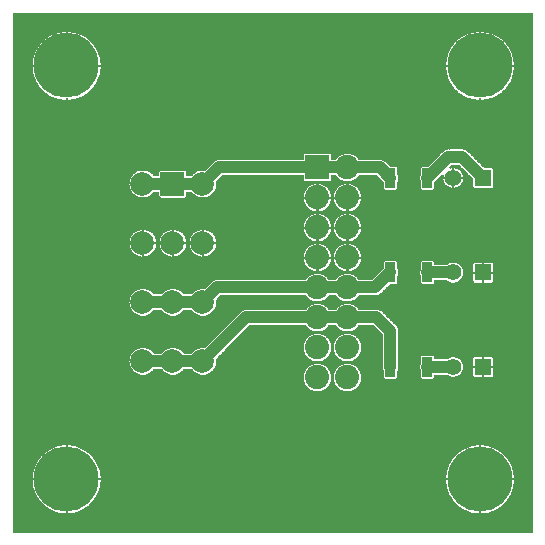
<source format=gbl>
%FSLAX33Y33*%
%MOMM*%
%AMRect-W1400000-H1400000-RO1.000*
21,1,1.4,1.4,0.,0.,180*%
%ADD10C,0.0508*%
%ADD11C,1.016*%
%ADD12C,5.5*%
%ADD13C,2.*%
%ADD14C,1.4*%
%ADD15Rect-W1400000-H1400000-RO1.000*%
%ADD16R,0.82071X1.67071*%
%ADD17R,2.X2.*%
%ADD18R,2.049999X2.049999*%
%ADD19C,2.049999*%
D10*
%LNpour fill*%
G01*
X44475Y44475D02*
X44475Y44475D01*
X0525Y44475*
X0525Y0525*
X44475Y0525*
X44475Y44475*
X5652Y37137D02*
X5652Y37137D01*
X5655Y37138*
X6273Y37354*
X6275Y37355*
X6830Y37703*
X6832Y37705*
X7295Y38168*
X7297Y38170*
X7645Y38725*
X7646Y38727*
X7862Y39345*
X7863Y39348*
X7928Y39928*
X7913Y39945*
X7735Y39945*
X7735Y40055*
X7913Y40055*
X7928Y40072*
X7863Y40652*
X7862Y40655*
X7646Y41273*
X7645Y41275*
X7297Y41830*
X7295Y41832*
X6832Y42295*
X6830Y42297*
X6275Y42645*
X6273Y42646*
X5655Y42862*
X5652Y42863*
X5072Y42928*
X5055Y42913*
X5055Y42735*
X4945Y42735*
X4945Y42913*
X4928Y42928*
X4348Y42863*
X4345Y42862*
X3727Y42646*
X3725Y42645*
X3170Y42297*
X3168Y42295*
X2705Y41832*
X2703Y41830*
X2355Y41275*
X2354Y41273*
X2138Y40655*
X2137Y40652*
X2072Y40072*
X2087Y40055*
X2265Y40055*
X2265Y39945*
X2087Y39945*
X2072Y39928*
X2137Y39348*
X2138Y39345*
X2354Y38727*
X2355Y38725*
X2703Y38170*
X2705Y38168*
X3168Y37705*
X3170Y37703*
X3725Y37355*
X3727Y37354*
X4345Y37138*
X4348Y37137*
X4928Y37072*
X4945Y37087*
X4945Y37265*
X5055Y37265*
X5055Y37087*
X5072Y37072*
X5652Y37137*
X40652Y37137D02*
X40652Y37137D01*
X40655Y37138*
X41273Y37354*
X41275Y37355*
X41830Y37703*
X41832Y37705*
X42295Y38168*
X42297Y38170*
X42645Y38725*
X42646Y38727*
X42862Y39345*
X42863Y39348*
X42928Y39928*
X42913Y39945*
X42735Y39945*
X42735Y40055*
X42913Y40055*
X42928Y40072*
X42863Y40652*
X42862Y40655*
X42646Y41273*
X42645Y41275*
X42297Y41830*
X42295Y41832*
X41832Y42295*
X41830Y42297*
X41275Y42645*
X41273Y42646*
X40655Y42862*
X40652Y42863*
X40072Y42928*
X40055Y42913*
X40055Y42735*
X39945Y42735*
X39945Y42913*
X39928Y42928*
X39348Y42863*
X39345Y42862*
X38727Y42646*
X38725Y42645*
X38170Y42297*
X38168Y42295*
X37705Y41832*
X37703Y41830*
X37355Y41275*
X37354Y41273*
X37138Y40655*
X37137Y40652*
X37072Y40072*
X37087Y40055*
X37265Y40055*
X37265Y39945*
X37087Y39945*
X37072Y39928*
X37137Y39348*
X37138Y39345*
X37354Y38727*
X37355Y38725*
X37703Y38170*
X37705Y38168*
X38168Y37705*
X38170Y37703*
X38725Y37355*
X38727Y37354*
X39345Y37138*
X39348Y37137*
X39928Y37072*
X39945Y37087*
X39945Y37265*
X40055Y37265*
X40055Y37087*
X40072Y37072*
X40652Y37137*
X35987Y29478D02*
X35987Y29478D01*
X36014Y29480*
X36015Y29481*
X36042Y29487*
X36044Y29488*
X36069Y29498*
X36071Y29499*
X36094Y29513*
X36096Y29514*
X36116Y29532*
X36118Y29534*
X36136Y29554*
X36137Y29556*
X36151Y29579*
X36152Y29581*
X36162Y29606*
X36163Y29608*
X36169Y29635*
X36170Y29636*
X36172Y29663*
X36172Y29664*
X36172Y30115*
X36824Y30767*
X36873Y30743*
X36852Y30572*
X36867Y30555*
X37045Y30555*
X37045Y30445*
X36867Y30445*
X36852Y30428*
X36869Y30289*
X36870Y30286*
X36944Y30089*
X36946Y30087*
X37066Y29913*
X37068Y29911*
X37225Y29771*
X37228Y29770*
X37414Y29672*
X37417Y29671*
X37622Y29620*
X37625Y29620*
X37661Y29620*
X37675Y29635*
X37675Y29820*
X37785Y29820*
X37785Y29635*
X37799Y29620*
X37835Y29620*
X37838Y29620*
X38043Y29671*
X38046Y29672*
X38232Y29770*
X38235Y29771*
X38392Y29911*
X38394Y29913*
X38514Y30087*
X38516Y30089*
X38590Y30286*
X38591Y30289*
X38608Y30428*
X38593Y30445*
X38415Y30445*
X38415Y30555*
X38593Y30555*
X38608Y30572*
X38591Y30711*
X38590Y30714*
X38516Y30911*
X38514Y30913*
X38394Y31087*
X38392Y31089*
X38235Y31229*
X38232Y31230*
X38046Y31328*
X38043Y31329*
X37838Y31380*
X37835Y31380*
X37799Y31380*
X37785Y31365*
X37785Y31180*
X37675Y31180*
X37675Y31365*
X37661Y31380*
X37625Y31380*
X37622Y31380*
X37481Y31345*
X37453Y31395*
X37641Y31584*
X38204Y31584*
X39384Y30404*
X39384Y29799*
X39384Y29798*
X39386Y29772*
X39386Y29770*
X39392Y29743*
X39393Y29741*
X39403Y29716*
X39404Y29714*
X39419Y29691*
X39420Y29690*
X39437Y29669*
X39439Y29667*
X39460Y29650*
X39461Y29649*
X39484Y29634*
X39486Y29633*
X39511Y29623*
X39513Y29622*
X39540Y29616*
X39542Y29616*
X39568Y29614*
X39569Y29614*
X40971Y29614*
X40972Y29614*
X40998Y29616*
X41000Y29616*
X41027Y29622*
X41029Y29623*
X41054Y29633*
X41056Y29634*
X41079Y29649*
X41080Y29650*
X41101Y29667*
X41103Y29669*
X41120Y29690*
X41121Y29691*
X41136Y29714*
X41137Y29716*
X41147Y29741*
X41148Y29743*
X41154Y29770*
X41154Y29772*
X41156Y29799*
X41156Y29800*
X41156Y31200*
X41156Y31201*
X41154Y31228*
X41154Y31230*
X41148Y31257*
X41147Y31259*
X41137Y31284*
X41136Y31286*
X41121Y31309*
X41120Y31310*
X41103Y31331*
X41101Y31333*
X41080Y31350*
X41079Y31351*
X41056Y31366*
X41054Y31367*
X41029Y31377*
X41027Y31378*
X41000Y31384*
X40998Y31384*
X40971Y31386*
X40970Y31386*
X40366Y31386*
X38983Y32769*
X38982Y32770*
X38879Y32855*
X38877Y32856*
X38759Y32919*
X38757Y32920*
X38629Y32959*
X38626Y32959*
X38494Y32972*
X38493Y32972*
X37475Y32972*
X37474Y32972*
X37414Y32966*
X37354Y32972*
X37352Y32972*
X37219Y32959*
X37216Y32959*
X37088Y32920*
X37086Y32919*
X36968Y32856*
X36966Y32855*
X36863Y32770*
X36862Y32769*
X35615Y31522*
X35164Y31522*
X35163Y31522*
X35136Y31520*
X35135Y31519*
X35108Y31513*
X35106Y31512*
X35081Y31502*
X35079Y31501*
X35056Y31487*
X35054Y31486*
X35034Y31468*
X35032Y31466*
X35014Y31446*
X35013Y31444*
X34999Y31421*
X34998Y31419*
X34988Y31394*
X34987Y31392*
X34981Y31365*
X34980Y31364*
X34978Y31337*
X34978Y31336*
X34978Y30850*
X34934Y30767*
X34933Y30765*
X34894Y30637*
X34894Y30634*
X34881Y30501*
X34881Y30499*
X34894Y30366*
X34894Y30363*
X34933Y30235*
X34934Y30233*
X34978Y30150*
X34978Y29664*
X34978Y29663*
X34980Y29636*
X34981Y29635*
X34987Y29608*
X34988Y29606*
X34998Y29581*
X34999Y29579*
X35013Y29556*
X35014Y29554*
X35032Y29534*
X35034Y29532*
X35054Y29514*
X35056Y29513*
X35079Y29499*
X35081Y29498*
X35106Y29488*
X35108Y29487*
X35135Y29481*
X35136Y29480*
X35163Y29478*
X35164Y29478*
X35986Y29478*
X35987Y29478*
X15002Y28814D02*
X15002Y28814D01*
X15028Y28816*
X15030Y28816*
X15057Y28822*
X15059Y28823*
X15084Y28833*
X15086Y28834*
X15109Y28849*
X15110Y28850*
X15131Y28867*
X15133Y28869*
X15150Y28890*
X15151Y28891*
X15166Y28914*
X15167Y28916*
X15177Y28941*
X15178Y28943*
X15184Y28970*
X15184Y28972*
X15186Y28999*
X15186Y29000*
X15186Y29306*
X15588Y29306*
X15651Y29214*
X15653Y29212*
X15865Y29024*
X15867Y29023*
X16118Y28891*
X16121Y28890*
X16395Y28822*
X16399Y28822*
X16681Y28822*
X16685Y28822*
X16959Y28890*
X16962Y28891*
X17213Y29023*
X17215Y29024*
X17427Y29212*
X17429Y29214*
X17590Y29447*
X17591Y29450*
X17692Y29715*
X17692Y29718*
X17726Y29998*
X17726Y30002*
X17704Y30182*
X18218Y30696*
X25019Y30696*
X25019Y30364*
X25019Y30363*
X25021Y30337*
X25021Y30335*
X25027Y30308*
X25028Y30306*
X25038Y30281*
X25039Y30279*
X25054Y30256*
X25055Y30255*
X25072Y30234*
X25074Y30232*
X25095Y30215*
X25096Y30214*
X25119Y30199*
X25121Y30198*
X25146Y30188*
X25148Y30187*
X25175Y30181*
X25177Y30181*
X25203Y30179*
X25204Y30179*
X27256Y30179*
X27257Y30179*
X27283Y30181*
X27285Y30181*
X27312Y30187*
X27314Y30188*
X27339Y30198*
X27341Y30199*
X27364Y30214*
X27365Y30215*
X27386Y30232*
X27388Y30234*
X27405Y30255*
X27406Y30256*
X27421Y30279*
X27422Y30281*
X27432Y30306*
X27433Y30308*
X27439Y30335*
X27439Y30337*
X27441Y30364*
X27441Y30365*
X27441Y30696*
X27788Y30696*
X27862Y30588*
X27864Y30586*
X28081Y30394*
X28083Y30392*
X28339Y30258*
X28342Y30257*
X28622Y30188*
X28626Y30187*
X28914Y30187*
X28918Y30188*
X29198Y30257*
X29201Y30258*
X29457Y30392*
X29459Y30394*
X29676Y30586*
X29678Y30588*
X29752Y30696*
X31247Y30696*
X31828Y30115*
X31828Y29664*
X31828Y29663*
X31830Y29636*
X31831Y29635*
X31837Y29608*
X31838Y29606*
X31848Y29581*
X31849Y29579*
X31863Y29556*
X31864Y29554*
X31882Y29534*
X31884Y29532*
X31904Y29514*
X31906Y29513*
X31929Y29499*
X31931Y29498*
X31956Y29488*
X31958Y29487*
X31985Y29481*
X31986Y29480*
X32013Y29478*
X32014Y29478*
X32836Y29478*
X32837Y29478*
X32864Y29480*
X32865Y29481*
X32892Y29487*
X32894Y29488*
X32919Y29498*
X32921Y29499*
X32944Y29513*
X32946Y29514*
X32966Y29532*
X32968Y29534*
X32986Y29554*
X32987Y29556*
X33001Y29579*
X33002Y29581*
X33012Y29606*
X33013Y29608*
X33019Y29635*
X33020Y29636*
X33022Y29663*
X33022Y29664*
X33022Y30150*
X33066Y30233*
X33067Y30235*
X33106Y30363*
X33106Y30366*
X33119Y30499*
X33119Y30501*
X33106Y30634*
X33106Y30637*
X33067Y30765*
X33066Y30767*
X33022Y30850*
X33022Y31336*
X33022Y31337*
X33020Y31364*
X33019Y31365*
X33013Y31392*
X33012Y31394*
X33002Y31419*
X33001Y31421*
X32987Y31444*
X32986Y31446*
X32968Y31466*
X32966Y31468*
X32946Y31486*
X32944Y31487*
X32921Y31501*
X32919Y31502*
X32894Y31512*
X32892Y31513*
X32865Y31519*
X32864Y31520*
X32837Y31522*
X32836Y31522*
X32385Y31522*
X32026Y31881*
X32025Y31882*
X31922Y31967*
X31920Y31968*
X31802Y32031*
X31800Y32032*
X31672Y32071*
X31669Y32071*
X31537Y32084*
X31536Y32084*
X29752Y32084*
X29678Y32192*
X29676Y32194*
X29459Y32386*
X29457Y32388*
X29201Y32522*
X29198Y32523*
X28918Y32592*
X28914Y32593*
X28626Y32593*
X28622Y32592*
X28342Y32523*
X28339Y32522*
X28083Y32388*
X28081Y32386*
X27864Y32194*
X27862Y32192*
X27788Y32084*
X27441Y32084*
X27441Y32415*
X27441Y32416*
X27439Y32443*
X27439Y32445*
X27433Y32472*
X27432Y32474*
X27422Y32499*
X27421Y32501*
X27406Y32524*
X27405Y32525*
X27388Y32546*
X27386Y32548*
X27365Y32565*
X27364Y32566*
X27341Y32581*
X27339Y32582*
X27314Y32592*
X27312Y32593*
X27285Y32599*
X27283Y32599*
X27256Y32601*
X27255Y32601*
X25205Y32601*
X25204Y32601*
X25177Y32599*
X25175Y32599*
X25148Y32593*
X25146Y32592*
X25121Y32582*
X25119Y32581*
X25096Y32566*
X25095Y32565*
X25074Y32548*
X25072Y32546*
X25055Y32525*
X25054Y32524*
X25039Y32501*
X25038Y32499*
X25028Y32474*
X25027Y32472*
X25021Y32445*
X25021Y32443*
X25019Y32417*
X25019Y32416*
X25019Y32084*
X17929Y32084*
X17928Y32084*
X17796Y32071*
X17793Y32071*
X17665Y32032*
X17663Y32031*
X17545Y31968*
X17543Y31967*
X17440Y31882*
X17439Y31881*
X16725Y31167*
X16685Y31178*
X16681Y31178*
X16399Y31178*
X16395Y31178*
X16121Y31110*
X16118Y31109*
X15867Y30977*
X15865Y30976*
X15653Y30788*
X15651Y30786*
X15588Y30694*
X15186Y30694*
X15186Y31000*
X15186Y31001*
X15184Y31028*
X15184Y31030*
X15178Y31057*
X15177Y31059*
X15167Y31084*
X15166Y31086*
X15151Y31109*
X15150Y31110*
X15133Y31131*
X15131Y31133*
X15110Y31150*
X15109Y31151*
X15086Y31166*
X15084Y31167*
X15059Y31177*
X15057Y31178*
X15030Y31184*
X15028Y31184*
X15001Y31186*
X15000Y31186*
X13000Y31186*
X12999Y31186*
X12972Y31184*
X12970Y31184*
X12943Y31178*
X12941Y31177*
X12916Y31167*
X12914Y31166*
X12891Y31151*
X12890Y31150*
X12869Y31133*
X12867Y31131*
X12850Y31110*
X12849Y31109*
X12834Y31086*
X12833Y31084*
X12823Y31059*
X12822Y31057*
X12816Y31030*
X12816Y31028*
X12814Y31002*
X12814Y31001*
X12814Y30694*
X12412Y30694*
X12349Y30786*
X12347Y30788*
X12135Y30976*
X12133Y30977*
X11882Y31109*
X11879Y31110*
X11605Y31178*
X11601Y31178*
X11319Y31178*
X11315Y31178*
X11041Y31110*
X11038Y31109*
X10787Y30977*
X10785Y30976*
X10573Y30788*
X10571Y30786*
X10410Y30553*
X10409Y30550*
X10308Y30285*
X10308Y30282*
X10274Y30002*
X10274Y29998*
X10308Y29718*
X10308Y29715*
X10409Y29450*
X10410Y29447*
X10571Y29214*
X10573Y29212*
X10785Y29024*
X10787Y29023*
X11038Y28891*
X11041Y28890*
X11315Y28822*
X11319Y28822*
X11601Y28822*
X11605Y28822*
X11879Y28890*
X11882Y28891*
X12133Y29023*
X12135Y29024*
X12347Y29212*
X12349Y29214*
X12412Y29306*
X12814Y29306*
X12814Y28999*
X12814Y28998*
X12816Y28972*
X12816Y28970*
X12822Y28943*
X12823Y28941*
X12833Y28916*
X12834Y28914*
X12849Y28891*
X12850Y28890*
X12867Y28869*
X12869Y28867*
X12890Y28850*
X12891Y28849*
X12914Y28834*
X12916Y28833*
X12941Y28823*
X12943Y28822*
X12970Y28816*
X12972Y28816*
X12998Y28814*
X12999Y28814*
X15001Y28814*
X15002Y28814*
X26175Y27662D02*
X26175Y27662D01*
X26175Y27847*
X26285Y27847*
X26285Y27662*
X26299Y27647*
X26374Y27647*
X26378Y27648*
X26658Y27717*
X26661Y27718*
X26917Y27852*
X26919Y27854*
X27136Y28046*
X27138Y28048*
X27302Y28286*
X27303Y28288*
X27406Y28559*
X27407Y28562*
X27433Y28778*
X27418Y28795*
X27240Y28795*
X27240Y28905*
X27418Y28905*
X27433Y28922*
X27407Y29138*
X27406Y29141*
X27303Y29412*
X27302Y29414*
X27138Y29652*
X27136Y29654*
X26919Y29846*
X26917Y29848*
X26661Y29982*
X26658Y29983*
X26378Y30052*
X26374Y30053*
X26299Y30053*
X26285Y30038*
X26285Y29853*
X26175Y29853*
X26175Y30038*
X26161Y30053*
X26086Y30053*
X26082Y30052*
X25802Y29983*
X25799Y29982*
X25543Y29848*
X25541Y29846*
X25324Y29654*
X25322Y29652*
X25158Y29414*
X25157Y29412*
X25054Y29141*
X25053Y29138*
X25027Y28922*
X25042Y28905*
X25220Y28905*
X25220Y28795*
X25042Y28795*
X25027Y28778*
X25053Y28562*
X25054Y28559*
X25157Y28288*
X25158Y28286*
X25322Y28048*
X25324Y28046*
X25541Y27854*
X25543Y27852*
X25799Y27718*
X25802Y27717*
X26082Y27648*
X26086Y27647*
X26161Y27647*
X26175Y27662*
X28715Y27662D02*
X28715Y27662D01*
X28715Y27847*
X28825Y27847*
X28825Y27662*
X28839Y27647*
X28914Y27647*
X28918Y27648*
X29198Y27717*
X29201Y27718*
X29457Y27852*
X29459Y27854*
X29676Y28046*
X29678Y28048*
X29842Y28286*
X29843Y28288*
X29946Y28559*
X29947Y28562*
X29973Y28778*
X29958Y28795*
X29780Y28795*
X29780Y28905*
X29958Y28905*
X29973Y28922*
X29947Y29138*
X29946Y29141*
X29843Y29412*
X29842Y29414*
X29678Y29652*
X29676Y29654*
X29459Y29846*
X29457Y29848*
X29201Y29982*
X29198Y29983*
X28918Y30052*
X28914Y30053*
X28839Y30053*
X28825Y30038*
X28825Y29853*
X28715Y29853*
X28715Y30038*
X28701Y30053*
X28626Y30053*
X28622Y30052*
X28342Y29983*
X28339Y29982*
X28083Y29848*
X28081Y29846*
X27864Y29654*
X27862Y29652*
X27698Y29414*
X27697Y29412*
X27594Y29141*
X27593Y29138*
X27567Y28922*
X27582Y28905*
X27760Y28905*
X27760Y28795*
X27582Y28795*
X27567Y28778*
X27593Y28562*
X27594Y28559*
X27697Y28288*
X27698Y28286*
X27862Y28048*
X27864Y28046*
X28081Y27854*
X28083Y27852*
X28339Y27718*
X28342Y27717*
X28622Y27648*
X28626Y27647*
X28701Y27647*
X28715Y27662*
X26175Y25122D02*
X26175Y25122D01*
X26175Y25307*
X26285Y25307*
X26285Y25122*
X26299Y25107*
X26374Y25107*
X26378Y25108*
X26658Y25177*
X26661Y25178*
X26917Y25312*
X26919Y25314*
X27136Y25506*
X27138Y25508*
X27302Y25746*
X27303Y25748*
X27406Y26019*
X27407Y26022*
X27433Y26238*
X27418Y26255*
X27240Y26255*
X27240Y26365*
X27418Y26365*
X27433Y26382*
X27407Y26598*
X27406Y26601*
X27303Y26872*
X27302Y26874*
X27138Y27112*
X27136Y27114*
X26919Y27306*
X26917Y27308*
X26661Y27442*
X26658Y27443*
X26378Y27512*
X26374Y27513*
X26299Y27513*
X26285Y27498*
X26285Y27313*
X26175Y27313*
X26175Y27498*
X26161Y27513*
X26086Y27513*
X26082Y27512*
X25802Y27443*
X25799Y27442*
X25543Y27308*
X25541Y27306*
X25324Y27114*
X25322Y27112*
X25158Y26874*
X25157Y26872*
X25054Y26601*
X25053Y26598*
X25027Y26382*
X25042Y26365*
X25220Y26365*
X25220Y26255*
X25042Y26255*
X25027Y26238*
X25053Y26022*
X25054Y26019*
X25157Y25748*
X25158Y25746*
X25322Y25508*
X25324Y25506*
X25541Y25314*
X25543Y25312*
X25799Y25178*
X25802Y25177*
X26082Y25108*
X26086Y25107*
X26161Y25107*
X26175Y25122*
X28715Y25122D02*
X28715Y25122D01*
X28715Y25307*
X28825Y25307*
X28825Y25122*
X28839Y25107*
X28914Y25107*
X28918Y25108*
X29198Y25177*
X29201Y25178*
X29457Y25312*
X29459Y25314*
X29676Y25506*
X29678Y25508*
X29842Y25746*
X29843Y25748*
X29946Y26019*
X29947Y26022*
X29973Y26238*
X29958Y26255*
X29780Y26255*
X29780Y26365*
X29958Y26365*
X29973Y26382*
X29947Y26598*
X29946Y26601*
X29843Y26872*
X29842Y26874*
X29678Y27112*
X29676Y27114*
X29459Y27306*
X29457Y27308*
X29201Y27442*
X29198Y27443*
X28918Y27512*
X28914Y27513*
X28839Y27513*
X28825Y27498*
X28825Y27313*
X28715Y27313*
X28715Y27498*
X28701Y27513*
X28626Y27513*
X28622Y27512*
X28342Y27443*
X28339Y27442*
X28083Y27308*
X28081Y27306*
X27864Y27114*
X27862Y27112*
X27698Y26874*
X27697Y26872*
X27594Y26601*
X27593Y26598*
X27567Y26382*
X27582Y26365*
X27760Y26365*
X27760Y26255*
X27582Y26255*
X27567Y26238*
X27593Y26022*
X27594Y26019*
X27697Y25748*
X27698Y25746*
X27862Y25508*
X27864Y25506*
X28081Y25314*
X28083Y25312*
X28339Y25178*
X28342Y25177*
X28622Y25108*
X28626Y25107*
X28701Y25107*
X28715Y25122*
X11405Y23837D02*
X11405Y23837D01*
X11405Y24022*
X11515Y24022*
X11515Y23837*
X11529Y23822*
X11601Y23822*
X11605Y23822*
X11879Y23890*
X11882Y23891*
X12133Y24023*
X12135Y24024*
X12347Y24212*
X12349Y24214*
X12510Y24447*
X12511Y24450*
X12612Y24715*
X12612Y24718*
X12638Y24928*
X12623Y24945*
X12445Y24945*
X12445Y25055*
X12623Y25055*
X12638Y25072*
X12612Y25282*
X12612Y25285*
X12511Y25550*
X12510Y25553*
X12349Y25786*
X12347Y25788*
X12135Y25976*
X12133Y25977*
X11882Y26109*
X11879Y26110*
X11605Y26178*
X11601Y26178*
X11529Y26178*
X11515Y26163*
X11515Y25978*
X11405Y25978*
X11405Y26163*
X11391Y26178*
X11319Y26178*
X11315Y26178*
X11041Y26110*
X11038Y26109*
X10787Y25977*
X10785Y25976*
X10573Y25788*
X10571Y25786*
X10410Y25553*
X10409Y25550*
X10308Y25285*
X10308Y25282*
X10282Y25072*
X10297Y25055*
X10475Y25055*
X10475Y24945*
X10297Y24945*
X10282Y24928*
X10308Y24718*
X10308Y24715*
X10409Y24450*
X10410Y24447*
X10571Y24214*
X10573Y24212*
X10785Y24024*
X10787Y24023*
X11038Y23891*
X11041Y23890*
X11315Y23822*
X11319Y23822*
X11391Y23822*
X11405Y23837*
X13945Y23837D02*
X13945Y23837D01*
X13945Y24022*
X14055Y24022*
X14055Y23837*
X14069Y23822*
X14141Y23822*
X14145Y23822*
X14419Y23890*
X14422Y23891*
X14673Y24023*
X14675Y24024*
X14887Y24212*
X14889Y24214*
X15050Y24447*
X15051Y24450*
X15152Y24715*
X15152Y24718*
X15178Y24928*
X15163Y24945*
X14985Y24945*
X14985Y25055*
X15163Y25055*
X15178Y25072*
X15152Y25282*
X15152Y25285*
X15051Y25550*
X15050Y25553*
X14889Y25786*
X14887Y25788*
X14675Y25976*
X14673Y25977*
X14422Y26109*
X14419Y26110*
X14145Y26178*
X14141Y26178*
X14069Y26178*
X14055Y26163*
X14055Y25978*
X13945Y25978*
X13945Y26163*
X13931Y26178*
X13859Y26178*
X13855Y26178*
X13581Y26110*
X13578Y26109*
X13327Y25977*
X13325Y25976*
X13113Y25788*
X13111Y25786*
X12950Y25553*
X12949Y25550*
X12848Y25285*
X12848Y25282*
X12822Y25072*
X12837Y25055*
X13015Y25055*
X13015Y24945*
X12837Y24945*
X12822Y24928*
X12848Y24718*
X12848Y24715*
X12949Y24450*
X12950Y24447*
X13111Y24214*
X13113Y24212*
X13325Y24024*
X13327Y24023*
X13578Y23891*
X13581Y23890*
X13855Y23822*
X13859Y23822*
X13931Y23822*
X13945Y23837*
X16485Y23837D02*
X16485Y23837D01*
X16485Y24022*
X16595Y24022*
X16595Y23837*
X16609Y23822*
X16681Y23822*
X16685Y23822*
X16959Y23890*
X16962Y23891*
X17213Y24023*
X17215Y24024*
X17427Y24212*
X17429Y24214*
X17590Y24447*
X17591Y24450*
X17692Y24715*
X17692Y24718*
X17718Y24928*
X17703Y24945*
X17525Y24945*
X17525Y25055*
X17703Y25055*
X17718Y25072*
X17692Y25282*
X17692Y25285*
X17591Y25550*
X17590Y25553*
X17429Y25786*
X17427Y25788*
X17215Y25976*
X17213Y25977*
X16962Y26109*
X16959Y26110*
X16685Y26178*
X16681Y26178*
X16609Y26178*
X16595Y26163*
X16595Y25978*
X16485Y25978*
X16485Y26163*
X16471Y26178*
X16399Y26178*
X16395Y26178*
X16121Y26110*
X16118Y26109*
X15867Y25977*
X15865Y25976*
X15653Y25788*
X15651Y25786*
X15490Y25553*
X15489Y25550*
X15388Y25285*
X15388Y25282*
X15362Y25072*
X15377Y25055*
X15555Y25055*
X15555Y24945*
X15377Y24945*
X15362Y24928*
X15388Y24718*
X15388Y24715*
X15489Y24450*
X15490Y24447*
X15651Y24214*
X15653Y24212*
X15865Y24024*
X15867Y24023*
X16118Y23891*
X16121Y23890*
X16395Y23822*
X16399Y23822*
X16471Y23822*
X16485Y23837*
X26175Y22582D02*
X26175Y22582D01*
X26175Y22767*
X26285Y22767*
X26285Y22582*
X26299Y22567*
X26374Y22567*
X26378Y22568*
X26658Y22637*
X26661Y22638*
X26917Y22772*
X26919Y22774*
X27136Y22966*
X27138Y22968*
X27302Y23206*
X27303Y23208*
X27406Y23479*
X27407Y23482*
X27433Y23698*
X27418Y23715*
X27240Y23715*
X27240Y23825*
X27418Y23825*
X27433Y23842*
X27407Y24058*
X27406Y24061*
X27303Y24332*
X27302Y24334*
X27138Y24572*
X27136Y24574*
X26919Y24766*
X26917Y24768*
X26661Y24902*
X26658Y24903*
X26378Y24972*
X26374Y24973*
X26299Y24973*
X26285Y24958*
X26285Y24773*
X26175Y24773*
X26175Y24958*
X26161Y24973*
X26086Y24973*
X26082Y24972*
X25802Y24903*
X25799Y24902*
X25543Y24768*
X25541Y24766*
X25324Y24574*
X25322Y24572*
X25158Y24334*
X25157Y24332*
X25054Y24061*
X25053Y24058*
X25027Y23842*
X25042Y23825*
X25220Y23825*
X25220Y23715*
X25042Y23715*
X25027Y23698*
X25053Y23482*
X25054Y23479*
X25157Y23208*
X25158Y23206*
X25322Y22968*
X25324Y22966*
X25541Y22774*
X25543Y22772*
X25799Y22638*
X25802Y22637*
X26082Y22568*
X26086Y22567*
X26161Y22567*
X26175Y22582*
X28715Y22582D02*
X28715Y22582D01*
X28715Y22767*
X28825Y22767*
X28825Y22582*
X28839Y22567*
X28914Y22567*
X28918Y22568*
X29198Y22637*
X29201Y22638*
X29457Y22772*
X29459Y22774*
X29676Y22966*
X29678Y22968*
X29842Y23206*
X29843Y23208*
X29946Y23479*
X29947Y23482*
X29973Y23698*
X29958Y23715*
X29780Y23715*
X29780Y23825*
X29958Y23825*
X29973Y23842*
X29947Y24058*
X29946Y24061*
X29843Y24332*
X29842Y24334*
X29678Y24572*
X29676Y24574*
X29459Y24766*
X29457Y24768*
X29201Y24902*
X29198Y24903*
X28918Y24972*
X28914Y24973*
X28839Y24973*
X28825Y24958*
X28825Y24773*
X28715Y24773*
X28715Y24958*
X28701Y24973*
X28626Y24973*
X28622Y24972*
X28342Y24903*
X28339Y24902*
X28083Y24768*
X28081Y24766*
X27864Y24574*
X27862Y24572*
X27698Y24334*
X27697Y24332*
X27594Y24061*
X27593Y24058*
X27567Y23842*
X27582Y23825*
X27760Y23825*
X27760Y23715*
X27582Y23715*
X27567Y23698*
X27593Y23482*
X27594Y23479*
X27697Y23208*
X27698Y23206*
X27862Y22968*
X27864Y22966*
X28081Y22774*
X28083Y22772*
X28339Y22638*
X28342Y22637*
X28622Y22568*
X28626Y22567*
X28701Y22567*
X28715Y22582*
X11605Y18822D02*
X11605Y18822D01*
X11879Y18890*
X11882Y18891*
X12133Y19023*
X12135Y19024*
X12347Y19212*
X12349Y19214*
X12412Y19306*
X13048Y19306*
X13111Y19214*
X13113Y19212*
X13325Y19024*
X13327Y19023*
X13578Y18891*
X13581Y18890*
X13855Y18822*
X13859Y18822*
X14141Y18822*
X14145Y18822*
X14419Y18890*
X14422Y18891*
X14673Y19023*
X14675Y19024*
X14887Y19212*
X14889Y19214*
X14952Y19306*
X15588Y19306*
X15651Y19214*
X15653Y19212*
X15865Y19024*
X15867Y19023*
X16118Y18891*
X16121Y18890*
X16395Y18822*
X16399Y18822*
X16681Y18822*
X16685Y18822*
X16959Y18890*
X16962Y18891*
X17213Y19023*
X17215Y19024*
X17427Y19212*
X17429Y19214*
X17590Y19447*
X17591Y19450*
X17692Y19715*
X17692Y19718*
X17726Y19998*
X17726Y20002*
X17704Y20182*
X18058Y20536*
X25248Y20536*
X25322Y20428*
X25324Y20426*
X25541Y20234*
X25543Y20232*
X25799Y20098*
X25802Y20097*
X26082Y20028*
X26086Y20027*
X26374Y20027*
X26378Y20028*
X26658Y20097*
X26661Y20098*
X26917Y20232*
X26919Y20234*
X27136Y20426*
X27138Y20428*
X27212Y20536*
X27788Y20536*
X27862Y20428*
X27864Y20426*
X28081Y20234*
X28083Y20232*
X28339Y20098*
X28342Y20097*
X28622Y20028*
X28626Y20027*
X28914Y20027*
X28918Y20028*
X29198Y20097*
X29201Y20098*
X29457Y20232*
X29459Y20234*
X29676Y20426*
X29678Y20428*
X29752Y20536*
X31156Y20536*
X31157Y20536*
X31289Y20549*
X31292Y20549*
X31420Y20588*
X31422Y20589*
X31540Y20652*
X31542Y20653*
X31645Y20738*
X31646Y20739*
X32385Y21478*
X32836Y21478*
X32837Y21478*
X32864Y21480*
X32865Y21481*
X32892Y21487*
X32894Y21488*
X32919Y21498*
X32921Y21499*
X32944Y21513*
X32946Y21514*
X32966Y21532*
X32968Y21534*
X32986Y21554*
X32987Y21556*
X33001Y21579*
X33002Y21581*
X33012Y21606*
X33013Y21608*
X33019Y21635*
X33020Y21636*
X33022Y21663*
X33022Y21664*
X33022Y22150*
X33066Y22233*
X33067Y22235*
X33106Y22363*
X33106Y22366*
X33119Y22499*
X33119Y22501*
X33106Y22634*
X33106Y22637*
X33067Y22765*
X33066Y22767*
X33022Y22850*
X33022Y23336*
X33022Y23337*
X33020Y23364*
X33019Y23365*
X33013Y23392*
X33012Y23394*
X33002Y23419*
X33001Y23421*
X32987Y23444*
X32986Y23446*
X32968Y23466*
X32966Y23468*
X32946Y23486*
X32944Y23487*
X32921Y23501*
X32919Y23502*
X32894Y23512*
X32892Y23513*
X32865Y23519*
X32864Y23520*
X32837Y23522*
X32836Y23522*
X32014Y23522*
X32013Y23522*
X31986Y23520*
X31985Y23519*
X31958Y23513*
X31956Y23512*
X31931Y23502*
X31929Y23501*
X31906Y23487*
X31904Y23486*
X31884Y23468*
X31882Y23466*
X31864Y23446*
X31863Y23444*
X31849Y23421*
X31848Y23419*
X31838Y23394*
X31837Y23392*
X31831Y23365*
X31830Y23364*
X31828Y23337*
X31828Y23336*
X31828Y22885*
X30867Y21924*
X29752Y21924*
X29678Y22032*
X29676Y22034*
X29459Y22226*
X29457Y22228*
X29201Y22362*
X29198Y22363*
X28918Y22432*
X28914Y22433*
X28626Y22433*
X28622Y22432*
X28342Y22363*
X28339Y22362*
X28083Y22228*
X28081Y22226*
X27864Y22034*
X27862Y22032*
X27788Y21924*
X27212Y21924*
X27138Y22032*
X27136Y22034*
X26919Y22226*
X26917Y22228*
X26661Y22362*
X26658Y22363*
X26378Y22432*
X26374Y22433*
X26086Y22433*
X26082Y22432*
X25802Y22363*
X25799Y22362*
X25543Y22228*
X25541Y22226*
X25324Y22034*
X25322Y22032*
X25248Y21924*
X17769Y21924*
X17768Y21924*
X17636Y21911*
X17633Y21911*
X17505Y21872*
X17503Y21871*
X17385Y21808*
X17383Y21807*
X17280Y21722*
X17279Y21721*
X16725Y21167*
X16685Y21178*
X16681Y21178*
X16399Y21178*
X16395Y21178*
X16121Y21110*
X16118Y21109*
X15867Y20977*
X15865Y20976*
X15653Y20788*
X15651Y20786*
X15588Y20694*
X14952Y20694*
X14889Y20786*
X14887Y20788*
X14675Y20976*
X14673Y20977*
X14422Y21109*
X14419Y21110*
X14145Y21178*
X14141Y21178*
X13859Y21178*
X13855Y21178*
X13581Y21110*
X13578Y21109*
X13327Y20977*
X13325Y20976*
X13113Y20788*
X13111Y20786*
X13048Y20694*
X12412Y20694*
X12349Y20786*
X12347Y20788*
X12135Y20976*
X12133Y20977*
X11882Y21109*
X11879Y21110*
X11605Y21178*
X11601Y21178*
X11319Y21178*
X11315Y21178*
X11041Y21110*
X11038Y21109*
X10787Y20977*
X10785Y20976*
X10573Y20788*
X10571Y20786*
X10410Y20553*
X10409Y20550*
X10308Y20285*
X10308Y20282*
X10274Y20002*
X10274Y19998*
X10308Y19718*
X10308Y19715*
X10409Y19450*
X10410Y19447*
X10571Y19214*
X10573Y19212*
X10785Y19024*
X10787Y19023*
X11038Y18891*
X11041Y18890*
X11315Y18822*
X11319Y18822*
X11601Y18822*
X11605Y18822*
X35987Y21478D02*
X35987Y21478D01*
X36014Y21480*
X36015Y21481*
X36042Y21487*
X36044Y21488*
X36069Y21498*
X36071Y21499*
X36094Y21513*
X36096Y21514*
X36116Y21532*
X36118Y21534*
X36136Y21554*
X36137Y21556*
X36151Y21579*
X36152Y21581*
X36162Y21606*
X36163Y21608*
X36169Y21635*
X36170Y21636*
X36172Y21663*
X36172Y21664*
X36172Y21806*
X37187Y21806*
X37225Y21771*
X37228Y21770*
X37414Y21672*
X37417Y21671*
X37622Y21620*
X37625Y21620*
X37835Y21620*
X37838Y21620*
X38043Y21671*
X38046Y21672*
X38232Y21770*
X38235Y21771*
X38392Y21911*
X38394Y21913*
X38514Y22087*
X38516Y22089*
X38590Y22286*
X38591Y22289*
X38616Y22498*
X38616Y22502*
X38591Y22711*
X38590Y22714*
X38516Y22911*
X38514Y22913*
X38394Y23087*
X38392Y23089*
X38235Y23229*
X38232Y23230*
X38046Y23328*
X38043Y23329*
X37838Y23380*
X37835Y23380*
X37625Y23380*
X37622Y23380*
X37417Y23329*
X37414Y23328*
X37228Y23230*
X37225Y23229*
X37187Y23194*
X36172Y23194*
X36172Y23336*
X36172Y23337*
X36170Y23364*
X36169Y23365*
X36163Y23392*
X36162Y23394*
X36152Y23419*
X36151Y23421*
X36137Y23444*
X36136Y23446*
X36118Y23466*
X36116Y23468*
X36096Y23486*
X36094Y23487*
X36071Y23501*
X36069Y23502*
X36044Y23512*
X36042Y23513*
X36015Y23519*
X36014Y23520*
X35987Y23522*
X35986Y23522*
X35164Y23522*
X35163Y23522*
X35136Y23520*
X35135Y23519*
X35108Y23513*
X35106Y23512*
X35081Y23502*
X35079Y23501*
X35056Y23487*
X35054Y23486*
X35034Y23468*
X35032Y23466*
X35014Y23446*
X35013Y23444*
X34999Y23421*
X34998Y23419*
X34988Y23394*
X34987Y23392*
X34981Y23365*
X34980Y23364*
X34978Y23337*
X34978Y23336*
X34978Y22850*
X34934Y22767*
X34933Y22765*
X34894Y22637*
X34894Y22634*
X34881Y22501*
X34881Y22499*
X34894Y22366*
X34894Y22363*
X34933Y22235*
X34934Y22233*
X34978Y22150*
X34978Y21664*
X34978Y21663*
X34980Y21636*
X34981Y21635*
X34987Y21608*
X34988Y21606*
X34998Y21581*
X34999Y21579*
X35013Y21556*
X35014Y21554*
X35032Y21534*
X35034Y21532*
X35054Y21514*
X35056Y21513*
X35079Y21499*
X35081Y21498*
X35106Y21488*
X35108Y21487*
X35135Y21481*
X35136Y21480*
X35163Y21478*
X35164Y21478*
X35986Y21478*
X35987Y21478*
X40215Y21628D02*
X40215Y21628D01*
X40215Y21815*
X40325Y21815*
X40325Y21628*
X40339Y21614*
X40971Y21614*
X40972Y21614*
X40998Y21616*
X41000Y21616*
X41027Y21622*
X41029Y21623*
X41054Y21633*
X41056Y21634*
X41079Y21649*
X41080Y21650*
X41101Y21667*
X41103Y21669*
X41120Y21690*
X41121Y21691*
X41136Y21714*
X41137Y21716*
X41147Y21741*
X41148Y21743*
X41154Y21770*
X41154Y21772*
X41156Y21799*
X41156Y21800*
X41156Y22431*
X41142Y22445*
X40955Y22445*
X40955Y22555*
X41142Y22555*
X41156Y22569*
X41156Y23200*
X41156Y23201*
X41154Y23228*
X41154Y23230*
X41148Y23257*
X41147Y23259*
X41137Y23284*
X41136Y23286*
X41121Y23309*
X41120Y23310*
X41103Y23331*
X41101Y23333*
X41080Y23350*
X41079Y23351*
X41056Y23366*
X41054Y23367*
X41029Y23377*
X41027Y23378*
X41000Y23384*
X40998Y23384*
X40971Y23386*
X40970Y23386*
X40339Y23386*
X40325Y23372*
X40325Y23185*
X40215Y23185*
X40215Y23372*
X40201Y23386*
X39570Y23386*
X39569Y23386*
X39542Y23384*
X39540Y23384*
X39513Y23378*
X39511Y23377*
X39486Y23367*
X39484Y23366*
X39461Y23351*
X39460Y23350*
X39439Y23333*
X39437Y23331*
X39420Y23310*
X39419Y23309*
X39404Y23286*
X39403Y23284*
X39393Y23259*
X39392Y23257*
X39386Y23230*
X39386Y23228*
X39384Y23202*
X39384Y23201*
X39384Y22569*
X39398Y22555*
X39585Y22555*
X39585Y22445*
X39398Y22445*
X39384Y22431*
X39384Y21799*
X39384Y21798*
X39386Y21772*
X39386Y21770*
X39392Y21743*
X39393Y21741*
X39403Y21716*
X39404Y21714*
X39419Y21691*
X39420Y21690*
X39437Y21669*
X39439Y21667*
X39460Y21650*
X39461Y21649*
X39484Y21634*
X39486Y21633*
X39511Y21623*
X39513Y21622*
X39540Y21616*
X39542Y21616*
X39568Y21614*
X39569Y21614*
X40201Y21614*
X40215Y21628*
X32837Y13478D02*
X32837Y13478D01*
X32864Y13480*
X32865Y13481*
X32892Y13487*
X32894Y13488*
X32919Y13498*
X32921Y13499*
X32944Y13513*
X32946Y13514*
X32966Y13532*
X32968Y13534*
X32986Y13554*
X32987Y13556*
X33001Y13579*
X33002Y13581*
X33012Y13606*
X33013Y13608*
X33019Y13635*
X33020Y13636*
X33022Y13663*
X33022Y13664*
X33022Y14150*
X33066Y14233*
X33067Y14235*
X33106Y14363*
X33106Y14366*
X33119Y14498*
X33119Y14499*
X33119Y17527*
X33119Y17528*
X33106Y17660*
X33106Y17663*
X33067Y17791*
X33066Y17793*
X33003Y17911*
X33002Y17913*
X32917Y18016*
X32916Y18017*
X31752Y19181*
X31751Y19182*
X31648Y19267*
X31646Y19268*
X31528Y19331*
X31526Y19332*
X31398Y19371*
X31395Y19371*
X31263Y19384*
X31262Y19384*
X29752Y19384*
X29678Y19492*
X29676Y19494*
X29459Y19686*
X29457Y19688*
X29201Y19822*
X29198Y19823*
X28918Y19892*
X28914Y19893*
X28626Y19893*
X28622Y19892*
X28342Y19823*
X28339Y19822*
X28083Y19688*
X28081Y19686*
X27864Y19494*
X27862Y19492*
X27788Y19384*
X27212Y19384*
X27138Y19492*
X27136Y19494*
X26919Y19686*
X26917Y19688*
X26661Y19822*
X26658Y19823*
X26378Y19892*
X26374Y19893*
X26086Y19893*
X26082Y19892*
X25802Y19823*
X25799Y19822*
X25543Y19688*
X25541Y19686*
X25324Y19494*
X25322Y19492*
X25248Y19384*
X20229Y19384*
X20228Y19384*
X20096Y19371*
X20093Y19371*
X19965Y19332*
X19963Y19331*
X19845Y19268*
X19843Y19267*
X19740Y19182*
X19739Y19181*
X16725Y16167*
X16685Y16178*
X16681Y16178*
X16399Y16178*
X16395Y16178*
X16121Y16110*
X16118Y16109*
X15867Y15977*
X15865Y15976*
X15653Y15788*
X15651Y15786*
X15588Y15694*
X14952Y15694*
X14889Y15786*
X14887Y15788*
X14675Y15976*
X14673Y15977*
X14422Y16109*
X14419Y16110*
X14145Y16178*
X14141Y16178*
X13859Y16178*
X13855Y16178*
X13581Y16110*
X13578Y16109*
X13327Y15977*
X13325Y15976*
X13113Y15788*
X13111Y15786*
X13048Y15694*
X12412Y15694*
X12349Y15786*
X12347Y15788*
X12135Y15976*
X12133Y15977*
X11882Y16109*
X11879Y16110*
X11605Y16178*
X11601Y16178*
X11319Y16178*
X11315Y16178*
X11041Y16110*
X11038Y16109*
X10787Y15977*
X10785Y15976*
X10573Y15788*
X10571Y15786*
X10410Y15553*
X10409Y15550*
X10308Y15285*
X10308Y15282*
X10274Y15002*
X10274Y14998*
X10308Y14718*
X10308Y14715*
X10409Y14450*
X10410Y14447*
X10571Y14214*
X10573Y14212*
X10785Y14024*
X10787Y14023*
X11038Y13891*
X11041Y13890*
X11315Y13822*
X11319Y13822*
X11601Y13822*
X11605Y13822*
X11879Y13890*
X11882Y13891*
X12133Y14023*
X12135Y14024*
X12347Y14212*
X12349Y14214*
X12412Y14306*
X13048Y14306*
X13111Y14214*
X13113Y14212*
X13325Y14024*
X13327Y14023*
X13578Y13891*
X13581Y13890*
X13855Y13822*
X13859Y13822*
X14141Y13822*
X14145Y13822*
X14419Y13890*
X14422Y13891*
X14673Y14023*
X14675Y14024*
X14887Y14212*
X14889Y14214*
X14952Y14306*
X15588Y14306*
X15651Y14214*
X15653Y14212*
X15865Y14024*
X15867Y14023*
X16118Y13891*
X16121Y13890*
X16395Y13822*
X16399Y13822*
X16681Y13822*
X16685Y13822*
X16959Y13890*
X16962Y13891*
X17213Y14023*
X17215Y14024*
X17427Y14212*
X17429Y14214*
X17590Y14447*
X17591Y14450*
X17692Y14715*
X17692Y14718*
X17726Y14998*
X17726Y15002*
X17704Y15182*
X20518Y17996*
X25248Y17996*
X25322Y17888*
X25324Y17886*
X25541Y17694*
X25543Y17692*
X25799Y17558*
X25802Y17557*
X26082Y17488*
X26086Y17487*
X26374Y17487*
X26378Y17488*
X26658Y17557*
X26661Y17558*
X26917Y17692*
X26919Y17694*
X27136Y17886*
X27138Y17888*
X27212Y17996*
X27788Y17996*
X27862Y17888*
X27864Y17886*
X28081Y17694*
X28083Y17692*
X28339Y17558*
X28342Y17557*
X28622Y17488*
X28626Y17487*
X28914Y17487*
X28918Y17488*
X29198Y17557*
X29201Y17558*
X29457Y17692*
X29459Y17694*
X29676Y17886*
X29678Y17888*
X29752Y17996*
X30973Y17996*
X31731Y17238*
X31731Y14499*
X31731Y14498*
X31744Y14366*
X31744Y14363*
X31783Y14235*
X31784Y14233*
X31828Y14150*
X31828Y13664*
X31828Y13663*
X31830Y13636*
X31831Y13635*
X31837Y13608*
X31838Y13606*
X31848Y13581*
X31849Y13579*
X31863Y13556*
X31864Y13554*
X31882Y13534*
X31884Y13532*
X31904Y13514*
X31906Y13513*
X31929Y13499*
X31931Y13498*
X31956Y13488*
X31958Y13487*
X31985Y13481*
X31986Y13480*
X32013Y13478*
X32014Y13478*
X32836Y13478*
X32837Y13478*
X26378Y14948D02*
X26378Y14948D01*
X26658Y15017*
X26661Y15018*
X26917Y15152*
X26919Y15154*
X27136Y15346*
X27138Y15348*
X27302Y15586*
X27303Y15588*
X27406Y15859*
X27407Y15862*
X27441Y16148*
X27441Y16152*
X27407Y16438*
X27406Y16441*
X27303Y16712*
X27302Y16714*
X27138Y16952*
X27136Y16954*
X26919Y17146*
X26917Y17148*
X26661Y17282*
X26658Y17283*
X26378Y17352*
X26374Y17353*
X26086Y17353*
X26082Y17352*
X25802Y17283*
X25799Y17282*
X25543Y17148*
X25541Y17146*
X25324Y16954*
X25322Y16952*
X25158Y16714*
X25157Y16712*
X25054Y16441*
X25053Y16438*
X25019Y16152*
X25019Y16148*
X25053Y15862*
X25054Y15859*
X25157Y15588*
X25158Y15586*
X25322Y15348*
X25324Y15346*
X25541Y15154*
X25543Y15152*
X25799Y15018*
X25802Y15017*
X26082Y14948*
X26086Y14947*
X26374Y14947*
X26378Y14948*
X28918Y14948D02*
X28918Y14948D01*
X29198Y15017*
X29201Y15018*
X29457Y15152*
X29459Y15154*
X29676Y15346*
X29678Y15348*
X29842Y15586*
X29843Y15588*
X29946Y15859*
X29947Y15862*
X29981Y16148*
X29981Y16152*
X29947Y16438*
X29946Y16441*
X29843Y16712*
X29842Y16714*
X29678Y16952*
X29676Y16954*
X29459Y17146*
X29457Y17148*
X29201Y17282*
X29198Y17283*
X28918Y17352*
X28914Y17353*
X28626Y17353*
X28622Y17352*
X28342Y17283*
X28339Y17282*
X28083Y17148*
X28081Y17146*
X27864Y16954*
X27862Y16952*
X27698Y16714*
X27697Y16712*
X27594Y16441*
X27593Y16438*
X27559Y16152*
X27559Y16148*
X27593Y15862*
X27594Y15859*
X27697Y15588*
X27698Y15586*
X27862Y15348*
X27864Y15346*
X28081Y15154*
X28083Y15152*
X28339Y15018*
X28342Y15017*
X28622Y14948*
X28626Y14947*
X28914Y14947*
X28918Y14948*
X35987Y13478D02*
X35987Y13478D01*
X36014Y13480*
X36015Y13481*
X36042Y13487*
X36044Y13488*
X36069Y13498*
X36071Y13499*
X36094Y13513*
X36096Y13514*
X36116Y13532*
X36118Y13534*
X36136Y13554*
X36137Y13556*
X36151Y13579*
X36152Y13581*
X36162Y13606*
X36163Y13608*
X36169Y13635*
X36170Y13636*
X36172Y13663*
X36172Y13664*
X36172Y13806*
X37187Y13806*
X37225Y13771*
X37228Y13770*
X37414Y13672*
X37417Y13671*
X37622Y13620*
X37625Y13620*
X37835Y13620*
X37838Y13620*
X38043Y13671*
X38046Y13672*
X38232Y13770*
X38235Y13771*
X38392Y13911*
X38394Y13913*
X38514Y14087*
X38516Y14089*
X38590Y14286*
X38591Y14289*
X38616Y14498*
X38616Y14502*
X38591Y14711*
X38590Y14714*
X38516Y14911*
X38514Y14913*
X38394Y15087*
X38392Y15089*
X38235Y15229*
X38232Y15230*
X38046Y15328*
X38043Y15329*
X37838Y15380*
X37835Y15380*
X37625Y15380*
X37622Y15380*
X37417Y15329*
X37414Y15328*
X37228Y15230*
X37225Y15229*
X37187Y15194*
X36172Y15194*
X36172Y15336*
X36172Y15337*
X36170Y15364*
X36169Y15365*
X36163Y15392*
X36162Y15394*
X36152Y15419*
X36151Y15421*
X36137Y15444*
X36136Y15446*
X36118Y15466*
X36116Y15468*
X36096Y15486*
X36094Y15487*
X36071Y15501*
X36069Y15502*
X36044Y15512*
X36042Y15513*
X36015Y15519*
X36014Y15520*
X35987Y15522*
X35986Y15522*
X35164Y15522*
X35163Y15522*
X35136Y15520*
X35135Y15519*
X35108Y15513*
X35106Y15512*
X35081Y15502*
X35079Y15501*
X35056Y15487*
X35054Y15486*
X35034Y15468*
X35032Y15466*
X35014Y15446*
X35013Y15444*
X34999Y15421*
X34998Y15419*
X34988Y15394*
X34987Y15392*
X34981Y15365*
X34980Y15364*
X34978Y15337*
X34978Y15336*
X34978Y14850*
X34934Y14767*
X34933Y14765*
X34894Y14637*
X34894Y14634*
X34881Y14501*
X34881Y14499*
X34894Y14366*
X34894Y14363*
X34933Y14235*
X34934Y14233*
X34978Y14150*
X34978Y13664*
X34978Y13663*
X34980Y13636*
X34981Y13635*
X34987Y13608*
X34988Y13606*
X34998Y13581*
X34999Y13579*
X35013Y13556*
X35014Y13554*
X35032Y13534*
X35034Y13532*
X35054Y13514*
X35056Y13513*
X35079Y13499*
X35081Y13498*
X35106Y13488*
X35108Y13487*
X35135Y13481*
X35136Y13480*
X35163Y13478*
X35164Y13478*
X35986Y13478*
X35987Y13478*
X40215Y13628D02*
X40215Y13628D01*
X40215Y13815*
X40325Y13815*
X40325Y13628*
X40339Y13614*
X40971Y13614*
X40972Y13614*
X40998Y13616*
X41000Y13616*
X41027Y13622*
X41029Y13623*
X41054Y13633*
X41056Y13634*
X41079Y13649*
X41080Y13650*
X41101Y13667*
X41103Y13669*
X41120Y13690*
X41121Y13691*
X41136Y13714*
X41137Y13716*
X41147Y13741*
X41148Y13743*
X41154Y13770*
X41154Y13772*
X41156Y13799*
X41156Y13800*
X41156Y14431*
X41142Y14445*
X40955Y14445*
X40955Y14555*
X41142Y14555*
X41156Y14569*
X41156Y15200*
X41156Y15201*
X41154Y15228*
X41154Y15230*
X41148Y15257*
X41147Y15259*
X41137Y15284*
X41136Y15286*
X41121Y15309*
X41120Y15310*
X41103Y15331*
X41101Y15333*
X41080Y15350*
X41079Y15351*
X41056Y15366*
X41054Y15367*
X41029Y15377*
X41027Y15378*
X41000Y15384*
X40998Y15384*
X40971Y15386*
X40970Y15386*
X40339Y15386*
X40325Y15372*
X40325Y15185*
X40215Y15185*
X40215Y15372*
X40201Y15386*
X39570Y15386*
X39569Y15386*
X39542Y15384*
X39540Y15384*
X39513Y15378*
X39511Y15377*
X39486Y15367*
X39484Y15366*
X39461Y15351*
X39460Y15350*
X39439Y15333*
X39437Y15331*
X39420Y15310*
X39419Y15309*
X39404Y15286*
X39403Y15284*
X39393Y15259*
X39392Y15257*
X39386Y15230*
X39386Y15228*
X39384Y15202*
X39384Y15201*
X39384Y14569*
X39398Y14555*
X39585Y14555*
X39585Y14445*
X39398Y14445*
X39384Y14431*
X39384Y13799*
X39384Y13798*
X39386Y13772*
X39386Y13770*
X39392Y13743*
X39393Y13741*
X39403Y13716*
X39404Y13714*
X39419Y13691*
X39420Y13690*
X39437Y13669*
X39439Y13667*
X39460Y13650*
X39461Y13649*
X39484Y13634*
X39486Y13633*
X39511Y13623*
X39513Y13622*
X39540Y13616*
X39542Y13616*
X39568Y13614*
X39569Y13614*
X40201Y13614*
X40215Y13628*
X26378Y12408D02*
X26378Y12408D01*
X26658Y12477*
X26661Y12478*
X26917Y12612*
X26919Y12614*
X27136Y12806*
X27138Y12808*
X27302Y13046*
X27303Y13048*
X27406Y13319*
X27407Y13322*
X27441Y13608*
X27441Y13612*
X27407Y13898*
X27406Y13901*
X27303Y14172*
X27302Y14174*
X27138Y14412*
X27136Y14414*
X26919Y14606*
X26917Y14608*
X26661Y14742*
X26658Y14743*
X26378Y14812*
X26374Y14813*
X26086Y14813*
X26082Y14812*
X25802Y14743*
X25799Y14742*
X25543Y14608*
X25541Y14606*
X25324Y14414*
X25322Y14412*
X25158Y14174*
X25157Y14172*
X25054Y13901*
X25053Y13898*
X25019Y13612*
X25019Y13608*
X25053Y13322*
X25054Y13319*
X25157Y13048*
X25158Y13046*
X25322Y12808*
X25324Y12806*
X25541Y12614*
X25543Y12612*
X25799Y12478*
X25802Y12477*
X26082Y12408*
X26086Y12407*
X26374Y12407*
X26378Y12408*
X28918Y12408D02*
X28918Y12408D01*
X29198Y12477*
X29201Y12478*
X29457Y12612*
X29459Y12614*
X29676Y12806*
X29678Y12808*
X29842Y13046*
X29843Y13048*
X29946Y13319*
X29947Y13322*
X29981Y13608*
X29981Y13612*
X29947Y13898*
X29946Y13901*
X29843Y14172*
X29842Y14174*
X29678Y14412*
X29676Y14414*
X29459Y14606*
X29457Y14608*
X29201Y14742*
X29198Y14743*
X28918Y14812*
X28914Y14813*
X28626Y14813*
X28622Y14812*
X28342Y14743*
X28339Y14742*
X28083Y14608*
X28081Y14606*
X27864Y14414*
X27862Y14412*
X27698Y14174*
X27697Y14172*
X27594Y13901*
X27593Y13898*
X27559Y13612*
X27559Y13608*
X27593Y13322*
X27594Y13319*
X27697Y13048*
X27698Y13046*
X27862Y12808*
X27864Y12806*
X28081Y12614*
X28083Y12612*
X28339Y12478*
X28342Y12477*
X28622Y12408*
X28626Y12407*
X28914Y12407*
X28918Y12408*
X5652Y2137D02*
X5652Y2137D01*
X5655Y2138*
X6273Y2354*
X6275Y2355*
X6830Y2703*
X6832Y2705*
X7295Y3168*
X7297Y3170*
X7645Y3725*
X7646Y3727*
X7862Y4345*
X7863Y4348*
X7928Y4928*
X7913Y4945*
X7735Y4945*
X7735Y5055*
X7913Y5055*
X7928Y5072*
X7863Y5652*
X7862Y5655*
X7646Y6273*
X7645Y6275*
X7297Y6830*
X7295Y6832*
X6832Y7295*
X6830Y7297*
X6275Y7645*
X6273Y7646*
X5655Y7862*
X5652Y7863*
X5072Y7928*
X5055Y7913*
X5055Y7735*
X4945Y7735*
X4945Y7913*
X4928Y7928*
X4348Y7863*
X4345Y7862*
X3727Y7646*
X3725Y7645*
X3170Y7297*
X3168Y7295*
X2705Y6832*
X2703Y6830*
X2355Y6275*
X2354Y6273*
X2138Y5655*
X2137Y5652*
X2072Y5072*
X2087Y5055*
X2265Y5055*
X2265Y4945*
X2087Y4945*
X2072Y4928*
X2137Y4348*
X2138Y4345*
X2354Y3727*
X2355Y3725*
X2703Y3170*
X2705Y3168*
X3168Y2705*
X3170Y2703*
X3725Y2355*
X3727Y2354*
X4345Y2138*
X4348Y2137*
X4928Y2072*
X4945Y2087*
X4945Y2265*
X5055Y2265*
X5055Y2087*
X5072Y2072*
X5652Y2137*
X40652Y2137D02*
X40652Y2137D01*
X40655Y2138*
X41273Y2354*
X41275Y2355*
X41830Y2703*
X41832Y2705*
X42295Y3168*
X42297Y3170*
X42645Y3725*
X42646Y3727*
X42862Y4345*
X42863Y4348*
X42928Y4928*
X42913Y4945*
X42735Y4945*
X42735Y5055*
X42913Y5055*
X42928Y5072*
X42863Y5652*
X42862Y5655*
X42646Y6273*
X42645Y6275*
X42297Y6830*
X42295Y6832*
X41832Y7295*
X41830Y7297*
X41275Y7645*
X41273Y7646*
X40655Y7862*
X40652Y7863*
X40072Y7928*
X40055Y7913*
X40055Y7735*
X39945Y7735*
X39945Y7913*
X39928Y7928*
X39348Y7863*
X39345Y7862*
X38727Y7646*
X38725Y7645*
X38170Y7297*
X38168Y7295*
X37705Y6832*
X37703Y6830*
X37355Y6275*
X37354Y6273*
X37138Y5655*
X37137Y5652*
X37072Y5072*
X37087Y5055*
X37265Y5055*
X37265Y4945*
X37087Y4945*
X37072Y4928*
X37137Y4348*
X37138Y4345*
X37354Y3727*
X37355Y3725*
X37703Y3170*
X37705Y3168*
X38168Y2705*
X38170Y2703*
X38725Y2355*
X38727Y2354*
X39345Y2138*
X39348Y2137*
X39928Y2072*
X39945Y2087*
X39945Y2265*
X40055Y2265*
X40055Y2087*
X40072Y2072*
X40652Y2137*
X0525Y0550D02*
X44475Y0550D01*
X0525Y0599D02*
X44475Y0599D01*
X0525Y0649D02*
X44475Y0649D01*
X0525Y0698D02*
X44475Y0698D01*
X0525Y0748D02*
X44475Y0748D01*
X0525Y0797D02*
X44475Y0797D01*
X0525Y0847D02*
X44475Y0847D01*
X0525Y0896D02*
X44475Y0896D01*
X0525Y0946D02*
X44475Y0946D01*
X0525Y0995D02*
X44475Y0995D01*
X0525Y1045D02*
X44475Y1045D01*
X0525Y1094D02*
X44475Y1094D01*
X0525Y1144D02*
X44475Y1144D01*
X0525Y1193D02*
X44475Y1193D01*
X0525Y1243D02*
X44475Y1243D01*
X0525Y1292D02*
X44475Y1292D01*
X0525Y1342D02*
X44475Y1342D01*
X0525Y1392D02*
X44475Y1392D01*
X0525Y1441D02*
X44475Y1441D01*
X0525Y1491D02*
X44475Y1491D01*
X0525Y1540D02*
X44475Y1540D01*
X0525Y1590D02*
X44475Y1590D01*
X0525Y1639D02*
X44475Y1639D01*
X0525Y1689D02*
X44475Y1689D01*
X0525Y1738D02*
X44475Y1738D01*
X0525Y1788D02*
X44475Y1788D01*
X0525Y1837D02*
X44475Y1837D01*
X0525Y1887D02*
X44475Y1887D01*
X0525Y1936D02*
X44475Y1936D01*
X0525Y1986D02*
X44475Y1986D01*
X0525Y2035D02*
X44475Y2035D01*
X0525Y2085D02*
X4809Y2085D01*
X4944Y2085D02*
X5056Y2085D01*
X5191Y2085D02*
X39809Y2085D01*
X39944Y2085D02*
X40056Y2085D01*
X40191Y2085D02*
X44475Y2085D01*
X0525Y2134D02*
X4369Y2134D01*
X4945Y2134D02*
X5055Y2134D01*
X5631Y2134D02*
X39369Y2134D01*
X39945Y2134D02*
X40055Y2134D01*
X40631Y2134D02*
X44475Y2134D01*
X0525Y2184D02*
X4212Y2184D01*
X4945Y2184D02*
X5055Y2184D01*
X5788Y2184D02*
X39212Y2184D01*
X39945Y2184D02*
X40055Y2184D01*
X40788Y2184D02*
X44475Y2184D01*
X0525Y2234D02*
X4071Y2234D01*
X4945Y2234D02*
X5055Y2234D01*
X5929Y2234D02*
X39071Y2234D01*
X39945Y2234D02*
X40055Y2234D01*
X40929Y2234D02*
X44475Y2234D01*
X0525Y2283D02*
X3929Y2283D01*
X6071Y2283D02*
X38929Y2283D01*
X41071Y2283D02*
X44475Y2283D01*
X0525Y2333D02*
X3788Y2333D01*
X6212Y2333D02*
X38788Y2333D01*
X41212Y2333D02*
X44475Y2333D01*
X0525Y2382D02*
X3681Y2382D01*
X6319Y2382D02*
X38681Y2382D01*
X41319Y2382D02*
X44475Y2382D01*
X0525Y2432D02*
X3603Y2432D01*
X6397Y2432D02*
X38603Y2432D01*
X41397Y2432D02*
X44475Y2432D01*
X0525Y2481D02*
X3524Y2481D01*
X6476Y2481D02*
X38524Y2481D01*
X41476Y2481D02*
X44475Y2481D01*
X0525Y2531D02*
X3445Y2531D01*
X6555Y2531D02*
X38445Y2531D01*
X41555Y2531D02*
X44475Y2531D01*
X0525Y2580D02*
X3366Y2580D01*
X6634Y2580D02*
X38366Y2580D01*
X41634Y2580D02*
X44475Y2580D01*
X0525Y2630D02*
X3287Y2630D01*
X6713Y2630D02*
X38287Y2630D01*
X41713Y2630D02*
X44475Y2630D01*
X0525Y2679D02*
X3209Y2679D01*
X6791Y2679D02*
X38209Y2679D01*
X41791Y2679D02*
X44475Y2679D01*
X0525Y2729D02*
X3144Y2729D01*
X6856Y2729D02*
X38144Y2729D01*
X41856Y2729D02*
X44475Y2729D01*
X0525Y2778D02*
X3095Y2778D01*
X6905Y2778D02*
X38095Y2778D01*
X41905Y2778D02*
X44475Y2778D01*
X0525Y2828D02*
X3045Y2828D01*
X6955Y2828D02*
X38045Y2828D01*
X41955Y2828D02*
X44475Y2828D01*
X0525Y2877D02*
X2996Y2877D01*
X7004Y2877D02*
X37996Y2877D01*
X42004Y2877D02*
X44475Y2877D01*
X0525Y2927D02*
X2946Y2927D01*
X7054Y2927D02*
X37946Y2927D01*
X42054Y2927D02*
X44475Y2927D01*
X0525Y2977D02*
X2897Y2977D01*
X7103Y2977D02*
X37897Y2977D01*
X42103Y2977D02*
X44475Y2977D01*
X0525Y3026D02*
X2847Y3026D01*
X7153Y3026D02*
X37847Y3026D01*
X42153Y3026D02*
X44475Y3026D01*
X0525Y3076D02*
X2798Y3076D01*
X7202Y3076D02*
X37798Y3076D01*
X42202Y3076D02*
X44475Y3076D01*
X0525Y3125D02*
X2748Y3125D01*
X7252Y3125D02*
X37748Y3125D01*
X42252Y3125D02*
X44475Y3125D01*
X0525Y3175D02*
X2701Y3175D01*
X7299Y3175D02*
X37701Y3175D01*
X42299Y3175D02*
X44475Y3175D01*
X0525Y3224D02*
X2670Y3224D01*
X7330Y3224D02*
X37670Y3224D01*
X42330Y3224D02*
X44475Y3224D01*
X0525Y3274D02*
X2638Y3274D01*
X7362Y3274D02*
X37638Y3274D01*
X42362Y3274D02*
X44475Y3274D01*
X0525Y3323D02*
X2607Y3323D01*
X7393Y3323D02*
X37607Y3323D01*
X42393Y3323D02*
X44475Y3323D01*
X0525Y3373D02*
X2576Y3373D01*
X7424Y3373D02*
X37576Y3373D01*
X42424Y3373D02*
X44475Y3373D01*
X0525Y3422D02*
X2545Y3422D01*
X7455Y3422D02*
X37545Y3422D01*
X42455Y3422D02*
X44475Y3422D01*
X0525Y3472D02*
X2514Y3472D01*
X7486Y3472D02*
X37514Y3472D01*
X42486Y3472D02*
X44475Y3472D01*
X0525Y3521D02*
X2483Y3521D01*
X7517Y3521D02*
X37483Y3521D01*
X42517Y3521D02*
X44475Y3521D01*
X0525Y3571D02*
X2452Y3571D01*
X7548Y3571D02*
X37452Y3571D01*
X42548Y3571D02*
X44475Y3571D01*
X0525Y3620D02*
X2421Y3620D01*
X7579Y3620D02*
X37421Y3620D01*
X42579Y3620D02*
X44475Y3620D01*
X0525Y3670D02*
X2389Y3670D01*
X7611Y3670D02*
X37389Y3670D01*
X42611Y3670D02*
X44475Y3670D01*
X0525Y3719D02*
X2358Y3719D01*
X7642Y3719D02*
X37358Y3719D01*
X42642Y3719D02*
X44475Y3719D01*
X0525Y3769D02*
X2339Y3769D01*
X7661Y3769D02*
X37339Y3769D01*
X42661Y3769D02*
X44475Y3769D01*
X0525Y3819D02*
X2322Y3819D01*
X7678Y3819D02*
X37322Y3819D01*
X42678Y3819D02*
X44475Y3819D01*
X0525Y3868D02*
X2305Y3868D01*
X7695Y3868D02*
X37305Y3868D01*
X42695Y3868D02*
X44475Y3868D01*
X0525Y3918D02*
X2287Y3918D01*
X7713Y3918D02*
X37287Y3918D01*
X42713Y3918D02*
X44475Y3918D01*
X0525Y3967D02*
X2270Y3967D01*
X7730Y3967D02*
X37270Y3967D01*
X42730Y3967D02*
X44475Y3967D01*
X0525Y4017D02*
X2253Y4017D01*
X7747Y4017D02*
X37253Y4017D01*
X42747Y4017D02*
X44475Y4017D01*
X0525Y4066D02*
X2235Y4066D01*
X7765Y4066D02*
X37235Y4066D01*
X42765Y4066D02*
X44475Y4066D01*
X0525Y4116D02*
X2218Y4116D01*
X7782Y4116D02*
X37218Y4116D01*
X42782Y4116D02*
X44475Y4116D01*
X0525Y4165D02*
X2201Y4165D01*
X7799Y4165D02*
X37201Y4165D01*
X42799Y4165D02*
X44475Y4165D01*
X0525Y4215D02*
X2183Y4215D01*
X7817Y4215D02*
X37183Y4215D01*
X42817Y4215D02*
X44475Y4215D01*
X0525Y4264D02*
X2166Y4264D01*
X7834Y4264D02*
X37166Y4264D01*
X42834Y4264D02*
X44475Y4264D01*
X0525Y4314D02*
X2149Y4314D01*
X7851Y4314D02*
X37149Y4314D01*
X42851Y4314D02*
X44475Y4314D01*
X0525Y4363D02*
X2135Y4363D01*
X7865Y4363D02*
X37135Y4363D01*
X42865Y4363D02*
X44475Y4363D01*
X0525Y4413D02*
X2130Y4413D01*
X7870Y4413D02*
X37130Y4413D01*
X42870Y4413D02*
X44475Y4413D01*
X0525Y4462D02*
X2124Y4462D01*
X7876Y4462D02*
X37124Y4462D01*
X42876Y4462D02*
X44475Y4462D01*
X0525Y4512D02*
X2118Y4512D01*
X7882Y4512D02*
X37118Y4512D01*
X42882Y4512D02*
X44475Y4512D01*
X0525Y4561D02*
X2113Y4561D01*
X7887Y4561D02*
X37113Y4561D01*
X42887Y4561D02*
X44475Y4561D01*
X0525Y4611D02*
X2107Y4611D01*
X7893Y4611D02*
X37107Y4611D01*
X42893Y4611D02*
X44475Y4611D01*
X0525Y4661D02*
X2102Y4661D01*
X7898Y4661D02*
X37102Y4661D01*
X42898Y4661D02*
X44475Y4661D01*
X0525Y4710D02*
X2096Y4710D01*
X7904Y4710D02*
X37096Y4710D01*
X42904Y4710D02*
X44475Y4710D01*
X0525Y4760D02*
X2091Y4760D01*
X7909Y4760D02*
X37091Y4760D01*
X42909Y4760D02*
X44475Y4760D01*
X0525Y4809D02*
X2085Y4809D01*
X7915Y4809D02*
X37085Y4809D01*
X42915Y4809D02*
X44475Y4809D01*
X0525Y4859D02*
X2079Y4859D01*
X7921Y4859D02*
X37079Y4859D01*
X42921Y4859D02*
X44475Y4859D01*
X0525Y4908D02*
X2074Y4908D01*
X7926Y4908D02*
X37074Y4908D01*
X42926Y4908D02*
X44475Y4908D01*
X0525Y4958D02*
X2265Y4958D01*
X7735Y4958D02*
X37265Y4958D01*
X42735Y4958D02*
X44475Y4958D01*
X0525Y5007D02*
X2265Y5007D01*
X7735Y5007D02*
X37265Y5007D01*
X42735Y5007D02*
X44475Y5007D01*
X0525Y5057D02*
X2085Y5057D01*
X7915Y5057D02*
X37085Y5057D01*
X42915Y5057D02*
X44475Y5057D01*
X0525Y5106D02*
X2075Y5106D01*
X7925Y5106D02*
X37075Y5106D01*
X42925Y5106D02*
X44475Y5106D01*
X0525Y5156D02*
X2081Y5156D01*
X7919Y5156D02*
X37081Y5156D01*
X42919Y5156D02*
X44475Y5156D01*
X0525Y5205D02*
X2087Y5205D01*
X7913Y5205D02*
X37087Y5205D01*
X42913Y5205D02*
X44475Y5205D01*
X0525Y5255D02*
X2092Y5255D01*
X7908Y5255D02*
X37092Y5255D01*
X42908Y5255D02*
X44475Y5255D01*
X0525Y5304D02*
X2098Y5304D01*
X7902Y5304D02*
X37098Y5304D01*
X42902Y5304D02*
X44475Y5304D01*
X0525Y5354D02*
X2103Y5354D01*
X7897Y5354D02*
X37103Y5354D01*
X42897Y5354D02*
X44475Y5354D01*
X0525Y5403D02*
X2109Y5403D01*
X7891Y5403D02*
X37109Y5403D01*
X42891Y5403D02*
X44475Y5403D01*
X0525Y5453D02*
X2114Y5453D01*
X7886Y5453D02*
X37114Y5453D01*
X42886Y5453D02*
X44475Y5453D01*
X0525Y5503D02*
X2120Y5503D01*
X7880Y5503D02*
X37120Y5503D01*
X42880Y5503D02*
X44475Y5503D01*
X0525Y5552D02*
X2126Y5552D01*
X7874Y5552D02*
X37126Y5552D01*
X42874Y5552D02*
X44475Y5552D01*
X0525Y5602D02*
X2131Y5602D01*
X7869Y5602D02*
X37131Y5602D01*
X42869Y5602D02*
X44475Y5602D01*
X0525Y5651D02*
X2137Y5651D01*
X7863Y5651D02*
X37137Y5651D01*
X42863Y5651D02*
X44475Y5651D01*
X0525Y5701D02*
X2154Y5701D01*
X7846Y5701D02*
X37154Y5701D01*
X42846Y5701D02*
X44475Y5701D01*
X0525Y5750D02*
X2171Y5750D01*
X7829Y5750D02*
X37171Y5750D01*
X42829Y5750D02*
X44475Y5750D01*
X0525Y5800D02*
X2188Y5800D01*
X7812Y5800D02*
X37188Y5800D01*
X42812Y5800D02*
X44475Y5800D01*
X0525Y5849D02*
X2206Y5849D01*
X7794Y5849D02*
X37206Y5849D01*
X42794Y5849D02*
X44475Y5849D01*
X0525Y5899D02*
X2223Y5899D01*
X7777Y5899D02*
X37223Y5899D01*
X42777Y5899D02*
X44475Y5899D01*
X0525Y5948D02*
X2240Y5948D01*
X7760Y5948D02*
X37240Y5948D01*
X42760Y5948D02*
X44475Y5948D01*
X0525Y5998D02*
X2258Y5998D01*
X7742Y5998D02*
X37258Y5998D01*
X42742Y5998D02*
X44475Y5998D01*
X0525Y6047D02*
X2275Y6047D01*
X7725Y6047D02*
X37275Y6047D01*
X42725Y6047D02*
X44475Y6047D01*
X0525Y6097D02*
X2292Y6097D01*
X7708Y6097D02*
X37292Y6097D01*
X42708Y6097D02*
X44475Y6097D01*
X0525Y6146D02*
X2310Y6146D01*
X7690Y6146D02*
X37310Y6146D01*
X42690Y6146D02*
X44475Y6146D01*
X0525Y6196D02*
X2327Y6196D01*
X7673Y6196D02*
X37327Y6196D01*
X42673Y6196D02*
X44475Y6196D01*
X0525Y6245D02*
X2344Y6245D01*
X7656Y6245D02*
X37344Y6245D01*
X42656Y6245D02*
X44475Y6245D01*
X0525Y6295D02*
X2367Y6295D01*
X7633Y6295D02*
X37367Y6295D01*
X42633Y6295D02*
X44475Y6295D01*
X0525Y6345D02*
X2398Y6345D01*
X7602Y6345D02*
X37398Y6345D01*
X42602Y6345D02*
X44475Y6345D01*
X0525Y6394D02*
X2430Y6394D01*
X7570Y6394D02*
X37430Y6394D01*
X42570Y6394D02*
X44475Y6394D01*
X0525Y6444D02*
X2461Y6444D01*
X7539Y6444D02*
X37461Y6444D01*
X42539Y6444D02*
X44475Y6444D01*
X0525Y6493D02*
X2492Y6493D01*
X7508Y6493D02*
X37492Y6493D01*
X42508Y6493D02*
X44475Y6493D01*
X0525Y6543D02*
X2523Y6543D01*
X7477Y6543D02*
X37523Y6543D01*
X42477Y6543D02*
X44475Y6543D01*
X0525Y6592D02*
X2554Y6592D01*
X7446Y6592D02*
X37554Y6592D01*
X42446Y6592D02*
X44475Y6592D01*
X0525Y6642D02*
X2585Y6642D01*
X7415Y6642D02*
X37585Y6642D01*
X42415Y6642D02*
X44475Y6642D01*
X0525Y6691D02*
X2616Y6691D01*
X7384Y6691D02*
X37616Y6691D01*
X42384Y6691D02*
X44475Y6691D01*
X0525Y6741D02*
X2647Y6741D01*
X7353Y6741D02*
X37647Y6741D01*
X42353Y6741D02*
X44475Y6741D01*
X0525Y6790D02*
X2679Y6790D01*
X7321Y6790D02*
X37679Y6790D01*
X42321Y6790D02*
X44475Y6790D01*
X0525Y6840D02*
X2713Y6840D01*
X7287Y6840D02*
X37713Y6840D01*
X42287Y6840D02*
X44475Y6840D01*
X0525Y6889D02*
X2763Y6889D01*
X7237Y6889D02*
X37763Y6889D01*
X42237Y6889D02*
X44475Y6889D01*
X0525Y6939D02*
X2812Y6939D01*
X7188Y6939D02*
X37812Y6939D01*
X42188Y6939D02*
X44475Y6939D01*
X0525Y6988D02*
X2862Y6988D01*
X7138Y6988D02*
X37862Y6988D01*
X42138Y6988D02*
X44475Y6988D01*
X0525Y7038D02*
X2911Y7038D01*
X7089Y7038D02*
X37911Y7038D01*
X42089Y7038D02*
X44475Y7038D01*
X0525Y7087D02*
X2961Y7087D01*
X7039Y7087D02*
X37961Y7087D01*
X42039Y7087D02*
X44475Y7087D01*
X0525Y7137D02*
X3010Y7137D01*
X6990Y7137D02*
X38010Y7137D01*
X41990Y7137D02*
X44475Y7137D01*
X0525Y7187D02*
X3060Y7187D01*
X6940Y7187D02*
X38060Y7187D01*
X41940Y7187D02*
X44475Y7187D01*
X0525Y7236D02*
X3109Y7236D01*
X6891Y7236D02*
X38109Y7236D01*
X41891Y7236D02*
X44475Y7236D01*
X0525Y7286D02*
X3159Y7286D01*
X6841Y7286D02*
X38159Y7286D01*
X41841Y7286D02*
X44475Y7286D01*
X0525Y7335D02*
X3232Y7335D01*
X6768Y7335D02*
X38232Y7335D01*
X41768Y7335D02*
X44475Y7335D01*
X0525Y7385D02*
X3310Y7385D01*
X6690Y7385D02*
X38310Y7385D01*
X41690Y7385D02*
X44475Y7385D01*
X0525Y7434D02*
X3389Y7434D01*
X6611Y7434D02*
X38389Y7434D01*
X41611Y7434D02*
X44475Y7434D01*
X0525Y7484D02*
X3468Y7484D01*
X6532Y7484D02*
X38468Y7484D01*
X41532Y7484D02*
X44475Y7484D01*
X0525Y7533D02*
X3547Y7533D01*
X6453Y7533D02*
X38547Y7533D01*
X41453Y7533D02*
X44475Y7533D01*
X0525Y7583D02*
X3626Y7583D01*
X6374Y7583D02*
X38626Y7583D01*
X41374Y7583D02*
X44475Y7583D01*
X0525Y7632D02*
X3705Y7632D01*
X6295Y7632D02*
X38705Y7632D01*
X41295Y7632D02*
X44475Y7632D01*
X0525Y7682D02*
X3829Y7682D01*
X6171Y7682D02*
X38829Y7682D01*
X41171Y7682D02*
X44475Y7682D01*
X0525Y7731D02*
X3971Y7731D01*
X6029Y7731D02*
X38971Y7731D01*
X41029Y7731D02*
X44475Y7731D01*
X0525Y7781D02*
X4112Y7781D01*
X4945Y7781D02*
X5055Y7781D01*
X5888Y7781D02*
X39112Y7781D01*
X39945Y7781D02*
X40055Y7781D01*
X40888Y7781D02*
X44475Y7781D01*
X0525Y7830D02*
X4254Y7830D01*
X4945Y7830D02*
X5055Y7830D01*
X5746Y7830D02*
X39254Y7830D01*
X39945Y7830D02*
X40055Y7830D01*
X40746Y7830D02*
X44475Y7830D01*
X0525Y7880D02*
X4498Y7880D01*
X4945Y7880D02*
X5055Y7880D01*
X5502Y7880D02*
X39498Y7880D01*
X39945Y7880D02*
X40055Y7880D01*
X40502Y7880D02*
X44475Y7880D01*
X0525Y7929D02*
X44475Y7929D01*
X0525Y7979D02*
X44475Y7979D01*
X0525Y8029D02*
X44475Y8029D01*
X0525Y8078D02*
X44475Y8078D01*
X0525Y8128D02*
X44475Y8128D01*
X0525Y8177D02*
X44475Y8177D01*
X0525Y8227D02*
X44475Y8227D01*
X0525Y8276D02*
X44475Y8276D01*
X0525Y8326D02*
X44475Y8326D01*
X0525Y8375D02*
X44475Y8375D01*
X0525Y8425D02*
X44475Y8425D01*
X0525Y8474D02*
X44475Y8474D01*
X0525Y8524D02*
X44475Y8524D01*
X0525Y8573D02*
X44475Y8573D01*
X0525Y8623D02*
X44475Y8623D01*
X0525Y8672D02*
X44475Y8672D01*
X0525Y8722D02*
X44475Y8722D01*
X0525Y8772D02*
X44475Y8772D01*
X0525Y8821D02*
X44475Y8821D01*
X0525Y8871D02*
X44475Y8871D01*
X0525Y8920D02*
X44475Y8920D01*
X0525Y8970D02*
X44475Y8970D01*
X0525Y9019D02*
X44475Y9019D01*
X0525Y9069D02*
X44475Y9069D01*
X0525Y9118D02*
X44475Y9118D01*
X0525Y9168D02*
X44475Y9168D01*
X0525Y9217D02*
X44475Y9217D01*
X0525Y9267D02*
X44475Y9267D01*
X0525Y9316D02*
X44475Y9316D01*
X0525Y9366D02*
X44475Y9366D01*
X0525Y9415D02*
X44475Y9415D01*
X0525Y9465D02*
X44475Y9465D01*
X0525Y9514D02*
X44475Y9514D01*
X0525Y9564D02*
X44475Y9564D01*
X0525Y9614D02*
X44475Y9614D01*
X0525Y9663D02*
X44475Y9663D01*
X0525Y9713D02*
X44475Y9713D01*
X0525Y9762D02*
X44475Y9762D01*
X0525Y9812D02*
X44475Y9812D01*
X0525Y9861D02*
X44475Y9861D01*
X0525Y9911D02*
X44475Y9911D01*
X0525Y9960D02*
X44475Y9960D01*
X0525Y10010D02*
X44475Y10010D01*
X0525Y10059D02*
X44475Y10059D01*
X0525Y10109D02*
X44475Y10109D01*
X0525Y10158D02*
X44475Y10158D01*
X0525Y10208D02*
X44475Y10208D01*
X0525Y10257D02*
X44475Y10257D01*
X0525Y10307D02*
X44475Y10307D01*
X0525Y10356D02*
X44475Y10356D01*
X0525Y10406D02*
X44475Y10406D01*
X0525Y10456D02*
X44475Y10456D01*
X0525Y10505D02*
X44475Y10505D01*
X0525Y10555D02*
X44475Y10555D01*
X0525Y10604D02*
X44475Y10604D01*
X0525Y10654D02*
X44475Y10654D01*
X0525Y10703D02*
X44475Y10703D01*
X0525Y10753D02*
X44475Y10753D01*
X0525Y10802D02*
X44475Y10802D01*
X0525Y10852D02*
X44475Y10852D01*
X0525Y10901D02*
X44475Y10901D01*
X0525Y10951D02*
X44475Y10951D01*
X0525Y11000D02*
X44475Y11000D01*
X0525Y11050D02*
X44475Y11050D01*
X0525Y11099D02*
X44475Y11099D01*
X0525Y11149D02*
X44475Y11149D01*
X0525Y11198D02*
X44475Y11198D01*
X0525Y11248D02*
X44475Y11248D01*
X0525Y11298D02*
X44475Y11298D01*
X0525Y11347D02*
X44475Y11347D01*
X0525Y11397D02*
X44475Y11397D01*
X0525Y11446D02*
X44475Y11446D01*
X0525Y11496D02*
X44475Y11496D01*
X0525Y11545D02*
X44475Y11545D01*
X0525Y11595D02*
X44475Y11595D01*
X0525Y11644D02*
X44475Y11644D01*
X0525Y11694D02*
X44475Y11694D01*
X0525Y11743D02*
X44475Y11743D01*
X0525Y11793D02*
X44475Y11793D01*
X0525Y11842D02*
X44475Y11842D01*
X0525Y11892D02*
X44475Y11892D01*
X0525Y11941D02*
X44475Y11941D01*
X0525Y11991D02*
X44475Y11991D01*
X0525Y12040D02*
X44475Y12040D01*
X0525Y12090D02*
X44475Y12090D01*
X0525Y12140D02*
X44475Y12140D01*
X0525Y12189D02*
X44475Y12189D01*
X0525Y12239D02*
X44475Y12239D01*
X0525Y12288D02*
X44475Y12288D01*
X0525Y12338D02*
X44475Y12338D01*
X0525Y12387D02*
X44475Y12387D01*
X0525Y12437D02*
X25964Y12437D01*
X26496Y12437D02*
X28504Y12437D01*
X29036Y12437D02*
X44475Y12437D01*
X0525Y12486D02*
X25783Y12486D01*
X26677Y12486D02*
X28323Y12486D01*
X29217Y12486D02*
X44475Y12486D01*
X0525Y12536D02*
X25689Y12536D01*
X26771Y12536D02*
X28229Y12536D01*
X29311Y12536D02*
X44475Y12536D01*
X0525Y12585D02*
X25594Y12585D01*
X26866Y12585D02*
X28134Y12585D01*
X29406Y12585D02*
X44475Y12585D01*
X0525Y12635D02*
X25517Y12635D01*
X26943Y12635D02*
X28057Y12635D01*
X29483Y12635D02*
X44475Y12635D01*
X0525Y12684D02*
X25461Y12684D01*
X26999Y12684D02*
X28001Y12684D01*
X29539Y12684D02*
X44475Y12684D01*
X0525Y12734D02*
X25405Y12734D01*
X27055Y12734D02*
X27945Y12734D01*
X29595Y12734D02*
X44475Y12734D01*
X0525Y12783D02*
X25349Y12783D01*
X27111Y12783D02*
X27889Y12783D01*
X29651Y12783D02*
X44475Y12783D01*
X0525Y12833D02*
X25305Y12833D01*
X27155Y12833D02*
X27845Y12833D01*
X29695Y12833D02*
X44475Y12833D01*
X0525Y12883D02*
X25271Y12883D01*
X27189Y12883D02*
X27811Y12883D01*
X29729Y12883D02*
X44475Y12883D01*
X0525Y12932D02*
X25237Y12932D01*
X27223Y12932D02*
X27777Y12932D01*
X29763Y12932D02*
X44475Y12932D01*
X0525Y12982D02*
X25202Y12982D01*
X27258Y12982D02*
X27742Y12982D01*
X29798Y12982D02*
X44475Y12982D01*
X0525Y13031D02*
X25168Y13031D01*
X27292Y13031D02*
X27708Y13031D01*
X29832Y13031D02*
X44475Y13031D01*
X0525Y13081D02*
X25144Y13081D01*
X27316Y13081D02*
X27684Y13081D01*
X29856Y13081D02*
X44475Y13081D01*
X0525Y13130D02*
X25126Y13130D01*
X27334Y13130D02*
X27666Y13130D01*
X29874Y13130D02*
X44475Y13130D01*
X0525Y13180D02*
X25107Y13180D01*
X27353Y13180D02*
X27647Y13180D01*
X29893Y13180D02*
X44475Y13180D01*
X0525Y13229D02*
X25088Y13229D01*
X27372Y13229D02*
X27628Y13229D01*
X29912Y13229D02*
X44475Y13229D01*
X0525Y13279D02*
X25069Y13279D01*
X27391Y13279D02*
X27609Y13279D01*
X29931Y13279D02*
X44475Y13279D01*
X0525Y13328D02*
X25053Y13328D01*
X27407Y13328D02*
X27593Y13328D01*
X29947Y13328D02*
X44475Y13328D01*
X0525Y13378D02*
X25047Y13378D01*
X27413Y13378D02*
X27587Y13378D01*
X29953Y13378D02*
X44475Y13378D01*
X0525Y13427D02*
X25041Y13427D01*
X27419Y13427D02*
X27581Y13427D01*
X29959Y13427D02*
X44475Y13427D01*
X0525Y13477D02*
X25035Y13477D01*
X27425Y13477D02*
X27575Y13477D01*
X29965Y13477D02*
X44475Y13477D01*
X0525Y13526D02*
X25029Y13526D01*
X27431Y13526D02*
X27569Y13526D01*
X29971Y13526D02*
X31890Y13526D01*
X32960Y13526D02*
X35040Y13526D01*
X36110Y13526D02*
X44475Y13526D01*
X0525Y13576D02*
X25023Y13576D01*
X27437Y13576D02*
X27563Y13576D01*
X29977Y13576D02*
X31851Y13576D01*
X32999Y13576D02*
X35001Y13576D01*
X36149Y13576D02*
X44475Y13576D01*
X0525Y13625D02*
X25020Y13625D01*
X27440Y13625D02*
X27560Y13625D01*
X29980Y13625D02*
X31833Y13625D01*
X33017Y13625D02*
X34983Y13625D01*
X36167Y13625D02*
X37601Y13625D01*
X37859Y13625D02*
X39506Y13625D01*
X40212Y13625D02*
X40328Y13625D01*
X41034Y13625D02*
X44475Y13625D01*
X0525Y13675D02*
X25026Y13675D01*
X27434Y13675D02*
X27566Y13675D01*
X29974Y13675D02*
X31828Y13675D01*
X33022Y13675D02*
X34978Y13675D01*
X36172Y13675D02*
X37408Y13675D01*
X38052Y13675D02*
X39432Y13675D01*
X40215Y13675D02*
X40325Y13675D01*
X41108Y13675D02*
X44475Y13675D01*
X0525Y13725D02*
X25032Y13725D01*
X27428Y13725D02*
X27572Y13725D01*
X29968Y13725D02*
X31828Y13725D01*
X33022Y13725D02*
X34978Y13725D01*
X36172Y13725D02*
X37314Y13725D01*
X38146Y13725D02*
X39400Y13725D01*
X40215Y13725D02*
X40325Y13725D01*
X41140Y13725D02*
X44475Y13725D01*
X0525Y13774D02*
X25038Y13774D01*
X27422Y13774D02*
X27578Y13774D01*
X29962Y13774D02*
X31828Y13774D01*
X33022Y13774D02*
X34978Y13774D01*
X36172Y13774D02*
X37222Y13774D01*
X38238Y13774D02*
X39386Y13774D01*
X40215Y13774D02*
X40325Y13774D01*
X41154Y13774D02*
X44475Y13774D01*
X0525Y13824D02*
X11311Y13824D01*
X11609Y13824D02*
X13851Y13824D01*
X14149Y13824D02*
X16391Y13824D01*
X16689Y13824D02*
X25044Y13824D01*
X27416Y13824D02*
X27584Y13824D01*
X29956Y13824D02*
X31828Y13824D01*
X33022Y13824D02*
X34978Y13824D01*
X38294Y13824D02*
X39384Y13824D01*
X41156Y13824D02*
X44475Y13824D01*
X0525Y13873D02*
X11110Y13873D01*
X11810Y13873D02*
X13650Y13873D01*
X14350Y13873D02*
X16190Y13873D01*
X16890Y13873D02*
X25050Y13873D01*
X27410Y13873D02*
X27590Y13873D01*
X29950Y13873D02*
X31828Y13873D01*
X33022Y13873D02*
X34978Y13873D01*
X38350Y13873D02*
X39384Y13873D01*
X41156Y13873D02*
X44475Y13873D01*
X0525Y13923D02*
X10978Y13923D01*
X11942Y13923D02*
X13518Y13923D01*
X14482Y13923D02*
X16058Y13923D01*
X17022Y13923D02*
X25062Y13923D01*
X27398Y13923D02*
X27602Y13923D01*
X29938Y13923D02*
X31828Y13923D01*
X33022Y13923D02*
X34978Y13923D01*
X38401Y13923D02*
X39384Y13923D01*
X41156Y13923D02*
X44475Y13923D01*
X0525Y13972D02*
X10884Y13972D01*
X12036Y13972D02*
X13424Y13972D01*
X14576Y13972D02*
X15964Y13972D01*
X17116Y13972D02*
X25081Y13972D01*
X27379Y13972D02*
X27621Y13972D01*
X29919Y13972D02*
X31828Y13972D01*
X33022Y13972D02*
X34978Y13972D01*
X38435Y13972D02*
X39384Y13972D01*
X41156Y13972D02*
X44475Y13972D01*
X0525Y14022D02*
X10789Y14022D01*
X12131Y14022D02*
X13329Y14022D01*
X14671Y14022D02*
X15869Y14022D01*
X17211Y14022D02*
X25100Y14022D01*
X27360Y14022D02*
X27640Y14022D01*
X29900Y14022D02*
X31828Y14022D01*
X33022Y14022D02*
X34978Y14022D01*
X38469Y14022D02*
X39384Y14022D01*
X41156Y14022D02*
X44475Y14022D01*
X0525Y14071D02*
X10732Y14071D01*
X12188Y14071D02*
X13272Y14071D01*
X14728Y14071D02*
X15812Y14071D01*
X17268Y14071D02*
X25119Y14071D01*
X27341Y14071D02*
X27659Y14071D01*
X29881Y14071D02*
X31828Y14071D01*
X33022Y14071D02*
X34978Y14071D01*
X38503Y14071D02*
X39384Y14071D01*
X41156Y14071D02*
X44475Y14071D01*
X0525Y14121D02*
X10676Y14121D01*
X12244Y14121D02*
X13216Y14121D01*
X14784Y14121D02*
X15756Y14121D01*
X17324Y14121D02*
X25137Y14121D01*
X27323Y14121D02*
X27677Y14121D01*
X29863Y14121D02*
X31828Y14121D01*
X33022Y14121D02*
X34978Y14121D01*
X38527Y14121D02*
X39384Y14121D01*
X41156Y14121D02*
X44475Y14121D01*
X0525Y14170D02*
X10620Y14170D01*
X12300Y14170D02*
X13160Y14170D01*
X14840Y14170D02*
X15700Y14170D01*
X17380Y14170D02*
X25156Y14170D01*
X27304Y14170D02*
X27696Y14170D01*
X29844Y14170D02*
X31818Y14170D01*
X33032Y14170D02*
X34968Y14170D01*
X38546Y14170D02*
X39384Y14170D01*
X41156Y14170D02*
X44475Y14170D01*
X0525Y14220D02*
X10567Y14220D01*
X12353Y14220D02*
X13107Y14220D01*
X14893Y14220D02*
X15647Y14220D01*
X17433Y14220D02*
X25189Y14220D01*
X27271Y14220D02*
X27729Y14220D01*
X29811Y14220D02*
X31791Y14220D01*
X33059Y14220D02*
X34941Y14220D01*
X38565Y14220D02*
X39384Y14220D01*
X41156Y14220D02*
X44475Y14220D01*
X0525Y14269D02*
X10533Y14269D01*
X12387Y14269D02*
X13073Y14269D01*
X14927Y14269D02*
X15613Y14269D01*
X17467Y14269D02*
X25224Y14269D01*
X27236Y14269D02*
X27764Y14269D01*
X29776Y14269D02*
X31773Y14269D01*
X33077Y14269D02*
X34923Y14269D01*
X38584Y14269D02*
X39384Y14269D01*
X41156Y14269D02*
X44475Y14269D01*
X0525Y14319D02*
X10499Y14319D01*
X17501Y14319D02*
X25258Y14319D01*
X27202Y14319D02*
X27798Y14319D01*
X29742Y14319D02*
X31758Y14319D01*
X33092Y14319D02*
X34908Y14319D01*
X38595Y14319D02*
X39384Y14319D01*
X41156Y14319D02*
X44475Y14319D01*
X0525Y14368D02*
X10465Y14368D01*
X17535Y14368D02*
X25292Y14368D01*
X27168Y14368D02*
X27832Y14368D01*
X29708Y14368D02*
X31743Y14368D01*
X33107Y14368D02*
X34893Y14368D01*
X38601Y14368D02*
X39384Y14368D01*
X41156Y14368D02*
X44475Y14368D01*
X0525Y14418D02*
X10430Y14418D01*
X17570Y14418D02*
X25328Y14418D01*
X27132Y14418D02*
X27868Y14418D01*
X29672Y14418D02*
X31739Y14418D01*
X33111Y14418D02*
X34889Y14418D01*
X38607Y14418D02*
X39384Y14418D01*
X41156Y14418D02*
X44475Y14418D01*
X0525Y14467D02*
X10402Y14467D01*
X17598Y14467D02*
X25384Y14467D01*
X27076Y14467D02*
X27924Y14467D01*
X29616Y14467D02*
X31734Y14467D01*
X33116Y14467D02*
X34884Y14467D01*
X38613Y14467D02*
X39585Y14467D01*
X40955Y14467D02*
X44475Y14467D01*
X0525Y14517D02*
X10383Y14517D01*
X17617Y14517D02*
X25440Y14517D01*
X27020Y14517D02*
X27980Y14517D01*
X29560Y14517D02*
X31731Y14517D01*
X33119Y14517D02*
X34882Y14517D01*
X38615Y14517D02*
X39585Y14517D01*
X40955Y14517D02*
X44475Y14517D01*
X0525Y14567D02*
X10365Y14567D01*
X17635Y14567D02*
X25496Y14567D01*
X26964Y14567D02*
X28036Y14567D01*
X29504Y14567D02*
X31731Y14567D01*
X33119Y14567D02*
X34887Y14567D01*
X38609Y14567D02*
X39387Y14567D01*
X41153Y14567D02*
X44475Y14567D01*
X0525Y14616D02*
X10346Y14616D01*
X17654Y14616D02*
X25559Y14616D01*
X26901Y14616D02*
X28099Y14616D01*
X29441Y14616D02*
X31731Y14616D01*
X33119Y14616D02*
X34892Y14616D01*
X38602Y14616D02*
X39384Y14616D01*
X41156Y14616D02*
X44475Y14616D01*
X0525Y14666D02*
X10327Y14666D01*
X17673Y14666D02*
X25653Y14666D01*
X26807Y14666D02*
X28193Y14666D01*
X29347Y14666D02*
X31731Y14666D01*
X33119Y14666D02*
X34903Y14666D01*
X38596Y14666D02*
X39384Y14666D01*
X41156Y14666D02*
X44475Y14666D01*
X0525Y14715D02*
X10308Y14715D01*
X17692Y14715D02*
X25748Y14715D01*
X26712Y14715D02*
X28288Y14715D01*
X29252Y14715D02*
X31731Y14715D01*
X33119Y14715D02*
X34918Y14715D01*
X38590Y14715D02*
X39384Y14715D01*
X41156Y14715D02*
X44475Y14715D01*
X0525Y14765D02*
X10302Y14765D01*
X17698Y14765D02*
X25889Y14765D01*
X26571Y14765D02*
X28429Y14765D01*
X29111Y14765D02*
X31731Y14765D01*
X33119Y14765D02*
X34933Y14765D01*
X38571Y14765D02*
X39384Y14765D01*
X41156Y14765D02*
X44475Y14765D01*
X0525Y14814D02*
X10296Y14814D01*
X17704Y14814D02*
X31731Y14814D01*
X33119Y14814D02*
X34959Y14814D01*
X38552Y14814D02*
X39384Y14814D01*
X41156Y14814D02*
X44475Y14814D01*
X0525Y14864D02*
X10290Y14864D01*
X17710Y14864D02*
X31731Y14864D01*
X33119Y14864D02*
X34978Y14864D01*
X38533Y14864D02*
X39384Y14864D01*
X41156Y14864D02*
X44475Y14864D01*
X0525Y14913D02*
X10284Y14913D01*
X17716Y14913D02*
X31731Y14913D01*
X33119Y14913D02*
X34978Y14913D01*
X38514Y14913D02*
X39384Y14913D01*
X41156Y14913D02*
X44475Y14913D01*
X0525Y14963D02*
X10278Y14963D01*
X17722Y14963D02*
X26021Y14963D01*
X26439Y14963D02*
X28561Y14963D01*
X28979Y14963D02*
X31731Y14963D01*
X33119Y14963D02*
X34978Y14963D01*
X38480Y14963D02*
X39384Y14963D01*
X41156Y14963D02*
X44475Y14963D01*
X0525Y15012D02*
X10275Y15012D01*
X17725Y15012D02*
X25820Y15012D01*
X26640Y15012D02*
X28360Y15012D01*
X29180Y15012D02*
X31731Y15012D01*
X33119Y15012D02*
X34978Y15012D01*
X38446Y15012D02*
X39384Y15012D01*
X41156Y15012D02*
X44475Y15012D01*
X0525Y15062D02*
X10281Y15062D01*
X17719Y15062D02*
X25715Y15062D01*
X26745Y15062D02*
X28255Y15062D01*
X29285Y15062D02*
X31731Y15062D01*
X33119Y15062D02*
X34978Y15062D01*
X38412Y15062D02*
X39384Y15062D01*
X41156Y15062D02*
X44475Y15062D01*
X0525Y15111D02*
X10287Y15111D01*
X17713Y15111D02*
X25621Y15111D01*
X26839Y15111D02*
X28161Y15111D01*
X29379Y15111D02*
X31731Y15111D01*
X33119Y15111D02*
X34978Y15111D01*
X38367Y15111D02*
X39384Y15111D01*
X41156Y15111D02*
X44475Y15111D01*
X0525Y15161D02*
X10293Y15161D01*
X17707Y15161D02*
X25533Y15161D01*
X26927Y15161D02*
X28073Y15161D01*
X29467Y15161D02*
X31731Y15161D01*
X33119Y15161D02*
X34978Y15161D01*
X38311Y15161D02*
X39384Y15161D01*
X41156Y15161D02*
X44475Y15161D01*
X0525Y15210D02*
X10299Y15210D01*
X17732Y15210D02*
X25477Y15210D01*
X26983Y15210D02*
X28017Y15210D01*
X29523Y15210D02*
X31731Y15210D01*
X33119Y15210D02*
X34978Y15210D01*
X36172Y15210D02*
X37205Y15210D01*
X38255Y15210D02*
X39384Y15210D01*
X40215Y15210D02*
X40325Y15210D01*
X41156Y15210D02*
X44475Y15210D01*
X0525Y15260D02*
X10305Y15260D01*
X17782Y15260D02*
X25421Y15260D01*
X27039Y15260D02*
X27961Y15260D01*
X29579Y15260D02*
X31731Y15260D01*
X33119Y15260D02*
X34978Y15260D01*
X36172Y15260D02*
X37284Y15260D01*
X38176Y15260D02*
X39394Y15260D01*
X40215Y15260D02*
X40325Y15260D01*
X41146Y15260D02*
X44475Y15260D01*
X0525Y15309D02*
X10318Y15309D01*
X17832Y15309D02*
X25365Y15309D01*
X27095Y15309D02*
X27905Y15309D01*
X29635Y15309D02*
X31731Y15309D01*
X33119Y15309D02*
X34978Y15309D01*
X36172Y15309D02*
X37378Y15309D01*
X38082Y15309D02*
X39419Y15309D01*
X40215Y15309D02*
X40325Y15309D01*
X41121Y15309D02*
X44475Y15309D01*
X0525Y15359D02*
X10336Y15359D01*
X17881Y15359D02*
X25315Y15359D01*
X27145Y15359D02*
X27855Y15359D01*
X29685Y15359D02*
X31731Y15359D01*
X33119Y15359D02*
X34980Y15359D01*
X36170Y15359D02*
X37537Y15359D01*
X37923Y15359D02*
X39474Y15359D01*
X40215Y15359D02*
X40325Y15359D01*
X41066Y15359D02*
X44475Y15359D01*
X0525Y15409D02*
X10355Y15409D01*
X17931Y15409D02*
X25280Y15409D01*
X27180Y15409D02*
X27820Y15409D01*
X29720Y15409D02*
X31731Y15409D01*
X33119Y15409D02*
X34994Y15409D01*
X36156Y15409D02*
X44475Y15409D01*
X0525Y15458D02*
X10374Y15458D01*
X17980Y15458D02*
X25246Y15458D01*
X27214Y15458D02*
X27786Y15458D01*
X29754Y15458D02*
X31731Y15458D01*
X33119Y15458D02*
X35025Y15458D01*
X36125Y15458D02*
X44475Y15458D01*
X0525Y15508D02*
X10393Y15508D01*
X18030Y15508D02*
X25212Y15508D01*
X27248Y15508D02*
X27752Y15508D01*
X29788Y15508D02*
X31731Y15508D01*
X33119Y15508D02*
X35095Y15508D01*
X36055Y15508D02*
X44475Y15508D01*
X0525Y15557D02*
X10413Y15557D01*
X18079Y15557D02*
X25178Y15557D01*
X27282Y15557D02*
X27718Y15557D01*
X29822Y15557D02*
X31731Y15557D01*
X33119Y15557D02*
X44475Y15557D01*
X0525Y15607D02*
X10447Y15607D01*
X18129Y15607D02*
X25150Y15607D01*
X27310Y15607D02*
X27690Y15607D01*
X29850Y15607D02*
X31731Y15607D01*
X33119Y15607D02*
X44475Y15607D01*
X0525Y15656D02*
X10482Y15656D01*
X18178Y15656D02*
X25131Y15656D01*
X27329Y15656D02*
X27671Y15656D01*
X29869Y15656D02*
X31731Y15656D01*
X33119Y15656D02*
X44475Y15656D01*
X0525Y15706D02*
X10516Y15706D01*
X12404Y15706D02*
X13056Y15706D01*
X14944Y15706D02*
X15596Y15706D01*
X18228Y15706D02*
X25112Y15706D01*
X27348Y15706D02*
X27652Y15706D01*
X29888Y15706D02*
X31731Y15706D01*
X33119Y15706D02*
X44475Y15706D01*
X0525Y15755D02*
X10550Y15755D01*
X12370Y15755D02*
X13090Y15755D01*
X14910Y15755D02*
X15630Y15755D01*
X18277Y15755D02*
X25093Y15755D01*
X27367Y15755D02*
X27633Y15755D01*
X29907Y15755D02*
X31731Y15755D01*
X33119Y15755D02*
X44475Y15755D01*
X0525Y15805D02*
X10592Y15805D01*
X12328Y15805D02*
X13132Y15805D01*
X14868Y15805D02*
X15672Y15805D01*
X18327Y15805D02*
X25075Y15805D01*
X27385Y15805D02*
X27615Y15805D01*
X29925Y15805D02*
X31731Y15805D01*
X33119Y15805D02*
X44475Y15805D01*
X0525Y15854D02*
X10648Y15854D01*
X12272Y15854D02*
X13188Y15854D01*
X14812Y15854D02*
X15728Y15854D01*
X18376Y15854D02*
X25056Y15854D01*
X27404Y15854D02*
X27596Y15854D01*
X29944Y15854D02*
X31731Y15854D01*
X33119Y15854D02*
X44475Y15854D01*
X0525Y15904D02*
X10704Y15904D01*
X12216Y15904D02*
X13244Y15904D01*
X14756Y15904D02*
X15784Y15904D01*
X18426Y15904D02*
X25048Y15904D01*
X27412Y15904D02*
X27588Y15904D01*
X29952Y15904D02*
X31731Y15904D01*
X33119Y15904D02*
X44475Y15904D01*
X0525Y15953D02*
X10760Y15953D01*
X12160Y15953D02*
X13300Y15953D01*
X14700Y15953D02*
X15840Y15953D01*
X18475Y15953D02*
X25042Y15953D01*
X27418Y15953D02*
X27582Y15953D01*
X29958Y15953D02*
X31731Y15953D01*
X33119Y15953D02*
X44475Y15953D01*
X0525Y16003D02*
X10836Y16003D01*
X12084Y16003D02*
X13376Y16003D01*
X14624Y16003D02*
X15916Y16003D01*
X18525Y16003D02*
X25036Y16003D01*
X27424Y16003D02*
X27576Y16003D01*
X29964Y16003D02*
X31731Y16003D01*
X33119Y16003D02*
X44475Y16003D01*
X0525Y16052D02*
X10931Y16052D01*
X11989Y16052D02*
X13471Y16052D01*
X14529Y16052D02*
X16011Y16052D01*
X18574Y16052D02*
X25030Y16052D01*
X27430Y16052D02*
X27570Y16052D01*
X29970Y16052D02*
X31731Y16052D01*
X33119Y16052D02*
X44475Y16052D01*
X0525Y16102D02*
X11025Y16102D01*
X11895Y16102D02*
X13565Y16102D01*
X14435Y16102D02*
X16105Y16102D01*
X18624Y16102D02*
X25024Y16102D01*
X27436Y16102D02*
X27564Y16102D01*
X29976Y16102D02*
X31731Y16102D01*
X33119Y16102D02*
X44475Y16102D01*
X0525Y16151D02*
X11210Y16151D01*
X11710Y16151D02*
X13750Y16151D01*
X14250Y16151D02*
X16290Y16151D01*
X18674Y16151D02*
X25019Y16151D01*
X27441Y16151D02*
X27559Y16151D01*
X29981Y16151D02*
X31731Y16151D01*
X33119Y16151D02*
X44475Y16151D01*
X0525Y16201D02*
X16759Y16201D01*
X18723Y16201D02*
X25025Y16201D01*
X27435Y16201D02*
X27565Y16201D01*
X29975Y16201D02*
X31731Y16201D01*
X33119Y16201D02*
X44475Y16201D01*
X0525Y16251D02*
X16809Y16251D01*
X18773Y16251D02*
X25031Y16251D01*
X27429Y16251D02*
X27571Y16251D01*
X29969Y16251D02*
X31731Y16251D01*
X33119Y16251D02*
X44475Y16251D01*
X0525Y16300D02*
X16858Y16300D01*
X18822Y16300D02*
X25037Y16300D01*
X27423Y16300D02*
X27577Y16300D01*
X29963Y16300D02*
X31731Y16300D01*
X33119Y16300D02*
X44475Y16300D01*
X0525Y16350D02*
X16908Y16350D01*
X18872Y16350D02*
X25043Y16350D01*
X27417Y16350D02*
X27583Y16350D01*
X29957Y16350D02*
X31731Y16350D01*
X33119Y16350D02*
X44475Y16350D01*
X0525Y16399D02*
X16957Y16399D01*
X18921Y16399D02*
X25049Y16399D01*
X27411Y16399D02*
X27589Y16399D01*
X29951Y16399D02*
X31731Y16399D01*
X33119Y16399D02*
X44475Y16399D01*
X0525Y16449D02*
X17007Y16449D01*
X18971Y16449D02*
X25057Y16449D01*
X27403Y16449D02*
X27597Y16449D01*
X29943Y16449D02*
X31731Y16449D01*
X33119Y16449D02*
X44475Y16449D01*
X0525Y16498D02*
X17056Y16498D01*
X19020Y16498D02*
X25076Y16498D01*
X27384Y16498D02*
X27616Y16498D01*
X29924Y16498D02*
X31731Y16498D01*
X33119Y16498D02*
X44475Y16498D01*
X0525Y16548D02*
X17106Y16548D01*
X19070Y16548D02*
X25094Y16548D01*
X27366Y16548D02*
X27634Y16548D01*
X29906Y16548D02*
X31731Y16548D01*
X33119Y16548D02*
X44475Y16548D01*
X0525Y16597D02*
X17155Y16597D01*
X19119Y16597D02*
X25113Y16597D01*
X27347Y16597D02*
X27653Y16597D01*
X29887Y16597D02*
X31731Y16597D01*
X33119Y16597D02*
X44475Y16597D01*
X0525Y16647D02*
X17205Y16647D01*
X19169Y16647D02*
X25132Y16647D01*
X27328Y16647D02*
X27672Y16647D01*
X29868Y16647D02*
X31731Y16647D01*
X33119Y16647D02*
X44475Y16647D01*
X0525Y16696D02*
X17254Y16696D01*
X19218Y16696D02*
X25151Y16696D01*
X27309Y16696D02*
X27691Y16696D01*
X29849Y16696D02*
X31731Y16696D01*
X33119Y16696D02*
X44475Y16696D01*
X0525Y16746D02*
X17304Y16746D01*
X19268Y16746D02*
X25180Y16746D01*
X27280Y16746D02*
X27720Y16746D01*
X29820Y16746D02*
X31731Y16746D01*
X33119Y16746D02*
X44475Y16746D01*
X0525Y16795D02*
X17353Y16795D01*
X19317Y16795D02*
X25214Y16795D01*
X27246Y16795D02*
X27754Y16795D01*
X29786Y16795D02*
X31731Y16795D01*
X33119Y16795D02*
X44475Y16795D01*
X0525Y16845D02*
X17403Y16845D01*
X19367Y16845D02*
X25248Y16845D01*
X27212Y16845D02*
X27788Y16845D01*
X29752Y16845D02*
X31731Y16845D01*
X33119Y16845D02*
X44475Y16845D01*
X0525Y16894D02*
X17452Y16894D01*
X19416Y16894D02*
X25282Y16894D01*
X27178Y16894D02*
X27822Y16894D01*
X29718Y16894D02*
X31731Y16894D01*
X33119Y16894D02*
X44475Y16894D01*
X0525Y16944D02*
X17502Y16944D01*
X19466Y16944D02*
X25317Y16944D01*
X27143Y16944D02*
X27857Y16944D01*
X29683Y16944D02*
X31731Y16944D01*
X33119Y16944D02*
X44475Y16944D01*
X0525Y16993D02*
X17551Y16993D01*
X19516Y16993D02*
X25368Y16993D01*
X27092Y16993D02*
X27908Y16993D01*
X29632Y16993D02*
X31731Y16993D01*
X33119Y16993D02*
X44475Y16993D01*
X0525Y17043D02*
X17601Y17043D01*
X19565Y17043D02*
X25424Y17043D01*
X27036Y17043D02*
X27964Y17043D01*
X29576Y17043D02*
X31731Y17043D01*
X33119Y17043D02*
X44475Y17043D01*
X0525Y17093D02*
X17651Y17093D01*
X19615Y17093D02*
X25480Y17093D01*
X26980Y17093D02*
X28020Y17093D01*
X29520Y17093D02*
X31731Y17093D01*
X33119Y17093D02*
X44475Y17093D01*
X0525Y17142D02*
X17700Y17142D01*
X19664Y17142D02*
X25536Y17142D01*
X26924Y17142D02*
X28076Y17142D01*
X29464Y17142D02*
X31731Y17142D01*
X33119Y17142D02*
X44475Y17142D01*
X0525Y17192D02*
X17750Y17192D01*
X19714Y17192D02*
X25627Y17192D01*
X26833Y17192D02*
X28167Y17192D01*
X29373Y17192D02*
X31731Y17192D01*
X33119Y17192D02*
X44475Y17192D01*
X0525Y17241D02*
X17799Y17241D01*
X19763Y17241D02*
X25721Y17241D01*
X26739Y17241D02*
X28261Y17241D01*
X29279Y17241D02*
X31728Y17241D01*
X33119Y17241D02*
X44475Y17241D01*
X0525Y17291D02*
X17849Y17291D01*
X19813Y17291D02*
X25832Y17291D01*
X26628Y17291D02*
X28372Y17291D01*
X29168Y17291D02*
X31678Y17291D01*
X33119Y17291D02*
X44475Y17291D01*
X0525Y17340D02*
X17898Y17340D01*
X19862Y17340D02*
X26033Y17340D01*
X26427Y17340D02*
X28573Y17340D01*
X28967Y17340D02*
X31629Y17340D01*
X33119Y17340D02*
X44475Y17340D01*
X0525Y17390D02*
X17948Y17390D01*
X19912Y17390D02*
X31579Y17390D01*
X33119Y17390D02*
X44475Y17390D01*
X0525Y17439D02*
X17997Y17439D01*
X19961Y17439D02*
X31530Y17439D01*
X33119Y17439D02*
X44475Y17439D01*
X0525Y17489D02*
X18047Y17489D01*
X20011Y17489D02*
X26078Y17489D01*
X26382Y17489D02*
X28618Y17489D01*
X28922Y17489D02*
X31480Y17489D01*
X33119Y17489D02*
X44475Y17489D01*
X0525Y17538D02*
X18096Y17538D01*
X20060Y17538D02*
X25877Y17538D01*
X26583Y17538D02*
X28417Y17538D01*
X29123Y17538D02*
X31431Y17538D01*
X33118Y17538D02*
X44475Y17538D01*
X0525Y17588D02*
X18146Y17588D01*
X20110Y17588D02*
X25742Y17588D01*
X26718Y17588D02*
X28282Y17588D01*
X29258Y17588D02*
X31381Y17588D01*
X33113Y17588D02*
X44475Y17588D01*
X0525Y17637D02*
X18195Y17637D01*
X20159Y17637D02*
X25647Y17637D01*
X26813Y17637D02*
X28187Y17637D01*
X29353Y17637D02*
X31332Y17637D01*
X33109Y17637D02*
X44475Y17637D01*
X0525Y17687D02*
X18245Y17687D01*
X20209Y17687D02*
X25553Y17687D01*
X26907Y17687D02*
X28093Y17687D01*
X29447Y17687D02*
X31282Y17687D01*
X33098Y17687D02*
X44475Y17687D01*
X0525Y17736D02*
X18294Y17736D01*
X20258Y17736D02*
X25493Y17736D01*
X26967Y17736D02*
X28033Y17736D01*
X29507Y17736D02*
X31233Y17736D01*
X33083Y17736D02*
X44475Y17736D01*
X0525Y17786D02*
X18344Y17786D01*
X20308Y17786D02*
X25437Y17786D01*
X27023Y17786D02*
X27977Y17786D01*
X29563Y17786D02*
X31183Y17786D01*
X33068Y17786D02*
X44475Y17786D01*
X0525Y17835D02*
X18393Y17835D01*
X20358Y17835D02*
X25381Y17835D01*
X27079Y17835D02*
X27921Y17835D01*
X29619Y17835D02*
X31133Y17835D01*
X33043Y17835D02*
X44475Y17835D01*
X0525Y17885D02*
X18443Y17885D01*
X20407Y17885D02*
X25325Y17885D01*
X27135Y17885D02*
X27865Y17885D01*
X29675Y17885D02*
X31084Y17885D01*
X33017Y17885D02*
X44475Y17885D01*
X0525Y17935D02*
X18493Y17935D01*
X20457Y17935D02*
X25290Y17935D01*
X27170Y17935D02*
X27830Y17935D01*
X29710Y17935D02*
X31034Y17935D01*
X32984Y17935D02*
X44475Y17935D01*
X0525Y17984D02*
X18542Y17984D01*
X20506Y17984D02*
X25256Y17984D01*
X27204Y17984D02*
X27796Y17984D01*
X29744Y17984D02*
X30985Y17984D01*
X32943Y17984D02*
X44475Y17984D01*
X0525Y18034D02*
X18592Y18034D01*
X32899Y18034D02*
X44475Y18034D01*
X0525Y18083D02*
X18641Y18083D01*
X32850Y18083D02*
X44475Y18083D01*
X0525Y18133D02*
X18691Y18133D01*
X32800Y18133D02*
X44475Y18133D01*
X0525Y18182D02*
X18740Y18182D01*
X32751Y18182D02*
X44475Y18182D01*
X0525Y18232D02*
X18790Y18232D01*
X32701Y18232D02*
X44475Y18232D01*
X0525Y18281D02*
X18839Y18281D01*
X32652Y18281D02*
X44475Y18281D01*
X0525Y18331D02*
X18889Y18331D01*
X32602Y18331D02*
X44475Y18331D01*
X0525Y18380D02*
X18938Y18380D01*
X32553Y18380D02*
X44475Y18380D01*
X0525Y18430D02*
X18988Y18430D01*
X32503Y18430D02*
X44475Y18430D01*
X0525Y18479D02*
X19037Y18479D01*
X32454Y18479D02*
X44475Y18479D01*
X0525Y18529D02*
X19087Y18529D01*
X32404Y18529D02*
X44475Y18529D01*
X0525Y18578D02*
X19136Y18578D01*
X32355Y18578D02*
X44475Y18578D01*
X0525Y18628D02*
X19186Y18628D01*
X32305Y18628D02*
X44475Y18628D01*
X0525Y18678D02*
X19235Y18678D01*
X32256Y18678D02*
X44475Y18678D01*
X0525Y18727D02*
X19285Y18727D01*
X32206Y18727D02*
X44475Y18727D01*
X0525Y18777D02*
X19335Y18777D01*
X32156Y18777D02*
X44475Y18777D01*
X0525Y18826D02*
X11301Y18826D01*
X11619Y18826D02*
X13841Y18826D01*
X14159Y18826D02*
X16381Y18826D01*
X16699Y18826D02*
X19384Y18826D01*
X32107Y18826D02*
X44475Y18826D01*
X0525Y18876D02*
X11100Y18876D01*
X11820Y18876D02*
X13640Y18876D01*
X14360Y18876D02*
X16180Y18876D01*
X16900Y18876D02*
X19434Y18876D01*
X32057Y18876D02*
X44475Y18876D01*
X0525Y18925D02*
X10973Y18925D01*
X11947Y18925D02*
X13513Y18925D01*
X14487Y18925D02*
X16053Y18925D01*
X17027Y18925D02*
X19483Y18925D01*
X32008Y18925D02*
X44475Y18925D01*
X0525Y18975D02*
X10879Y18975D01*
X12041Y18975D02*
X13419Y18975D01*
X14581Y18975D02*
X15959Y18975D01*
X17121Y18975D02*
X19533Y18975D01*
X31958Y18975D02*
X44475Y18975D01*
X0525Y19024D02*
X10785Y19024D01*
X12135Y19024D02*
X13325Y19024D01*
X14675Y19024D02*
X15865Y19024D01*
X17215Y19024D02*
X19582Y19024D01*
X31909Y19024D02*
X44475Y19024D01*
X0525Y19074D02*
X10729Y19074D01*
X12191Y19074D02*
X13269Y19074D01*
X14731Y19074D02*
X15809Y19074D01*
X17271Y19074D02*
X19632Y19074D01*
X31859Y19074D02*
X44475Y19074D01*
X0525Y19123D02*
X10673Y19123D01*
X12247Y19123D02*
X13213Y19123D01*
X14787Y19123D02*
X15753Y19123D01*
X17327Y19123D02*
X19681Y19123D01*
X31810Y19123D02*
X44475Y19123D01*
X0525Y19173D02*
X10617Y19173D01*
X12303Y19173D02*
X13157Y19173D01*
X14843Y19173D02*
X15697Y19173D01*
X17383Y19173D02*
X19731Y19173D01*
X31760Y19173D02*
X44475Y19173D01*
X0525Y19222D02*
X10565Y19222D01*
X12355Y19222D02*
X13105Y19222D01*
X14895Y19222D02*
X15645Y19222D01*
X17435Y19222D02*
X19789Y19222D01*
X31702Y19222D02*
X44475Y19222D01*
X0525Y19272D02*
X10531Y19272D01*
X12389Y19272D02*
X13071Y19272D01*
X14929Y19272D02*
X15611Y19272D01*
X17469Y19272D02*
X19852Y19272D01*
X31639Y19272D02*
X44475Y19272D01*
X0525Y19321D02*
X10497Y19321D01*
X17503Y19321D02*
X19945Y19321D01*
X31546Y19321D02*
X44475Y19321D01*
X0525Y19371D02*
X10463Y19371D01*
X17537Y19371D02*
X20094Y19371D01*
X31397Y19371D02*
X44475Y19371D01*
X0525Y19420D02*
X10429Y19420D01*
X17571Y19420D02*
X25273Y19420D01*
X27187Y19420D02*
X27813Y19420D01*
X29727Y19420D02*
X44475Y19420D01*
X0525Y19470D02*
X10401Y19470D01*
X17599Y19470D02*
X25307Y19470D01*
X27153Y19470D02*
X27847Y19470D01*
X29693Y19470D02*
X44475Y19470D01*
X0525Y19520D02*
X10382Y19520D01*
X17618Y19520D02*
X25353Y19520D01*
X27107Y19520D02*
X27893Y19520D01*
X29647Y19520D02*
X44475Y19520D01*
X0525Y19569D02*
X10364Y19569D01*
X17636Y19569D02*
X25408Y19569D01*
X27052Y19569D02*
X27948Y19569D01*
X29592Y19569D02*
X44475Y19569D01*
X0525Y19619D02*
X10345Y19619D01*
X17655Y19619D02*
X25464Y19619D01*
X26996Y19619D02*
X28004Y19619D01*
X29536Y19619D02*
X44475Y19619D01*
X0525Y19668D02*
X10326Y19668D01*
X17674Y19668D02*
X25520Y19668D01*
X26940Y19668D02*
X28060Y19668D01*
X29480Y19668D02*
X44475Y19668D01*
X0525Y19718D02*
X10308Y19718D01*
X17692Y19718D02*
X25600Y19718D01*
X26860Y19718D02*
X28140Y19718D01*
X29400Y19718D02*
X44475Y19718D01*
X0525Y19767D02*
X10302Y19767D01*
X17698Y19767D02*
X25694Y19767D01*
X26766Y19767D02*
X28234Y19767D01*
X29306Y19767D02*
X44475Y19767D01*
X0525Y19817D02*
X10296Y19817D01*
X17704Y19817D02*
X25789Y19817D01*
X26671Y19817D02*
X28329Y19817D01*
X29211Y19817D02*
X44475Y19817D01*
X0525Y19866D02*
X10290Y19866D01*
X17710Y19866D02*
X25976Y19866D01*
X26484Y19866D02*
X28516Y19866D01*
X29024Y19866D02*
X44475Y19866D01*
X0525Y19916D02*
X10284Y19916D01*
X17716Y19916D02*
X44475Y19916D01*
X0525Y19965D02*
X10278Y19965D01*
X17722Y19965D02*
X44475Y19965D01*
X0525Y20015D02*
X10275Y20015D01*
X17725Y20015D02*
X44475Y20015D01*
X0525Y20064D02*
X10281Y20064D01*
X17719Y20064D02*
X25933Y20064D01*
X26527Y20064D02*
X28473Y20064D01*
X29067Y20064D02*
X44475Y20064D01*
X0525Y20114D02*
X10287Y20114D01*
X17713Y20114D02*
X25768Y20114D01*
X26692Y20114D02*
X28308Y20114D01*
X29232Y20114D02*
X44475Y20114D01*
X0525Y20163D02*
X10293Y20163D01*
X17707Y20163D02*
X25674Y20163D01*
X26786Y20163D02*
X28214Y20163D01*
X29326Y20163D02*
X44475Y20163D01*
X0525Y20213D02*
X10299Y20213D01*
X17735Y20213D02*
X25580Y20213D01*
X26880Y20213D02*
X28120Y20213D01*
X29420Y20213D02*
X44475Y20213D01*
X0525Y20262D02*
X10305Y20262D01*
X17785Y20262D02*
X25508Y20262D01*
X26952Y20262D02*
X28048Y20262D01*
X29492Y20262D02*
X44475Y20262D01*
X0525Y20312D02*
X10319Y20312D01*
X17834Y20312D02*
X25452Y20312D01*
X27008Y20312D02*
X27992Y20312D01*
X29548Y20312D02*
X44475Y20312D01*
X0525Y20362D02*
X10337Y20362D01*
X17884Y20362D02*
X25397Y20362D01*
X27063Y20362D02*
X27937Y20362D01*
X29603Y20362D02*
X44475Y20362D01*
X0525Y20411D02*
X10356Y20411D01*
X17933Y20411D02*
X25341Y20411D01*
X27119Y20411D02*
X27881Y20411D01*
X29659Y20411D02*
X44475Y20411D01*
X0525Y20461D02*
X10375Y20461D01*
X17983Y20461D02*
X25300Y20461D01*
X27160Y20461D02*
X27840Y20461D01*
X29700Y20461D02*
X44475Y20461D01*
X0525Y20510D02*
X10394Y20510D01*
X18032Y20510D02*
X25265Y20510D01*
X27195Y20510D02*
X27805Y20510D01*
X29735Y20510D02*
X44475Y20510D01*
X0525Y20560D02*
X10415Y20560D01*
X31326Y20560D02*
X44475Y20560D01*
X0525Y20609D02*
X10449Y20609D01*
X31460Y20609D02*
X44475Y20609D01*
X0525Y20659D02*
X10483Y20659D01*
X31548Y20659D02*
X44475Y20659D01*
X0525Y20708D02*
X10518Y20708D01*
X12402Y20708D02*
X13058Y20708D01*
X14942Y20708D02*
X15598Y20708D01*
X31609Y20708D02*
X44475Y20708D01*
X0525Y20758D02*
X10552Y20758D01*
X12368Y20758D02*
X13092Y20758D01*
X14908Y20758D02*
X15632Y20758D01*
X31665Y20758D02*
X44475Y20758D01*
X0525Y20807D02*
X10595Y20807D01*
X12325Y20807D02*
X13135Y20807D01*
X14865Y20807D02*
X15675Y20807D01*
X31714Y20807D02*
X44475Y20807D01*
X0525Y20857D02*
X10651Y20857D01*
X12269Y20857D02*
X13191Y20857D01*
X14809Y20857D02*
X15731Y20857D01*
X31764Y20857D02*
X44475Y20857D01*
X0525Y20906D02*
X10707Y20906D01*
X12213Y20906D02*
X13247Y20906D01*
X14753Y20906D02*
X15787Y20906D01*
X31813Y20906D02*
X44475Y20906D01*
X0525Y20956D02*
X10763Y20956D01*
X12157Y20956D02*
X13303Y20956D01*
X14697Y20956D02*
X15843Y20956D01*
X31863Y20956D02*
X44475Y20956D01*
X0525Y21005D02*
X10841Y21005D01*
X12079Y21005D02*
X13381Y21005D01*
X14619Y21005D02*
X15921Y21005D01*
X31912Y21005D02*
X44475Y21005D01*
X0525Y21055D02*
X10935Y21055D01*
X11985Y21055D02*
X13475Y21055D01*
X14525Y21055D02*
X16015Y21055D01*
X31962Y21055D02*
X44475Y21055D01*
X0525Y21104D02*
X11030Y21104D01*
X11890Y21104D02*
X13570Y21104D01*
X14430Y21104D02*
X16110Y21104D01*
X32012Y21104D02*
X44475Y21104D01*
X0525Y21154D02*
X11220Y21154D01*
X11700Y21154D02*
X13760Y21154D01*
X14240Y21154D02*
X16300Y21154D01*
X32061Y21154D02*
X44475Y21154D01*
X0525Y21204D02*
X16762Y21204D01*
X32111Y21204D02*
X44475Y21204D01*
X0525Y21253D02*
X16811Y21253D01*
X32160Y21253D02*
X44475Y21253D01*
X0525Y21303D02*
X16861Y21303D01*
X32210Y21303D02*
X44475Y21303D01*
X0525Y21352D02*
X16910Y21352D01*
X32259Y21352D02*
X44475Y21352D01*
X0525Y21402D02*
X16960Y21402D01*
X32309Y21402D02*
X44475Y21402D01*
X0525Y21451D02*
X17009Y21451D01*
X32358Y21451D02*
X44475Y21451D01*
X0525Y21501D02*
X17059Y21501D01*
X32924Y21501D02*
X35076Y21501D01*
X36074Y21501D02*
X44475Y21501D01*
X0525Y21550D02*
X17108Y21550D01*
X32982Y21550D02*
X35018Y21550D01*
X36132Y21550D02*
X44475Y21550D01*
X0525Y21600D02*
X17158Y21600D01*
X33010Y21600D02*
X34990Y21600D01*
X36160Y21600D02*
X44475Y21600D01*
X0525Y21649D02*
X17207Y21649D01*
X33021Y21649D02*
X34979Y21649D01*
X36171Y21649D02*
X37504Y21649D01*
X37956Y21649D02*
X39460Y21649D01*
X40215Y21649D02*
X40325Y21649D01*
X41080Y21649D02*
X44475Y21649D01*
X0525Y21699D02*
X17257Y21699D01*
X33022Y21699D02*
X34978Y21699D01*
X36172Y21699D02*
X37363Y21699D01*
X38097Y21699D02*
X39414Y21699D01*
X40215Y21699D02*
X40325Y21699D01*
X41126Y21699D02*
X44475Y21699D01*
X0525Y21748D02*
X17312Y21748D01*
X33022Y21748D02*
X34978Y21748D01*
X36172Y21748D02*
X37268Y21748D01*
X38192Y21748D02*
X39391Y21748D01*
X40215Y21748D02*
X40325Y21748D01*
X41149Y21748D02*
X44475Y21748D01*
X0525Y21798D02*
X17372Y21798D01*
X33022Y21798D02*
X34978Y21798D01*
X36172Y21798D02*
X37195Y21798D01*
X38265Y21798D02*
X39384Y21798D01*
X40215Y21798D02*
X40325Y21798D01*
X41156Y21798D02*
X44475Y21798D01*
X0525Y21847D02*
X17459Y21847D01*
X33022Y21847D02*
X34978Y21847D01*
X38321Y21847D02*
X39384Y21847D01*
X41156Y21847D02*
X44475Y21847D01*
X0525Y21897D02*
X17588Y21897D01*
X33022Y21897D02*
X34978Y21897D01*
X38377Y21897D02*
X39384Y21897D01*
X41156Y21897D02*
X44475Y21897D01*
X0525Y21946D02*
X25263Y21946D01*
X27197Y21946D02*
X27803Y21946D01*
X29737Y21946D02*
X30889Y21946D01*
X33022Y21946D02*
X34978Y21946D01*
X38417Y21946D02*
X39384Y21946D01*
X41156Y21946D02*
X44475Y21946D01*
X0525Y21996D02*
X25297Y21996D01*
X27163Y21996D02*
X27837Y21996D01*
X29703Y21996D02*
X30939Y21996D01*
X33022Y21996D02*
X34978Y21996D01*
X38452Y21996D02*
X39384Y21996D01*
X41156Y21996D02*
X44475Y21996D01*
X0525Y22046D02*
X25337Y22046D01*
X27123Y22046D02*
X27877Y22046D01*
X29663Y22046D02*
X30989Y22046D01*
X33022Y22046D02*
X34978Y22046D01*
X38486Y22046D02*
X39384Y22046D01*
X41156Y22046D02*
X44475Y22046D01*
X0525Y22095D02*
X25393Y22095D01*
X27067Y22095D02*
X27933Y22095D01*
X29607Y22095D02*
X31038Y22095D01*
X33022Y22095D02*
X34978Y22095D01*
X38518Y22095D02*
X39384Y22095D01*
X41156Y22095D02*
X44475Y22095D01*
X0525Y22145D02*
X25449Y22145D01*
X27011Y22145D02*
X27989Y22145D01*
X29551Y22145D02*
X31088Y22145D01*
X33022Y22145D02*
X34978Y22145D01*
X38537Y22145D02*
X39384Y22145D01*
X41156Y22145D02*
X44475Y22145D01*
X0525Y22194D02*
X25505Y22194D01*
X26955Y22194D02*
X28045Y22194D01*
X29495Y22194D02*
X31137Y22194D01*
X33045Y22194D02*
X34955Y22194D01*
X38555Y22194D02*
X39384Y22194D01*
X41156Y22194D02*
X44475Y22194D01*
X0525Y22244D02*
X25573Y22244D01*
X26887Y22244D02*
X28113Y22244D01*
X29427Y22244D02*
X31187Y22244D01*
X33070Y22244D02*
X34930Y22244D01*
X38574Y22244D02*
X39384Y22244D01*
X41156Y22244D02*
X44475Y22244D01*
X0525Y22293D02*
X25668Y22293D01*
X26792Y22293D02*
X28208Y22293D01*
X29332Y22293D02*
X31236Y22293D01*
X33085Y22293D02*
X34915Y22293D01*
X38591Y22293D02*
X39384Y22293D01*
X41156Y22293D02*
X44475Y22293D01*
X0525Y22343D02*
X25762Y22343D01*
X26698Y22343D02*
X28302Y22343D01*
X29238Y22343D02*
X31286Y22343D01*
X33100Y22343D02*
X34900Y22343D01*
X38597Y22343D02*
X39384Y22343D01*
X41156Y22343D02*
X44475Y22343D01*
X0525Y22392D02*
X25920Y22392D01*
X26540Y22392D02*
X28460Y22392D01*
X29080Y22392D02*
X31335Y22392D01*
X33109Y22392D02*
X34891Y22392D01*
X38604Y22392D02*
X39384Y22392D01*
X41156Y22392D02*
X44475Y22392D01*
X0525Y22442D02*
X31385Y22442D01*
X33114Y22442D02*
X34886Y22442D01*
X38610Y22442D02*
X39395Y22442D01*
X41145Y22442D02*
X44475Y22442D01*
X0525Y22491D02*
X31434Y22491D01*
X33119Y22491D02*
X34881Y22491D01*
X38616Y22491D02*
X39585Y22491D01*
X40955Y22491D02*
X44475Y22491D01*
X0525Y22541D02*
X31484Y22541D01*
X33116Y22541D02*
X34884Y22541D01*
X38612Y22541D02*
X39585Y22541D01*
X40955Y22541D02*
X44475Y22541D01*
X0525Y22590D02*
X25990Y22590D01*
X26175Y22590D02*
X26285Y22590D01*
X26470Y22590D02*
X28530Y22590D01*
X28715Y22590D02*
X28825Y22590D01*
X29010Y22590D02*
X31533Y22590D01*
X33111Y22590D02*
X34889Y22590D01*
X38606Y22590D02*
X39384Y22590D01*
X41156Y22590D02*
X44475Y22590D01*
X0525Y22640D02*
X25795Y22640D01*
X26175Y22640D02*
X26285Y22640D01*
X26665Y22640D02*
X28335Y22640D01*
X28715Y22640D02*
X28825Y22640D01*
X29205Y22640D02*
X31583Y22640D01*
X33105Y22640D02*
X34895Y22640D01*
X38600Y22640D02*
X39384Y22640D01*
X41156Y22640D02*
X44475Y22640D01*
X0525Y22689D02*
X25701Y22689D01*
X26175Y22689D02*
X26285Y22689D01*
X26759Y22689D02*
X28241Y22689D01*
X28715Y22689D02*
X28825Y22689D01*
X29299Y22689D02*
X31632Y22689D01*
X33090Y22689D02*
X34910Y22689D01*
X38594Y22689D02*
X39384Y22689D01*
X41156Y22689D02*
X44475Y22689D01*
X0525Y22739D02*
X25606Y22739D01*
X26175Y22739D02*
X26285Y22739D01*
X26854Y22739D02*
X28146Y22739D01*
X28715Y22739D02*
X28825Y22739D01*
X29394Y22739D02*
X31682Y22739D01*
X33075Y22739D02*
X34925Y22739D01*
X38581Y22739D02*
X39384Y22739D01*
X41156Y22739D02*
X44475Y22739D01*
X0525Y22788D02*
X25524Y22788D01*
X26936Y22788D02*
X28064Y22788D01*
X29476Y22788D02*
X31731Y22788D01*
X33055Y22788D02*
X34945Y22788D01*
X38562Y22788D02*
X39384Y22788D01*
X41156Y22788D02*
X44475Y22788D01*
X0525Y22838D02*
X25468Y22838D01*
X26992Y22838D02*
X28008Y22838D01*
X29532Y22838D02*
X31781Y22838D01*
X33028Y22838D02*
X34972Y22838D01*
X38543Y22838D02*
X39384Y22838D01*
X41156Y22838D02*
X44475Y22838D01*
X0525Y22888D02*
X25412Y22888D01*
X27048Y22888D02*
X27952Y22888D01*
X29588Y22888D02*
X31828Y22888D01*
X33022Y22888D02*
X34978Y22888D01*
X38524Y22888D02*
X39384Y22888D01*
X41156Y22888D02*
X44475Y22888D01*
X0525Y22937D02*
X25356Y22937D01*
X27104Y22937D02*
X27896Y22937D01*
X29644Y22937D02*
X31828Y22937D01*
X33022Y22937D02*
X34978Y22937D01*
X38498Y22937D02*
X39384Y22937D01*
X41156Y22937D02*
X44475Y22937D01*
X0525Y22987D02*
X25309Y22987D01*
X27151Y22987D02*
X27849Y22987D01*
X29691Y22987D02*
X31828Y22987D01*
X33022Y22987D02*
X34978Y22987D01*
X38464Y22987D02*
X39384Y22987D01*
X41156Y22987D02*
X44475Y22987D01*
X0525Y23036D02*
X25275Y23036D01*
X27185Y23036D02*
X27815Y23036D01*
X29725Y23036D02*
X31828Y23036D01*
X33022Y23036D02*
X34978Y23036D01*
X38429Y23036D02*
X39384Y23036D01*
X41156Y23036D02*
X44475Y23036D01*
X0525Y23086D02*
X25241Y23086D01*
X27219Y23086D02*
X27781Y23086D01*
X29759Y23086D02*
X31828Y23086D01*
X33022Y23086D02*
X34978Y23086D01*
X38395Y23086D02*
X39384Y23086D01*
X41156Y23086D02*
X44475Y23086D01*
X0525Y23135D02*
X25207Y23135D01*
X27253Y23135D02*
X27747Y23135D01*
X29793Y23135D02*
X31828Y23135D01*
X33022Y23135D02*
X34978Y23135D01*
X38340Y23135D02*
X39384Y23135D01*
X41156Y23135D02*
X44475Y23135D01*
X0525Y23185D02*
X25173Y23185D01*
X27287Y23185D02*
X27713Y23185D01*
X29827Y23185D02*
X31828Y23185D01*
X33022Y23185D02*
X34978Y23185D01*
X38284Y23185D02*
X39384Y23185D01*
X41156Y23185D02*
X44475Y23185D01*
X0525Y23234D02*
X25147Y23234D01*
X27313Y23234D02*
X27687Y23234D01*
X29853Y23234D02*
X31828Y23234D01*
X33022Y23234D02*
X34978Y23234D01*
X36172Y23234D02*
X37235Y23234D01*
X38225Y23234D02*
X39387Y23234D01*
X40215Y23234D02*
X40325Y23234D01*
X41153Y23234D02*
X44475Y23234D01*
X0525Y23284D02*
X25128Y23284D01*
X27332Y23284D02*
X27668Y23284D01*
X29872Y23284D02*
X31828Y23284D01*
X33022Y23284D02*
X34978Y23284D01*
X36172Y23284D02*
X37330Y23284D01*
X38130Y23284D02*
X39403Y23284D01*
X40215Y23284D02*
X40325Y23284D01*
X41137Y23284D02*
X44475Y23284D01*
X0525Y23333D02*
X25109Y23333D01*
X27351Y23333D02*
X27649Y23333D01*
X29891Y23333D02*
X31828Y23333D01*
X33022Y23333D02*
X34978Y23333D01*
X36172Y23333D02*
X37433Y23333D01*
X38027Y23333D02*
X39440Y23333D01*
X40215Y23333D02*
X40325Y23333D01*
X41100Y23333D02*
X44475Y23333D01*
X0525Y23383D02*
X25090Y23383D01*
X27370Y23383D02*
X27630Y23383D01*
X29910Y23383D02*
X31835Y23383D01*
X33015Y23383D02*
X34985Y23383D01*
X36165Y23383D02*
X39535Y23383D01*
X40204Y23383D02*
X40336Y23383D01*
X41005Y23383D02*
X44475Y23383D01*
X0525Y23432D02*
X25072Y23432D01*
X27388Y23432D02*
X27612Y23432D01*
X29928Y23432D02*
X31856Y23432D01*
X32994Y23432D02*
X35006Y23432D01*
X36144Y23432D02*
X44475Y23432D01*
X0525Y23482D02*
X25053Y23482D01*
X27407Y23482D02*
X27593Y23482D01*
X29947Y23482D02*
X31900Y23482D01*
X32950Y23482D02*
X35050Y23482D01*
X36100Y23482D02*
X44475Y23482D01*
X0525Y23531D02*
X25047Y23531D01*
X27413Y23531D02*
X27587Y23531D01*
X29953Y23531D02*
X44475Y23531D01*
X0525Y23581D02*
X25041Y23581D01*
X27419Y23581D02*
X27581Y23581D01*
X29959Y23581D02*
X44475Y23581D01*
X0525Y23631D02*
X25035Y23631D01*
X27425Y23631D02*
X27575Y23631D01*
X29965Y23631D02*
X44475Y23631D01*
X0525Y23680D02*
X25029Y23680D01*
X27431Y23680D02*
X27569Y23680D01*
X29971Y23680D02*
X44475Y23680D01*
X0525Y23730D02*
X25220Y23730D01*
X27240Y23730D02*
X27760Y23730D01*
X29780Y23730D02*
X44475Y23730D01*
X0525Y23779D02*
X25220Y23779D01*
X27240Y23779D02*
X27760Y23779D01*
X29780Y23779D02*
X44475Y23779D01*
X0525Y23829D02*
X11290Y23829D01*
X11397Y23829D02*
X11523Y23829D01*
X11630Y23829D02*
X13830Y23829D01*
X13937Y23829D02*
X14063Y23829D01*
X14170Y23829D02*
X16370Y23829D01*
X16477Y23829D02*
X16603Y23829D01*
X16710Y23829D02*
X25039Y23829D01*
X27421Y23829D02*
X27579Y23829D01*
X29961Y23829D02*
X44475Y23829D01*
X0525Y23878D02*
X11089Y23878D01*
X11405Y23878D02*
X11515Y23878D01*
X11831Y23878D02*
X13629Y23878D01*
X13945Y23878D02*
X14055Y23878D01*
X14371Y23878D02*
X16169Y23878D01*
X16485Y23878D02*
X16595Y23878D01*
X16911Y23878D02*
X25032Y23878D01*
X27428Y23878D02*
X27572Y23878D01*
X29968Y23878D02*
X44475Y23878D01*
X0525Y23928D02*
X10968Y23928D01*
X11405Y23928D02*
X11515Y23928D01*
X11952Y23928D02*
X13508Y23928D01*
X13945Y23928D02*
X14055Y23928D01*
X14492Y23928D02*
X16048Y23928D01*
X16485Y23928D02*
X16595Y23928D01*
X17032Y23928D02*
X25038Y23928D01*
X27422Y23928D02*
X27578Y23928D01*
X29962Y23928D02*
X44475Y23928D01*
X0525Y23977D02*
X10874Y23977D01*
X11405Y23977D02*
X11515Y23977D01*
X12046Y23977D02*
X13414Y23977D01*
X13945Y23977D02*
X14055Y23977D01*
X14586Y23977D02*
X15954Y23977D01*
X16485Y23977D02*
X16595Y23977D01*
X17126Y23977D02*
X25044Y23977D01*
X27416Y23977D02*
X27584Y23977D01*
X29956Y23977D02*
X44475Y23977D01*
X0525Y24027D02*
X10782Y24027D01*
X12138Y24027D02*
X13322Y24027D01*
X14678Y24027D02*
X15862Y24027D01*
X17218Y24027D02*
X25050Y24027D01*
X27410Y24027D02*
X27590Y24027D01*
X29950Y24027D02*
X44475Y24027D01*
X0525Y24076D02*
X10726Y24076D01*
X12194Y24076D02*
X13266Y24076D01*
X14734Y24076D02*
X15806Y24076D01*
X17274Y24076D02*
X25060Y24076D01*
X27400Y24076D02*
X27600Y24076D01*
X29940Y24076D02*
X44475Y24076D01*
X0525Y24126D02*
X10670Y24126D01*
X12250Y24126D02*
X13210Y24126D01*
X14790Y24126D02*
X15750Y24126D01*
X17330Y24126D02*
X25079Y24126D01*
X27381Y24126D02*
X27619Y24126D01*
X29921Y24126D02*
X44475Y24126D01*
X0525Y24175D02*
X10615Y24175D01*
X12305Y24175D02*
X13155Y24175D01*
X14845Y24175D02*
X15695Y24175D01*
X17385Y24175D02*
X25097Y24175D01*
X27363Y24175D02*
X27637Y24175D01*
X29903Y24175D02*
X44475Y24175D01*
X0525Y24225D02*
X10564Y24225D01*
X12356Y24225D02*
X13104Y24225D01*
X14896Y24225D02*
X15644Y24225D01*
X17436Y24225D02*
X25116Y24225D01*
X27344Y24225D02*
X27656Y24225D01*
X29884Y24225D02*
X44475Y24225D01*
X0525Y24274D02*
X10530Y24274D01*
X12390Y24274D02*
X13070Y24274D01*
X14930Y24274D02*
X15610Y24274D01*
X17470Y24274D02*
X25135Y24274D01*
X27325Y24274D02*
X27675Y24274D01*
X29865Y24274D02*
X44475Y24274D01*
X0525Y24324D02*
X10495Y24324D01*
X12425Y24324D02*
X13035Y24324D01*
X14965Y24324D02*
X15575Y24324D01*
X17505Y24324D02*
X25154Y24324D01*
X27306Y24324D02*
X27694Y24324D01*
X29846Y24324D02*
X44475Y24324D01*
X0525Y24373D02*
X10461Y24373D01*
X12459Y24373D02*
X13001Y24373D01*
X14999Y24373D02*
X15541Y24373D01*
X17539Y24373D02*
X25185Y24373D01*
X27275Y24373D02*
X27725Y24373D01*
X29815Y24373D02*
X44475Y24373D01*
X0525Y24423D02*
X10427Y24423D01*
X12493Y24423D02*
X12967Y24423D01*
X15033Y24423D02*
X15507Y24423D01*
X17573Y24423D02*
X25219Y24423D01*
X27241Y24423D02*
X27759Y24423D01*
X29781Y24423D02*
X44475Y24423D01*
X0525Y24473D02*
X10400Y24473D01*
X12520Y24473D02*
X12940Y24473D01*
X15060Y24473D02*
X15480Y24473D01*
X17600Y24473D02*
X25253Y24473D01*
X27207Y24473D02*
X27793Y24473D01*
X29747Y24473D02*
X44475Y24473D01*
X0525Y24522D02*
X10381Y24522D01*
X12539Y24522D02*
X12921Y24522D01*
X15079Y24522D02*
X15461Y24522D01*
X17619Y24522D02*
X25288Y24522D01*
X27172Y24522D02*
X27828Y24522D01*
X29712Y24522D02*
X44475Y24522D01*
X0525Y24572D02*
X10363Y24572D01*
X12557Y24572D02*
X12903Y24572D01*
X15097Y24572D02*
X15443Y24572D01*
X17637Y24572D02*
X25322Y24572D01*
X27138Y24572D02*
X27862Y24572D01*
X29678Y24572D02*
X44475Y24572D01*
X0525Y24621D02*
X10344Y24621D01*
X12576Y24621D02*
X12884Y24621D01*
X15116Y24621D02*
X15424Y24621D01*
X17656Y24621D02*
X25377Y24621D01*
X27083Y24621D02*
X27917Y24621D01*
X29623Y24621D02*
X44475Y24621D01*
X0525Y24671D02*
X10325Y24671D01*
X12595Y24671D02*
X12865Y24671D01*
X15135Y24671D02*
X15405Y24671D01*
X17675Y24671D02*
X25433Y24671D01*
X27027Y24671D02*
X27973Y24671D01*
X29567Y24671D02*
X44475Y24671D01*
X0525Y24720D02*
X10307Y24720D01*
X12613Y24720D02*
X12847Y24720D01*
X15153Y24720D02*
X15387Y24720D01*
X17693Y24720D02*
X25489Y24720D01*
X26971Y24720D02*
X28029Y24720D01*
X29511Y24720D02*
X44475Y24720D01*
X0525Y24770D02*
X10301Y24770D01*
X12619Y24770D02*
X12841Y24770D01*
X15159Y24770D02*
X15381Y24770D01*
X17699Y24770D02*
X25547Y24770D01*
X26913Y24770D02*
X28087Y24770D01*
X29453Y24770D02*
X44475Y24770D01*
X0525Y24819D02*
X10295Y24819D01*
X12625Y24819D02*
X12835Y24819D01*
X15165Y24819D02*
X15375Y24819D01*
X17705Y24819D02*
X25641Y24819D01*
X26175Y24819D02*
X26285Y24819D01*
X26819Y24819D02*
X28181Y24819D01*
X28715Y24819D02*
X28825Y24819D01*
X29359Y24819D02*
X44475Y24819D01*
X0525Y24869D02*
X10289Y24869D01*
X12631Y24869D02*
X12829Y24869D01*
X15171Y24869D02*
X15369Y24869D01*
X17711Y24869D02*
X25735Y24869D01*
X26175Y24869D02*
X26285Y24869D01*
X26725Y24869D02*
X28275Y24869D01*
X28715Y24869D02*
X28825Y24869D01*
X29265Y24869D02*
X44475Y24869D01*
X0525Y24918D02*
X10283Y24918D01*
X12637Y24918D02*
X12823Y24918D01*
X15177Y24918D02*
X15363Y24918D01*
X17717Y24918D02*
X25863Y24918D01*
X26175Y24918D02*
X26285Y24918D01*
X26597Y24918D02*
X28403Y24918D01*
X28715Y24918D02*
X28825Y24918D01*
X29137Y24918D02*
X44475Y24918D01*
X0525Y24968D02*
X10475Y24968D01*
X12445Y24968D02*
X13015Y24968D01*
X14985Y24968D02*
X15555Y24968D01*
X17525Y24968D02*
X26064Y24968D01*
X26165Y24968D02*
X26295Y24968D01*
X26396Y24968D02*
X28604Y24968D01*
X28705Y24968D02*
X28835Y24968D01*
X28936Y24968D02*
X44475Y24968D01*
X0525Y25017D02*
X10475Y25017D01*
X12445Y25017D02*
X13015Y25017D01*
X14985Y25017D02*
X15555Y25017D01*
X17525Y25017D02*
X44475Y25017D01*
X0525Y25067D02*
X10286Y25067D01*
X12634Y25067D02*
X12826Y25067D01*
X15174Y25067D02*
X15366Y25067D01*
X17714Y25067D02*
X44475Y25067D01*
X0525Y25116D02*
X10288Y25116D01*
X12632Y25116D02*
X12828Y25116D01*
X15172Y25116D02*
X15368Y25116D01*
X17712Y25116D02*
X26047Y25116D01*
X26170Y25116D02*
X26290Y25116D01*
X26413Y25116D02*
X28587Y25116D01*
X28710Y25116D02*
X28830Y25116D01*
X28953Y25116D02*
X44475Y25116D01*
X0525Y25166D02*
X10294Y25166D01*
X12626Y25166D02*
X12834Y25166D01*
X15166Y25166D02*
X15374Y25166D01*
X17706Y25166D02*
X25846Y25166D01*
X26175Y25166D02*
X26285Y25166D01*
X26614Y25166D02*
X28386Y25166D01*
X28715Y25166D02*
X28825Y25166D01*
X29154Y25166D02*
X44475Y25166D01*
X0525Y25215D02*
X10300Y25215D01*
X12620Y25215D02*
X12840Y25215D01*
X15160Y25215D02*
X15380Y25215D01*
X17700Y25215D02*
X25727Y25215D01*
X26175Y25215D02*
X26285Y25215D01*
X26733Y25215D02*
X28267Y25215D01*
X28715Y25215D02*
X28825Y25215D01*
X29273Y25215D02*
X44475Y25215D01*
X0525Y25265D02*
X10306Y25265D01*
X12614Y25265D02*
X12846Y25265D01*
X15154Y25265D02*
X15386Y25265D01*
X17694Y25265D02*
X25633Y25265D01*
X26175Y25265D02*
X26285Y25265D01*
X26827Y25265D02*
X28173Y25265D01*
X28715Y25265D02*
X28825Y25265D01*
X29367Y25265D02*
X44475Y25265D01*
X0525Y25315D02*
X10319Y25315D01*
X12601Y25315D02*
X12859Y25315D01*
X15141Y25315D02*
X15399Y25315D01*
X17681Y25315D02*
X25540Y25315D01*
X26920Y25315D02*
X28080Y25315D01*
X29460Y25315D02*
X44475Y25315D01*
X0525Y25364D02*
X10338Y25364D01*
X12582Y25364D02*
X12878Y25364D01*
X15122Y25364D02*
X15418Y25364D01*
X17662Y25364D02*
X25484Y25364D01*
X26976Y25364D02*
X28024Y25364D01*
X29516Y25364D02*
X44475Y25364D01*
X0525Y25414D02*
X10357Y25414D01*
X12563Y25414D02*
X12897Y25414D01*
X15103Y25414D02*
X15437Y25414D01*
X17643Y25414D02*
X25428Y25414D01*
X27032Y25414D02*
X27968Y25414D01*
X29572Y25414D02*
X44475Y25414D01*
X0525Y25463D02*
X10376Y25463D01*
X12544Y25463D02*
X12916Y25463D01*
X15084Y25463D02*
X15456Y25463D01*
X17624Y25463D02*
X25372Y25463D01*
X27088Y25463D02*
X27912Y25463D01*
X29628Y25463D02*
X44475Y25463D01*
X0525Y25513D02*
X10395Y25513D01*
X12525Y25513D02*
X12935Y25513D01*
X15065Y25513D02*
X15475Y25513D01*
X17605Y25513D02*
X25319Y25513D01*
X27141Y25513D02*
X27859Y25513D01*
X29681Y25513D02*
X44475Y25513D01*
X0525Y25562D02*
X10417Y25562D01*
X12503Y25562D02*
X12957Y25562D01*
X15043Y25562D02*
X15497Y25562D01*
X17583Y25562D02*
X25285Y25562D01*
X27175Y25562D02*
X27825Y25562D01*
X29715Y25562D02*
X44475Y25562D01*
X0525Y25612D02*
X10451Y25612D01*
X12469Y25612D02*
X12991Y25612D01*
X15009Y25612D02*
X15531Y25612D01*
X17549Y25612D02*
X25251Y25612D01*
X27209Y25612D02*
X27791Y25612D01*
X29749Y25612D02*
X44475Y25612D01*
X0525Y25661D02*
X10485Y25661D01*
X12435Y25661D02*
X13025Y25661D01*
X14975Y25661D02*
X15565Y25661D01*
X17515Y25661D02*
X25216Y25661D01*
X27244Y25661D02*
X27756Y25661D01*
X29784Y25661D02*
X44475Y25661D01*
X0525Y25711D02*
X10519Y25711D01*
X12401Y25711D02*
X13059Y25711D01*
X14941Y25711D02*
X15599Y25711D01*
X17481Y25711D02*
X25182Y25711D01*
X27278Y25711D02*
X27722Y25711D01*
X29818Y25711D02*
X44475Y25711D01*
X0525Y25760D02*
X10553Y25760D01*
X12366Y25760D02*
X13093Y25760D01*
X14906Y25760D02*
X15633Y25760D01*
X17446Y25760D02*
X25152Y25760D01*
X27308Y25760D02*
X27692Y25760D01*
X29848Y25760D02*
X44475Y25760D01*
X0525Y25810D02*
X10598Y25810D01*
X12322Y25810D02*
X13138Y25810D01*
X14862Y25810D02*
X15678Y25810D01*
X17402Y25810D02*
X25133Y25810D01*
X27327Y25810D02*
X27673Y25810D01*
X29867Y25810D02*
X44475Y25810D01*
X0525Y25859D02*
X10654Y25859D01*
X12266Y25859D02*
X13194Y25859D01*
X14806Y25859D02*
X15734Y25859D01*
X17346Y25859D02*
X25115Y25859D01*
X27345Y25859D02*
X27655Y25859D01*
X29885Y25859D02*
X44475Y25859D01*
X0525Y25909D02*
X10710Y25909D01*
X12210Y25909D02*
X13250Y25909D01*
X14750Y25909D02*
X15790Y25909D01*
X17290Y25909D02*
X25096Y25909D01*
X27364Y25909D02*
X27636Y25909D01*
X29904Y25909D02*
X44475Y25909D01*
X0525Y25958D02*
X10765Y25958D01*
X12155Y25958D02*
X13305Y25958D01*
X14695Y25958D02*
X15845Y25958D01*
X17235Y25958D02*
X25077Y25958D01*
X27383Y25958D02*
X27617Y25958D01*
X29923Y25958D02*
X44475Y25958D01*
X0525Y26008D02*
X10846Y26008D01*
X11405Y26008D02*
X11515Y26008D01*
X12074Y26008D02*
X13386Y26008D01*
X13945Y26008D02*
X14055Y26008D01*
X14614Y26008D02*
X15926Y26008D01*
X16485Y26008D02*
X16595Y26008D01*
X17154Y26008D02*
X25058Y26008D01*
X27402Y26008D02*
X27598Y26008D01*
X29942Y26008D02*
X44475Y26008D01*
X0525Y26057D02*
X10940Y26057D01*
X11405Y26057D02*
X11515Y26057D01*
X11980Y26057D02*
X13480Y26057D01*
X13945Y26057D02*
X14055Y26057D01*
X14520Y26057D02*
X16020Y26057D01*
X16485Y26057D02*
X16595Y26057D01*
X17060Y26057D02*
X25049Y26057D01*
X27411Y26057D02*
X27589Y26057D01*
X29951Y26057D02*
X44475Y26057D01*
X0525Y26107D02*
X11035Y26107D01*
X11405Y26107D02*
X11515Y26107D01*
X11885Y26107D02*
X13575Y26107D01*
X13945Y26107D02*
X14055Y26107D01*
X14425Y26107D02*
X16115Y26107D01*
X16485Y26107D02*
X16595Y26107D01*
X16965Y26107D02*
X25043Y26107D01*
X27417Y26107D02*
X27583Y26107D01*
X29957Y26107D02*
X44475Y26107D01*
X0525Y26157D02*
X11230Y26157D01*
X11405Y26157D02*
X11515Y26157D01*
X11690Y26157D02*
X13770Y26157D01*
X13945Y26157D02*
X14055Y26157D01*
X14230Y26157D02*
X16310Y26157D01*
X16485Y26157D02*
X16595Y26157D01*
X16770Y26157D02*
X25037Y26157D01*
X27423Y26157D02*
X27577Y26157D01*
X29963Y26157D02*
X44475Y26157D01*
X0525Y26206D02*
X25031Y26206D01*
X27429Y26206D02*
X27571Y26206D01*
X29969Y26206D02*
X44475Y26206D01*
X0525Y26256D02*
X25220Y26256D01*
X27240Y26256D02*
X27760Y26256D01*
X29780Y26256D02*
X44475Y26256D01*
X0525Y26305D02*
X25220Y26305D01*
X27240Y26305D02*
X27760Y26305D01*
X29780Y26305D02*
X44475Y26305D01*
X0525Y26355D02*
X25220Y26355D01*
X27240Y26355D02*
X27760Y26355D01*
X29780Y26355D02*
X44475Y26355D01*
X0525Y26404D02*
X25030Y26404D01*
X27430Y26404D02*
X27570Y26404D01*
X29970Y26404D02*
X44475Y26404D01*
X0525Y26454D02*
X25036Y26454D01*
X27424Y26454D02*
X27576Y26454D01*
X29964Y26454D02*
X44475Y26454D01*
X0525Y26503D02*
X25042Y26503D01*
X27418Y26503D02*
X27582Y26503D01*
X29958Y26503D02*
X44475Y26503D01*
X0525Y26553D02*
X25048Y26553D01*
X27412Y26553D02*
X27588Y26553D01*
X29952Y26553D02*
X44475Y26553D01*
X0525Y26602D02*
X25055Y26602D01*
X27405Y26602D02*
X27595Y26602D01*
X29945Y26602D02*
X44475Y26602D01*
X0525Y26652D02*
X25073Y26652D01*
X27387Y26652D02*
X27613Y26652D01*
X29927Y26652D02*
X44475Y26652D01*
X0525Y26701D02*
X25092Y26701D01*
X27368Y26701D02*
X27632Y26701D01*
X29908Y26701D02*
X44475Y26701D01*
X0525Y26751D02*
X25111Y26751D01*
X27349Y26751D02*
X27651Y26751D01*
X29889Y26751D02*
X44475Y26751D01*
X0525Y26800D02*
X25130Y26800D01*
X27330Y26800D02*
X27670Y26800D01*
X29870Y26800D02*
X44475Y26800D01*
X0525Y26850D02*
X25148Y26850D01*
X27312Y26850D02*
X27688Y26850D01*
X29852Y26850D02*
X44475Y26850D01*
X0525Y26899D02*
X25175Y26899D01*
X27285Y26899D02*
X27715Y26899D01*
X29825Y26899D02*
X44475Y26899D01*
X0525Y26949D02*
X25210Y26949D01*
X27250Y26949D02*
X27750Y26949D01*
X29790Y26949D02*
X44475Y26949D01*
X0525Y26999D02*
X25244Y26999D01*
X27216Y26999D02*
X27784Y26999D01*
X29756Y26999D02*
X44475Y26999D01*
X0525Y27048D02*
X25278Y27048D01*
X27182Y27048D02*
X27818Y27048D01*
X29722Y27048D02*
X44475Y27048D01*
X0525Y27098D02*
X25312Y27098D01*
X27148Y27098D02*
X27852Y27098D01*
X29688Y27098D02*
X44475Y27098D01*
X0525Y27147D02*
X25361Y27147D01*
X27099Y27147D02*
X27901Y27147D01*
X29639Y27147D02*
X44475Y27147D01*
X0525Y27197D02*
X25417Y27197D01*
X27043Y27197D02*
X27957Y27197D01*
X29583Y27197D02*
X44475Y27197D01*
X0525Y27246D02*
X25473Y27246D01*
X26987Y27246D02*
X28013Y27246D01*
X29527Y27246D02*
X44475Y27246D01*
X0525Y27296D02*
X25529Y27296D01*
X26931Y27296D02*
X28069Y27296D01*
X29471Y27296D02*
X44475Y27296D01*
X0525Y27345D02*
X25614Y27345D01*
X26175Y27345D02*
X26285Y27345D01*
X26846Y27345D02*
X28154Y27345D01*
X28715Y27345D02*
X28825Y27345D01*
X29386Y27345D02*
X44475Y27345D01*
X0525Y27395D02*
X25709Y27395D01*
X26175Y27395D02*
X26285Y27395D01*
X26751Y27395D02*
X28249Y27395D01*
X28715Y27395D02*
X28825Y27395D01*
X29291Y27395D02*
X44475Y27395D01*
X0525Y27444D02*
X25806Y27444D01*
X26175Y27444D02*
X26285Y27444D01*
X26654Y27444D02*
X28346Y27444D01*
X28715Y27444D02*
X28825Y27444D01*
X29194Y27444D02*
X44475Y27444D01*
X0525Y27494D02*
X26007Y27494D01*
X26175Y27494D02*
X26285Y27494D01*
X26453Y27494D02*
X28547Y27494D01*
X28715Y27494D02*
X28825Y27494D01*
X28993Y27494D02*
X44475Y27494D01*
X0525Y27543D02*
X44475Y27543D01*
X0525Y27593D02*
X44475Y27593D01*
X0525Y27642D02*
X44475Y27642D01*
X0525Y27692D02*
X25903Y27692D01*
X26175Y27692D02*
X26285Y27692D01*
X26557Y27692D02*
X28443Y27692D01*
X28715Y27692D02*
X28825Y27692D01*
X29097Y27692D02*
X44475Y27692D01*
X0525Y27741D02*
X25754Y27741D01*
X26175Y27741D02*
X26285Y27741D01*
X26706Y27741D02*
X28294Y27741D01*
X28715Y27741D02*
X28825Y27741D01*
X29246Y27741D02*
X44475Y27741D01*
X0525Y27791D02*
X25660Y27791D01*
X26175Y27791D02*
X26285Y27791D01*
X26800Y27791D02*
X28200Y27791D01*
X28715Y27791D02*
X28825Y27791D01*
X29340Y27791D02*
X44475Y27791D01*
X0525Y27841D02*
X25565Y27841D01*
X26175Y27841D02*
X26285Y27841D01*
X26895Y27841D02*
X28105Y27841D01*
X28715Y27841D02*
X28825Y27841D01*
X29435Y27841D02*
X44475Y27841D01*
X0525Y27890D02*
X25500Y27890D01*
X26960Y27890D02*
X28040Y27890D01*
X29500Y27890D02*
X44475Y27890D01*
X0525Y27940D02*
X25444Y27940D01*
X27016Y27940D02*
X27984Y27940D01*
X29556Y27940D02*
X44475Y27940D01*
X0525Y27989D02*
X25388Y27989D01*
X27072Y27989D02*
X27928Y27989D01*
X29612Y27989D02*
X44475Y27989D01*
X0525Y28039D02*
X25332Y28039D01*
X27128Y28039D02*
X27872Y28039D01*
X29668Y28039D02*
X44475Y28039D01*
X0525Y28088D02*
X25294Y28088D01*
X27166Y28088D02*
X27834Y28088D01*
X29706Y28088D02*
X44475Y28088D01*
X0525Y28138D02*
X25260Y28138D01*
X27200Y28138D02*
X27800Y28138D01*
X29740Y28138D02*
X44475Y28138D01*
X0525Y28187D02*
X25226Y28187D01*
X27234Y28187D02*
X27766Y28187D01*
X29774Y28187D02*
X44475Y28187D01*
X0525Y28237D02*
X25192Y28237D01*
X27268Y28237D02*
X27732Y28237D01*
X29808Y28237D02*
X44475Y28237D01*
X0525Y28286D02*
X25158Y28286D01*
X27302Y28286D02*
X27698Y28286D01*
X29842Y28286D02*
X44475Y28286D01*
X0525Y28336D02*
X25139Y28336D01*
X27321Y28336D02*
X27679Y28336D01*
X29861Y28336D02*
X44475Y28336D01*
X0525Y28385D02*
X25120Y28385D01*
X27340Y28385D02*
X27660Y28385D01*
X29880Y28385D02*
X44475Y28385D01*
X0525Y28435D02*
X25101Y28435D01*
X27359Y28435D02*
X27641Y28435D01*
X29899Y28435D02*
X44475Y28435D01*
X0525Y28484D02*
X25082Y28484D01*
X27378Y28484D02*
X27622Y28484D01*
X29918Y28484D02*
X44475Y28484D01*
X0525Y28534D02*
X25064Y28534D01*
X27396Y28534D02*
X27604Y28534D01*
X29936Y28534D02*
X44475Y28534D01*
X0525Y28584D02*
X25051Y28584D01*
X27409Y28584D02*
X27591Y28584D01*
X29949Y28584D02*
X44475Y28584D01*
X0525Y28633D02*
X25045Y28633D01*
X27415Y28633D02*
X27585Y28633D01*
X29955Y28633D02*
X44475Y28633D01*
X0525Y28683D02*
X25039Y28683D01*
X27421Y28683D02*
X27579Y28683D01*
X29961Y28683D02*
X44475Y28683D01*
X0525Y28732D02*
X25033Y28732D01*
X27427Y28732D02*
X27573Y28732D01*
X29967Y28732D02*
X44475Y28732D01*
X0525Y28782D02*
X25030Y28782D01*
X27430Y28782D02*
X27570Y28782D01*
X29970Y28782D02*
X44475Y28782D01*
X0525Y28831D02*
X11280Y28831D01*
X11640Y28831D02*
X12922Y28831D01*
X15078Y28831D02*
X16360Y28831D01*
X16720Y28831D02*
X25220Y28831D01*
X27240Y28831D02*
X27760Y28831D01*
X29780Y28831D02*
X44475Y28831D01*
X0525Y28881D02*
X11079Y28881D01*
X11841Y28881D02*
X12857Y28881D01*
X15143Y28881D02*
X16159Y28881D01*
X16921Y28881D02*
X25220Y28881D01*
X27240Y28881D02*
X27760Y28881D01*
X29780Y28881D02*
X44475Y28881D01*
X0525Y28930D02*
X10964Y28930D01*
X11956Y28930D02*
X12828Y28930D01*
X15172Y28930D02*
X16044Y28930D01*
X17036Y28930D02*
X25028Y28930D01*
X27432Y28930D02*
X27568Y28930D01*
X29972Y28930D02*
X44475Y28930D01*
X0525Y28980D02*
X10869Y28980D01*
X12051Y28980D02*
X12815Y28980D01*
X15185Y28980D02*
X15949Y28980D01*
X17131Y28980D02*
X25034Y28980D01*
X27426Y28980D02*
X27574Y28980D01*
X29966Y28980D02*
X44475Y28980D01*
X0525Y29029D02*
X10779Y29029D01*
X12141Y29029D02*
X12814Y29029D01*
X15186Y29029D02*
X15859Y29029D01*
X17221Y29029D02*
X25040Y29029D01*
X27420Y29029D02*
X27580Y29029D01*
X29960Y29029D02*
X44475Y29029D01*
X0525Y29079D02*
X10723Y29079D01*
X12197Y29079D02*
X12814Y29079D01*
X15186Y29079D02*
X15803Y29079D01*
X17277Y29079D02*
X25046Y29079D01*
X27414Y29079D02*
X27586Y29079D01*
X29954Y29079D02*
X44475Y29079D01*
X0525Y29128D02*
X10668Y29128D01*
X12252Y29128D02*
X12814Y29128D01*
X15186Y29128D02*
X15748Y29128D01*
X17332Y29128D02*
X25052Y29128D01*
X27408Y29128D02*
X27592Y29128D01*
X29948Y29128D02*
X44475Y29128D01*
X0525Y29178D02*
X10612Y29178D01*
X12308Y29178D02*
X12814Y29178D01*
X15186Y29178D02*
X15692Y29178D01*
X17388Y29178D02*
X25068Y29178D01*
X27392Y29178D02*
X27608Y29178D01*
X29932Y29178D02*
X44475Y29178D01*
X0525Y29227D02*
X10562Y29227D01*
X12358Y29227D02*
X12814Y29227D01*
X15186Y29227D02*
X15642Y29227D01*
X17438Y29227D02*
X25087Y29227D01*
X27373Y29227D02*
X27627Y29227D01*
X29913Y29227D02*
X44475Y29227D01*
X0525Y29277D02*
X10528Y29277D01*
X12392Y29277D02*
X12814Y29277D01*
X15186Y29277D02*
X15608Y29277D01*
X17472Y29277D02*
X25106Y29277D01*
X27354Y29277D02*
X27646Y29277D01*
X29894Y29277D02*
X44475Y29277D01*
X0525Y29326D02*
X10494Y29326D01*
X17506Y29326D02*
X25124Y29326D01*
X27336Y29326D02*
X27664Y29326D01*
X29876Y29326D02*
X44475Y29326D01*
X0525Y29376D02*
X10459Y29376D01*
X17541Y29376D02*
X25143Y29376D01*
X27317Y29376D02*
X27683Y29376D01*
X29857Y29376D02*
X44475Y29376D01*
X0525Y29426D02*
X10425Y29426D01*
X17575Y29426D02*
X25166Y29426D01*
X27294Y29426D02*
X27706Y29426D01*
X29834Y29426D02*
X44475Y29426D01*
X0525Y29475D02*
X10399Y29475D01*
X17601Y29475D02*
X25200Y29475D01*
X27260Y29475D02*
X27740Y29475D01*
X29800Y29475D02*
X44475Y29475D01*
X0525Y29525D02*
X10381Y29525D01*
X17619Y29525D02*
X25234Y29525D01*
X27226Y29525D02*
X27774Y29525D01*
X29766Y29525D02*
X31892Y29525D01*
X32958Y29525D02*
X35042Y29525D01*
X36108Y29525D02*
X44475Y29525D01*
X0525Y29574D02*
X10362Y29574D01*
X17638Y29574D02*
X25268Y29574D01*
X27192Y29574D02*
X27808Y29574D01*
X29732Y29574D02*
X31852Y29574D01*
X32998Y29574D02*
X35002Y29574D01*
X36148Y29574D02*
X44475Y29574D01*
X0525Y29624D02*
X10343Y29624D01*
X17657Y29624D02*
X25303Y29624D01*
X27157Y29624D02*
X27843Y29624D01*
X29697Y29624D02*
X31833Y29624D01*
X33017Y29624D02*
X34983Y29624D01*
X36167Y29624D02*
X37608Y29624D01*
X37664Y29624D02*
X37796Y29624D01*
X37852Y29624D02*
X39510Y29624D01*
X41030Y29624D02*
X44475Y29624D01*
X0525Y29673D02*
X10324Y29673D01*
X17676Y29673D02*
X25345Y29673D01*
X27115Y29673D02*
X27885Y29673D01*
X29655Y29673D02*
X31828Y29673D01*
X33022Y29673D02*
X34978Y29673D01*
X36172Y29673D02*
X37412Y29673D01*
X37675Y29673D02*
X37785Y29673D01*
X38048Y29673D02*
X39434Y29673D01*
X41106Y29673D02*
X44475Y29673D01*
X0525Y29723D02*
X10307Y29723D01*
X17693Y29723D02*
X25401Y29723D01*
X27059Y29723D02*
X27941Y29723D01*
X29599Y29723D02*
X31828Y29723D01*
X33022Y29723D02*
X34978Y29723D01*
X36172Y29723D02*
X37317Y29723D01*
X37675Y29723D02*
X37785Y29723D01*
X38143Y29723D02*
X39401Y29723D01*
X41139Y29723D02*
X44475Y29723D01*
X0525Y29772D02*
X10301Y29772D01*
X17699Y29772D02*
X25457Y29772D01*
X27003Y29772D02*
X27997Y29772D01*
X29543Y29772D02*
X31828Y29772D01*
X33022Y29772D02*
X34978Y29772D01*
X36172Y29772D02*
X37224Y29772D01*
X37675Y29772D02*
X37785Y29772D01*
X38236Y29772D02*
X39386Y29772D01*
X41154Y29772D02*
X44475Y29772D01*
X0525Y29822D02*
X10295Y29822D01*
X17705Y29822D02*
X25513Y29822D01*
X26947Y29822D02*
X28053Y29822D01*
X29487Y29822D02*
X31828Y29822D01*
X33022Y29822D02*
X34978Y29822D01*
X36172Y29822D02*
X37168Y29822D01*
X38292Y29822D02*
X39384Y29822D01*
X41156Y29822D02*
X44475Y29822D01*
X0525Y29871D02*
X10289Y29871D01*
X17711Y29871D02*
X25588Y29871D01*
X26175Y29871D02*
X26285Y29871D01*
X26872Y29871D02*
X28128Y29871D01*
X28715Y29871D02*
X28825Y29871D01*
X29412Y29871D02*
X31828Y29871D01*
X33022Y29871D02*
X34978Y29871D01*
X36172Y29871D02*
X37112Y29871D01*
X38348Y29871D02*
X39384Y29871D01*
X41156Y29871D02*
X44475Y29871D01*
X0525Y29921D02*
X10283Y29921D01*
X17717Y29921D02*
X25682Y29921D01*
X26175Y29921D02*
X26285Y29921D01*
X26778Y29921D02*
X28222Y29921D01*
X28715Y29921D02*
X28825Y29921D01*
X29318Y29921D02*
X31828Y29921D01*
X33022Y29921D02*
X34978Y29921D01*
X36172Y29921D02*
X37060Y29921D01*
X38400Y29921D02*
X39384Y29921D01*
X41156Y29921D02*
X44475Y29921D01*
X0525Y29970D02*
X10277Y29970D01*
X17723Y29970D02*
X25777Y29970D01*
X26175Y29970D02*
X26285Y29970D01*
X26683Y29970D02*
X28317Y29970D01*
X28715Y29970D02*
X28825Y29970D01*
X29223Y29970D02*
X31828Y29970D01*
X33022Y29970D02*
X34978Y29970D01*
X36172Y29970D02*
X37026Y29970D01*
X38434Y29970D02*
X39384Y29970D01*
X41156Y29970D02*
X44475Y29970D01*
X0525Y30020D02*
X10276Y30020D01*
X17724Y30020D02*
X25951Y30020D01*
X26175Y30020D02*
X26285Y30020D01*
X26509Y30020D02*
X28491Y30020D01*
X28715Y30020D02*
X28825Y30020D01*
X29049Y30020D02*
X31828Y30020D01*
X33022Y30020D02*
X34978Y30020D01*
X36172Y30020D02*
X36992Y30020D01*
X38468Y30020D02*
X39384Y30020D01*
X41156Y30020D02*
X44475Y30020D01*
X0525Y30069D02*
X10282Y30069D01*
X17718Y30069D02*
X31828Y30069D01*
X33022Y30069D02*
X34978Y30069D01*
X36172Y30069D02*
X36958Y30069D01*
X38502Y30069D02*
X39384Y30069D01*
X41156Y30069D02*
X44475Y30069D01*
X0525Y30119D02*
X10288Y30119D01*
X17712Y30119D02*
X31824Y30119D01*
X33022Y30119D02*
X34978Y30119D01*
X36176Y30119D02*
X36933Y30119D01*
X38527Y30119D02*
X39384Y30119D01*
X41156Y30119D02*
X44475Y30119D01*
X0525Y30168D02*
X10294Y30168D01*
X17706Y30168D02*
X31774Y30168D01*
X33032Y30168D02*
X34968Y30168D01*
X36226Y30168D02*
X36914Y30168D01*
X38546Y30168D02*
X39384Y30168D01*
X41156Y30168D02*
X44475Y30168D01*
X0525Y30218D02*
X10300Y30218D01*
X17740Y30218D02*
X25091Y30218D01*
X27369Y30218D02*
X28499Y30218D01*
X29041Y30218D02*
X31725Y30218D01*
X33058Y30218D02*
X34942Y30218D01*
X36275Y30218D02*
X36896Y30218D01*
X38564Y30218D02*
X39384Y30218D01*
X41156Y30218D02*
X44475Y30218D01*
X0525Y30268D02*
X10306Y30268D01*
X17790Y30268D02*
X25047Y30268D01*
X27413Y30268D02*
X28321Y30268D01*
X29219Y30268D02*
X31675Y30268D01*
X33077Y30268D02*
X34923Y30268D01*
X36325Y30268D02*
X36877Y30268D01*
X38583Y30268D02*
X39384Y30268D01*
X41156Y30268D02*
X44475Y30268D01*
X0525Y30317D02*
X10320Y30317D01*
X17839Y30317D02*
X25025Y30317D01*
X27435Y30317D02*
X28226Y30317D01*
X29314Y30317D02*
X31626Y30317D01*
X33092Y30317D02*
X34908Y30317D01*
X36374Y30317D02*
X36866Y30317D01*
X38594Y30317D02*
X39384Y30317D01*
X41156Y30317D02*
X44475Y30317D01*
X0525Y30367D02*
X10339Y30367D01*
X17889Y30367D02*
X25019Y30367D01*
X27441Y30367D02*
X28132Y30367D01*
X29408Y30367D02*
X31576Y30367D01*
X33106Y30367D02*
X34894Y30367D01*
X36424Y30367D02*
X36860Y30367D01*
X38600Y30367D02*
X39384Y30367D01*
X41156Y30367D02*
X44475Y30367D01*
X0525Y30416D02*
X10358Y30416D01*
X17938Y30416D02*
X25019Y30416D01*
X27441Y30416D02*
X28056Y30416D01*
X29484Y30416D02*
X31527Y30416D01*
X33111Y30416D02*
X34889Y30416D01*
X36473Y30416D02*
X36854Y30416D01*
X38606Y30416D02*
X39372Y30416D01*
X41156Y30416D02*
X44475Y30416D01*
X0525Y30466D02*
X10377Y30466D01*
X17988Y30466D02*
X25019Y30466D01*
X27441Y30466D02*
X28000Y30466D01*
X29540Y30466D02*
X31477Y30466D01*
X33116Y30466D02*
X34884Y30466D01*
X36523Y30466D02*
X37045Y30466D01*
X38415Y30466D02*
X39322Y30466D01*
X41156Y30466D02*
X44475Y30466D01*
X0525Y30515D02*
X10396Y30515D01*
X18037Y30515D02*
X25019Y30515D01*
X27441Y30515D02*
X27944Y30515D01*
X29596Y30515D02*
X31428Y30515D01*
X33118Y30515D02*
X34882Y30515D01*
X36572Y30515D02*
X37045Y30515D01*
X38415Y30515D02*
X39273Y30515D01*
X41156Y30515D02*
X44475Y30515D01*
X0525Y30565D02*
X10418Y30565D01*
X18087Y30565D02*
X25019Y30565D01*
X27441Y30565D02*
X27888Y30565D01*
X29652Y30565D02*
X31378Y30565D01*
X33113Y30565D02*
X34887Y30565D01*
X36622Y30565D02*
X36858Y30565D01*
X38602Y30565D02*
X39223Y30565D01*
X41156Y30565D02*
X44475Y30565D01*
X0525Y30614D02*
X10453Y30614D01*
X18136Y30614D02*
X25019Y30614D01*
X27441Y30614D02*
X27844Y30614D01*
X29696Y30614D02*
X31329Y30614D01*
X33108Y30614D02*
X34892Y30614D01*
X36671Y30614D02*
X36857Y30614D01*
X38603Y30614D02*
X39174Y30614D01*
X41156Y30614D02*
X44475Y30614D01*
X0525Y30664D02*
X10487Y30664D01*
X18186Y30664D02*
X25019Y30664D01*
X27441Y30664D02*
X27810Y30664D01*
X29730Y30664D02*
X31279Y30664D01*
X33098Y30664D02*
X34902Y30664D01*
X36721Y30664D02*
X36863Y30664D01*
X38597Y30664D02*
X39124Y30664D01*
X41156Y30664D02*
X44475Y30664D01*
X0525Y30713D02*
X10521Y30713D01*
X12399Y30713D02*
X12814Y30713D01*
X15186Y30713D02*
X15601Y30713D01*
X33083Y30713D02*
X34917Y30713D01*
X36770Y30713D02*
X36869Y30713D01*
X38590Y30713D02*
X39075Y30713D01*
X41156Y30713D02*
X44475Y30713D01*
X0525Y30763D02*
X10555Y30763D01*
X12365Y30763D02*
X12814Y30763D01*
X15186Y30763D02*
X15635Y30763D01*
X33068Y30763D02*
X34932Y30763D01*
X36820Y30763D02*
X36833Y30763D01*
X38572Y30763D02*
X39025Y30763D01*
X41156Y30763D02*
X44475Y30763D01*
X0525Y30812D02*
X10601Y30812D01*
X12319Y30812D02*
X12814Y30812D01*
X15186Y30812D02*
X15681Y30812D01*
X33042Y30812D02*
X34958Y30812D01*
X38553Y30812D02*
X38976Y30812D01*
X41156Y30812D02*
X44475Y30812D01*
X0525Y30862D02*
X10657Y30862D01*
X12263Y30862D02*
X12814Y30862D01*
X15186Y30862D02*
X15737Y30862D01*
X33022Y30862D02*
X34978Y30862D01*
X38534Y30862D02*
X38926Y30862D01*
X41156Y30862D02*
X44475Y30862D01*
X0525Y30911D02*
X10712Y30911D01*
X12208Y30911D02*
X12814Y30911D01*
X15186Y30911D02*
X15792Y30911D01*
X33022Y30911D02*
X34978Y30911D01*
X38515Y30911D02*
X38877Y30911D01*
X41156Y30911D02*
X44475Y30911D01*
X0525Y30961D02*
X10768Y30961D01*
X12152Y30961D02*
X12814Y30961D01*
X15186Y30961D02*
X15848Y30961D01*
X33022Y30961D02*
X34978Y30961D01*
X38481Y30961D02*
X38827Y30961D01*
X41156Y30961D02*
X44475Y30961D01*
X0525Y31010D02*
X10851Y31010D01*
X12069Y31010D02*
X12814Y31010D01*
X15186Y31010D02*
X15931Y31010D01*
X33022Y31010D02*
X34978Y31010D01*
X38447Y31010D02*
X38777Y31010D01*
X41156Y31010D02*
X44475Y31010D01*
X0525Y31060D02*
X10945Y31060D01*
X11975Y31060D02*
X12824Y31060D01*
X15176Y31060D02*
X16025Y31060D01*
X33022Y31060D02*
X34978Y31060D01*
X38413Y31060D02*
X38728Y31060D01*
X41156Y31060D02*
X44475Y31060D01*
X0525Y31110D02*
X11040Y31110D01*
X11880Y31110D02*
X12849Y31110D01*
X15151Y31110D02*
X16120Y31110D01*
X33022Y31110D02*
X34978Y31110D01*
X38369Y31110D02*
X38678Y31110D01*
X41156Y31110D02*
X44475Y31110D01*
X0525Y31159D02*
X11240Y31159D01*
X11680Y31159D02*
X12904Y31159D01*
X15096Y31159D02*
X16320Y31159D01*
X33022Y31159D02*
X34978Y31159D01*
X38313Y31159D02*
X38629Y31159D01*
X41156Y31159D02*
X44475Y31159D01*
X0525Y31209D02*
X16767Y31209D01*
X33022Y31209D02*
X34978Y31209D01*
X37675Y31209D02*
X37785Y31209D01*
X38257Y31209D02*
X38579Y31209D01*
X41156Y31209D02*
X44475Y31209D01*
X0525Y31258D02*
X16816Y31258D01*
X33022Y31258D02*
X34978Y31258D01*
X37675Y31258D02*
X37785Y31258D01*
X38179Y31258D02*
X38530Y31258D01*
X41147Y31258D02*
X44475Y31258D01*
X0525Y31308D02*
X16866Y31308D01*
X33022Y31308D02*
X34978Y31308D01*
X37675Y31308D02*
X37785Y31308D01*
X38085Y31308D02*
X38480Y31308D01*
X41122Y31308D02*
X44475Y31308D01*
X0525Y31357D02*
X16915Y31357D01*
X33020Y31357D02*
X34980Y31357D01*
X37474Y31357D02*
X37530Y31357D01*
X37675Y31357D02*
X37785Y31357D01*
X37930Y31357D02*
X38431Y31357D01*
X41069Y31357D02*
X44475Y31357D01*
X0525Y31407D02*
X16965Y31407D01*
X33007Y31407D02*
X34993Y31407D01*
X37464Y31407D02*
X38381Y31407D01*
X40345Y31407D02*
X44475Y31407D01*
X0525Y31456D02*
X17014Y31456D01*
X32977Y31456D02*
X35023Y31456D01*
X37513Y31456D02*
X38332Y31456D01*
X40296Y31456D02*
X44475Y31456D01*
X0525Y31506D02*
X17064Y31506D01*
X32910Y31506D02*
X35090Y31506D01*
X37563Y31506D02*
X38282Y31506D01*
X40246Y31506D02*
X44475Y31506D01*
X0525Y31555D02*
X17113Y31555D01*
X32352Y31555D02*
X35648Y31555D01*
X37612Y31555D02*
X38233Y31555D01*
X40197Y31555D02*
X44475Y31555D01*
X0525Y31605D02*
X17163Y31605D01*
X32302Y31605D02*
X35698Y31605D01*
X40147Y31605D02*
X44475Y31605D01*
X0525Y31654D02*
X17212Y31654D01*
X32253Y31654D02*
X35747Y31654D01*
X40098Y31654D02*
X44475Y31654D01*
X0525Y31704D02*
X17262Y31704D01*
X32203Y31704D02*
X35797Y31704D01*
X40048Y31704D02*
X44475Y31704D01*
X0525Y31753D02*
X17311Y31753D01*
X32154Y31753D02*
X35846Y31753D01*
X39999Y31753D02*
X44475Y31753D01*
X0525Y31803D02*
X17361Y31803D01*
X32104Y31803D02*
X35896Y31803D01*
X39949Y31803D02*
X44475Y31803D01*
X0525Y31852D02*
X17410Y31852D01*
X32055Y31852D02*
X35945Y31852D01*
X39900Y31852D02*
X44475Y31852D01*
X0525Y31902D02*
X17464Y31902D01*
X32001Y31902D02*
X35995Y31902D01*
X39850Y31902D02*
X44475Y31902D01*
X0525Y31952D02*
X17525Y31952D01*
X31940Y31952D02*
X36045Y31952D01*
X39800Y31952D02*
X44475Y31952D01*
X0525Y32001D02*
X17607Y32001D01*
X31858Y32001D02*
X36094Y32001D01*
X39751Y32001D02*
X44475Y32001D01*
X0525Y32051D02*
X17727Y32051D01*
X31738Y32051D02*
X36144Y32051D01*
X39701Y32051D02*
X44475Y32051D01*
X0525Y32100D02*
X25019Y32100D01*
X27441Y32100D02*
X27799Y32100D01*
X29741Y32100D02*
X36193Y32100D01*
X39652Y32100D02*
X44475Y32100D01*
X0525Y32150D02*
X25019Y32150D01*
X27441Y32150D02*
X27833Y32150D01*
X29707Y32150D02*
X36243Y32150D01*
X39602Y32150D02*
X44475Y32150D01*
X0525Y32199D02*
X25019Y32199D01*
X27441Y32199D02*
X27870Y32199D01*
X29670Y32199D02*
X36292Y32199D01*
X39553Y32199D02*
X44475Y32199D01*
X0525Y32249D02*
X25019Y32249D01*
X27441Y32249D02*
X27926Y32249D01*
X29614Y32249D02*
X36342Y32249D01*
X39503Y32249D02*
X44475Y32249D01*
X0525Y32298D02*
X25019Y32298D01*
X27441Y32298D02*
X27981Y32298D01*
X29559Y32298D02*
X36391Y32298D01*
X39454Y32298D02*
X44475Y32298D01*
X0525Y32348D02*
X25019Y32348D01*
X27441Y32348D02*
X28037Y32348D01*
X29503Y32348D02*
X36441Y32348D01*
X39404Y32348D02*
X44475Y32348D01*
X0525Y32397D02*
X25019Y32397D01*
X27441Y32397D02*
X28101Y32397D01*
X29439Y32397D02*
X36490Y32397D01*
X39355Y32397D02*
X44475Y32397D01*
X0525Y32447D02*
X25021Y32447D01*
X27439Y32447D02*
X28196Y32447D01*
X29344Y32447D02*
X36540Y32447D01*
X39305Y32447D02*
X44475Y32447D01*
X0525Y32496D02*
X25037Y32496D01*
X27423Y32496D02*
X28290Y32496D01*
X29250Y32496D02*
X36589Y32496D01*
X39256Y32496D02*
X44475Y32496D01*
X0525Y32546D02*
X25072Y32546D01*
X27388Y32546D02*
X28434Y32546D01*
X29106Y32546D02*
X36639Y32546D01*
X39206Y32546D02*
X44475Y32546D01*
X0525Y32595D02*
X25160Y32595D01*
X27300Y32595D02*
X36688Y32595D01*
X39157Y32595D02*
X44475Y32595D01*
X0525Y32645D02*
X36738Y32645D01*
X39107Y32645D02*
X44475Y32645D01*
X0525Y32694D02*
X36787Y32694D01*
X39058Y32694D02*
X44475Y32694D01*
X0525Y32744D02*
X36837Y32744D01*
X39008Y32744D02*
X44475Y32744D01*
X0525Y32794D02*
X36892Y32794D01*
X38953Y32794D02*
X44475Y32794D01*
X0525Y32843D02*
X36952Y32843D01*
X38893Y32843D02*
X44475Y32843D01*
X0525Y32893D02*
X37037Y32893D01*
X38808Y32893D02*
X44475Y32893D01*
X0525Y32942D02*
X37161Y32942D01*
X38684Y32942D02*
X44475Y32942D01*
X0525Y32992D02*
X44475Y32992D01*
X0525Y33041D02*
X44475Y33041D01*
X0525Y33091D02*
X44475Y33091D01*
X0525Y33140D02*
X44475Y33140D01*
X0525Y33190D02*
X44475Y33190D01*
X0525Y33239D02*
X44475Y33239D01*
X0525Y33289D02*
X44475Y33289D01*
X0525Y33338D02*
X44475Y33338D01*
X0525Y33388D02*
X44475Y33388D01*
X0525Y33437D02*
X44475Y33437D01*
X0525Y33487D02*
X44475Y33487D01*
X0525Y33537D02*
X44475Y33537D01*
X0525Y33586D02*
X44475Y33586D01*
X0525Y33636D02*
X44475Y33636D01*
X0525Y33685D02*
X44475Y33685D01*
X0525Y33735D02*
X44475Y33735D01*
X0525Y33784D02*
X44475Y33784D01*
X0525Y33834D02*
X44475Y33834D01*
X0525Y33883D02*
X44475Y33883D01*
X0525Y33933D02*
X44475Y33933D01*
X0525Y33982D02*
X44475Y33982D01*
X0525Y34032D02*
X44475Y34032D01*
X0525Y34081D02*
X44475Y34081D01*
X0525Y34131D02*
X44475Y34131D01*
X0525Y34180D02*
X44475Y34180D01*
X0525Y34230D02*
X44475Y34230D01*
X0525Y34279D02*
X44475Y34279D01*
X0525Y34329D02*
X44475Y34329D01*
X0525Y34379D02*
X44475Y34379D01*
X0525Y34428D02*
X44475Y34428D01*
X0525Y34478D02*
X44475Y34478D01*
X0525Y34527D02*
X44475Y34527D01*
X0525Y34577D02*
X44475Y34577D01*
X0525Y34626D02*
X44475Y34626D01*
X0525Y34676D02*
X44475Y34676D01*
X0525Y34725D02*
X44475Y34725D01*
X0525Y34775D02*
X44475Y34775D01*
X0525Y34824D02*
X44475Y34824D01*
X0525Y34874D02*
X44475Y34874D01*
X0525Y34923D02*
X44475Y34923D01*
X0525Y34973D02*
X44475Y34973D01*
X0525Y35022D02*
X44475Y35022D01*
X0525Y35072D02*
X44475Y35072D01*
X0525Y35121D02*
X44475Y35121D01*
X0525Y35171D02*
X44475Y35171D01*
X0525Y35221D02*
X44475Y35221D01*
X0525Y35270D02*
X44475Y35270D01*
X0525Y35320D02*
X44475Y35320D01*
X0525Y35369D02*
X44475Y35369D01*
X0525Y35419D02*
X44475Y35419D01*
X0525Y35468D02*
X44475Y35468D01*
X0525Y35518D02*
X44475Y35518D01*
X0525Y35567D02*
X44475Y35567D01*
X0525Y35617D02*
X44475Y35617D01*
X0525Y35666D02*
X44475Y35666D01*
X0525Y35716D02*
X44475Y35716D01*
X0525Y35765D02*
X44475Y35765D01*
X0525Y35815D02*
X44475Y35815D01*
X0525Y35864D02*
X44475Y35864D01*
X0525Y35914D02*
X44475Y35914D01*
X0525Y35963D02*
X44475Y35963D01*
X0525Y36013D02*
X44475Y36013D01*
X0525Y36063D02*
X44475Y36063D01*
X0525Y36112D02*
X44475Y36112D01*
X0525Y36162D02*
X44475Y36162D01*
X0525Y36211D02*
X44475Y36211D01*
X0525Y36261D02*
X44475Y36261D01*
X0525Y36310D02*
X44475Y36310D01*
X0525Y36360D02*
X44475Y36360D01*
X0525Y36409D02*
X44475Y36409D01*
X0525Y36459D02*
X44475Y36459D01*
X0525Y36508D02*
X44475Y36508D01*
X0525Y36558D02*
X44475Y36558D01*
X0525Y36607D02*
X44475Y36607D01*
X0525Y36657D02*
X44475Y36657D01*
X0525Y36706D02*
X44475Y36706D01*
X0525Y36756D02*
X44475Y36756D01*
X0525Y36805D02*
X44475Y36805D01*
X0525Y36855D02*
X44475Y36855D01*
X0525Y36905D02*
X44475Y36905D01*
X0525Y36954D02*
X44475Y36954D01*
X0525Y37004D02*
X44475Y37004D01*
X0525Y37053D02*
X44475Y37053D01*
X0525Y37103D02*
X4652Y37103D01*
X4945Y37103D02*
X5055Y37103D01*
X5348Y37103D02*
X39652Y37103D01*
X39945Y37103D02*
X40055Y37103D01*
X40348Y37103D02*
X44475Y37103D01*
X0525Y37152D02*
X4303Y37152D01*
X4945Y37152D02*
X5055Y37152D01*
X5697Y37152D02*
X39303Y37152D01*
X39945Y37152D02*
X40055Y37152D01*
X40697Y37152D02*
X44475Y37152D01*
X0525Y37202D02*
X4162Y37202D01*
X4945Y37202D02*
X5055Y37202D01*
X5838Y37202D02*
X39162Y37202D01*
X39945Y37202D02*
X40055Y37202D01*
X40838Y37202D02*
X44475Y37202D01*
X0525Y37251D02*
X4020Y37251D01*
X4945Y37251D02*
X5055Y37251D01*
X5980Y37251D02*
X39020Y37251D01*
X39945Y37251D02*
X40055Y37251D01*
X40980Y37251D02*
X44475Y37251D01*
X0525Y37301D02*
X3879Y37301D01*
X6121Y37301D02*
X38879Y37301D01*
X41121Y37301D02*
X44475Y37301D01*
X0525Y37350D02*
X3737Y37350D01*
X6263Y37350D02*
X38737Y37350D01*
X41263Y37350D02*
X44475Y37350D01*
X0525Y37400D02*
X3653Y37400D01*
X6347Y37400D02*
X38653Y37400D01*
X41347Y37400D02*
X44475Y37400D01*
X0525Y37449D02*
X3574Y37449D01*
X6426Y37449D02*
X38574Y37449D01*
X41426Y37449D02*
X44475Y37449D01*
X0525Y37499D02*
X3496Y37499D01*
X6504Y37499D02*
X38496Y37499D01*
X41504Y37499D02*
X44475Y37499D01*
X0525Y37548D02*
X3417Y37548D01*
X6583Y37548D02*
X38417Y37548D01*
X41583Y37548D02*
X44475Y37548D01*
X0525Y37598D02*
X3338Y37598D01*
X6662Y37598D02*
X38338Y37598D01*
X41662Y37598D02*
X44475Y37598D01*
X0525Y37648D02*
X3259Y37648D01*
X6741Y37648D02*
X38259Y37648D01*
X41741Y37648D02*
X44475Y37648D01*
X0525Y37697D02*
X3180Y37697D01*
X6820Y37697D02*
X38180Y37697D01*
X41820Y37697D02*
X44475Y37697D01*
X0525Y37747D02*
X3127Y37747D01*
X6873Y37747D02*
X38127Y37747D01*
X41873Y37747D02*
X44475Y37747D01*
X0525Y37796D02*
X3077Y37796D01*
X6923Y37796D02*
X38077Y37796D01*
X41923Y37796D02*
X44475Y37796D01*
X0525Y37846D02*
X3028Y37846D01*
X6972Y37846D02*
X38028Y37846D01*
X41972Y37846D02*
X44475Y37846D01*
X0525Y37895D02*
X2978Y37895D01*
X7022Y37895D02*
X37978Y37895D01*
X42022Y37895D02*
X44475Y37895D01*
X0525Y37945D02*
X2929Y37945D01*
X7071Y37945D02*
X37929Y37945D01*
X42071Y37945D02*
X44475Y37945D01*
X0525Y37994D02*
X2879Y37994D01*
X7121Y37994D02*
X37879Y37994D01*
X42121Y37994D02*
X44475Y37994D01*
X0525Y38044D02*
X2829Y38044D01*
X7171Y38044D02*
X37829Y38044D01*
X42171Y38044D02*
X44475Y38044D01*
X0525Y38093D02*
X2780Y38093D01*
X7220Y38093D02*
X37780Y38093D01*
X42220Y38093D02*
X44475Y38093D01*
X0525Y38143D02*
X2730Y38143D01*
X7270Y38143D02*
X37730Y38143D01*
X42270Y38143D02*
X44475Y38143D01*
X0525Y38192D02*
X2689Y38192D01*
X7311Y38192D02*
X37689Y38192D01*
X42311Y38192D02*
X44475Y38192D01*
X0525Y38242D02*
X2658Y38242D01*
X7342Y38242D02*
X37658Y38242D01*
X42342Y38242D02*
X44475Y38242D01*
X0525Y38291D02*
X2627Y38291D01*
X7373Y38291D02*
X37627Y38291D01*
X42373Y38291D02*
X44475Y38291D01*
X0525Y38341D02*
X2596Y38341D01*
X7404Y38341D02*
X37596Y38341D01*
X42404Y38341D02*
X44475Y38341D01*
X0525Y38390D02*
X2565Y38390D01*
X7435Y38390D02*
X37565Y38390D01*
X42435Y38390D02*
X44475Y38390D01*
X0525Y38440D02*
X2534Y38440D01*
X7466Y38440D02*
X37534Y38440D01*
X42466Y38440D02*
X44475Y38440D01*
X0525Y38490D02*
X2503Y38490D01*
X7497Y38490D02*
X37503Y38490D01*
X42497Y38490D02*
X44475Y38490D01*
X0525Y38539D02*
X2472Y38539D01*
X7528Y38539D02*
X37472Y38539D01*
X42528Y38539D02*
X44475Y38539D01*
X0525Y38589D02*
X2441Y38589D01*
X7559Y38589D02*
X37441Y38589D01*
X42559Y38589D02*
X44475Y38589D01*
X0525Y38638D02*
X2409Y38638D01*
X7591Y38638D02*
X37409Y38638D01*
X42591Y38638D02*
X44475Y38638D01*
X0525Y38688D02*
X2378Y38688D01*
X7622Y38688D02*
X37378Y38688D01*
X42622Y38688D02*
X44475Y38688D01*
X0525Y38737D02*
X2350Y38737D01*
X7650Y38737D02*
X37350Y38737D01*
X42650Y38737D02*
X44475Y38737D01*
X0525Y38787D02*
X2333Y38787D01*
X7667Y38787D02*
X37333Y38787D01*
X42667Y38787D02*
X44475Y38787D01*
X0525Y38836D02*
X2316Y38836D01*
X7684Y38836D02*
X37316Y38836D01*
X42684Y38836D02*
X44475Y38836D01*
X0525Y38886D02*
X2298Y38886D01*
X7702Y38886D02*
X37298Y38886D01*
X42702Y38886D02*
X44475Y38886D01*
X0525Y38935D02*
X2281Y38935D01*
X7719Y38935D02*
X37281Y38935D01*
X42719Y38935D02*
X44475Y38935D01*
X0525Y38985D02*
X2264Y38985D01*
X7736Y38985D02*
X37264Y38985D01*
X42736Y38985D02*
X44475Y38985D01*
X0525Y39034D02*
X2246Y39034D01*
X7754Y39034D02*
X37246Y39034D01*
X42754Y39034D02*
X44475Y39034D01*
X0525Y39084D02*
X2229Y39084D01*
X7771Y39084D02*
X37229Y39084D01*
X42771Y39084D02*
X44475Y39084D01*
X0525Y39133D02*
X2212Y39133D01*
X7788Y39133D02*
X37212Y39133D01*
X42788Y39133D02*
X44475Y39133D01*
X0525Y39183D02*
X2194Y39183D01*
X7806Y39183D02*
X37194Y39183D01*
X42806Y39183D02*
X44475Y39183D01*
X0525Y39232D02*
X2177Y39232D01*
X7823Y39232D02*
X37177Y39232D01*
X42823Y39232D02*
X44475Y39232D01*
X0525Y39282D02*
X2160Y39282D01*
X7840Y39282D02*
X37160Y39282D01*
X42840Y39282D02*
X44475Y39282D01*
X0525Y39332D02*
X2142Y39332D01*
X7858Y39332D02*
X37142Y39332D01*
X42858Y39332D02*
X44475Y39332D01*
X0525Y39381D02*
X2133Y39381D01*
X7867Y39381D02*
X37133Y39381D01*
X42867Y39381D02*
X44475Y39381D01*
X0525Y39431D02*
X2128Y39431D01*
X7872Y39431D02*
X37128Y39431D01*
X42872Y39431D02*
X44475Y39431D01*
X0525Y39480D02*
X2122Y39480D01*
X7878Y39480D02*
X37122Y39480D01*
X42878Y39480D02*
X44475Y39480D01*
X0525Y39530D02*
X2116Y39530D01*
X7884Y39530D02*
X37116Y39530D01*
X42884Y39530D02*
X44475Y39530D01*
X0525Y39579D02*
X2111Y39579D01*
X7889Y39579D02*
X37111Y39579D01*
X42889Y39579D02*
X44475Y39579D01*
X0525Y39629D02*
X2105Y39629D01*
X7895Y39629D02*
X37105Y39629D01*
X42895Y39629D02*
X44475Y39629D01*
X0525Y39678D02*
X2100Y39678D01*
X7900Y39678D02*
X37100Y39678D01*
X42900Y39678D02*
X44475Y39678D01*
X0525Y39728D02*
X2094Y39728D01*
X7906Y39728D02*
X37094Y39728D01*
X42906Y39728D02*
X44475Y39728D01*
X0525Y39777D02*
X2089Y39777D01*
X7911Y39777D02*
X37089Y39777D01*
X42911Y39777D02*
X44475Y39777D01*
X0525Y39827D02*
X2083Y39827D01*
X7917Y39827D02*
X37083Y39827D01*
X42917Y39827D02*
X44475Y39827D01*
X0525Y39876D02*
X2077Y39876D01*
X7923Y39876D02*
X37077Y39876D01*
X42923Y39876D02*
X44475Y39876D01*
X0525Y39926D02*
X2072Y39926D01*
X7928Y39926D02*
X37072Y39926D01*
X42928Y39926D02*
X44475Y39926D01*
X0525Y39975D02*
X2265Y39975D01*
X7735Y39975D02*
X37265Y39975D01*
X42735Y39975D02*
X44475Y39975D01*
X0525Y40025D02*
X2265Y40025D01*
X7735Y40025D02*
X37265Y40025D01*
X42735Y40025D02*
X44475Y40025D01*
X0525Y40074D02*
X2072Y40074D01*
X7928Y40074D02*
X37072Y40074D01*
X42928Y40074D02*
X44475Y40074D01*
X0525Y40124D02*
X2077Y40124D01*
X7923Y40124D02*
X37077Y40124D01*
X42923Y40124D02*
X44475Y40124D01*
X0525Y40174D02*
X2083Y40174D01*
X7917Y40174D02*
X37083Y40174D01*
X42917Y40174D02*
X44475Y40174D01*
X0525Y40223D02*
X2089Y40223D01*
X7911Y40223D02*
X37089Y40223D01*
X42911Y40223D02*
X44475Y40223D01*
X0525Y40273D02*
X2094Y40273D01*
X7906Y40273D02*
X37094Y40273D01*
X42906Y40273D02*
X44475Y40273D01*
X0525Y40322D02*
X2100Y40322D01*
X7900Y40322D02*
X37100Y40322D01*
X42900Y40322D02*
X44475Y40322D01*
X0525Y40372D02*
X2105Y40372D01*
X7895Y40372D02*
X37105Y40372D01*
X42895Y40372D02*
X44475Y40372D01*
X0525Y40421D02*
X2111Y40421D01*
X7889Y40421D02*
X37111Y40421D01*
X42889Y40421D02*
X44475Y40421D01*
X0525Y40471D02*
X2116Y40471D01*
X7884Y40471D02*
X37116Y40471D01*
X42884Y40471D02*
X44475Y40471D01*
X0525Y40520D02*
X2122Y40520D01*
X7878Y40520D02*
X37122Y40520D01*
X42878Y40520D02*
X44475Y40520D01*
X0525Y40570D02*
X2128Y40570D01*
X7872Y40570D02*
X37128Y40570D01*
X42872Y40570D02*
X44475Y40570D01*
X0525Y40619D02*
X2133Y40619D01*
X7867Y40619D02*
X37133Y40619D01*
X42867Y40619D02*
X44475Y40619D01*
X0525Y40669D02*
X2142Y40669D01*
X7858Y40669D02*
X37142Y40669D01*
X42858Y40669D02*
X44475Y40669D01*
X0525Y40718D02*
X2160Y40718D01*
X7840Y40718D02*
X37160Y40718D01*
X42840Y40718D02*
X44475Y40718D01*
X0525Y40768D02*
X2177Y40768D01*
X7823Y40768D02*
X37177Y40768D01*
X42823Y40768D02*
X44475Y40768D01*
X0525Y40817D02*
X2194Y40817D01*
X7806Y40817D02*
X37194Y40817D01*
X42806Y40817D02*
X44475Y40817D01*
X0525Y40867D02*
X2212Y40867D01*
X7788Y40867D02*
X37212Y40867D01*
X42788Y40867D02*
X44475Y40867D01*
X0525Y40916D02*
X2229Y40916D01*
X7771Y40916D02*
X37229Y40916D01*
X42771Y40916D02*
X44475Y40916D01*
X0525Y40966D02*
X2246Y40966D01*
X7754Y40966D02*
X37246Y40966D01*
X42754Y40966D02*
X44475Y40966D01*
X0525Y41016D02*
X2264Y41016D01*
X7736Y41016D02*
X37264Y41016D01*
X42736Y41016D02*
X44475Y41016D01*
X0525Y41065D02*
X2281Y41065D01*
X7719Y41065D02*
X37281Y41065D01*
X42719Y41065D02*
X44475Y41065D01*
X0525Y41115D02*
X2298Y41115D01*
X7702Y41115D02*
X37298Y41115D01*
X42702Y41115D02*
X44475Y41115D01*
X0525Y41164D02*
X2316Y41164D01*
X7684Y41164D02*
X37316Y41164D01*
X42684Y41164D02*
X44475Y41164D01*
X0525Y41214D02*
X2333Y41214D01*
X7667Y41214D02*
X37333Y41214D01*
X42667Y41214D02*
X44475Y41214D01*
X0525Y41263D02*
X2350Y41263D01*
X7650Y41263D02*
X37350Y41263D01*
X42650Y41263D02*
X44475Y41263D01*
X0525Y41313D02*
X2379Y41313D01*
X7621Y41313D02*
X37379Y41313D01*
X42621Y41313D02*
X44475Y41313D01*
X0525Y41362D02*
X2410Y41362D01*
X7590Y41362D02*
X37410Y41362D01*
X42590Y41362D02*
X44475Y41362D01*
X0525Y41412D02*
X2441Y41412D01*
X7559Y41412D02*
X37441Y41412D01*
X42559Y41412D02*
X44475Y41412D01*
X0525Y41461D02*
X2472Y41461D01*
X7528Y41461D02*
X37472Y41461D01*
X42528Y41461D02*
X44475Y41461D01*
X0525Y41511D02*
X2503Y41511D01*
X7497Y41511D02*
X37503Y41511D01*
X42497Y41511D02*
X44475Y41511D01*
X0525Y41560D02*
X2534Y41560D01*
X7466Y41560D02*
X37534Y41560D01*
X42466Y41560D02*
X44475Y41560D01*
X0525Y41610D02*
X2565Y41610D01*
X7435Y41610D02*
X37565Y41610D01*
X42435Y41610D02*
X44475Y41610D01*
X0525Y41659D02*
X2596Y41659D01*
X7404Y41659D02*
X37596Y41659D01*
X42404Y41659D02*
X44475Y41659D01*
X0525Y41709D02*
X2627Y41709D01*
X7373Y41709D02*
X37627Y41709D01*
X42373Y41709D02*
X44475Y41709D01*
X0525Y41758D02*
X2659Y41758D01*
X7341Y41758D02*
X37659Y41758D01*
X42341Y41758D02*
X44475Y41758D01*
X0525Y41808D02*
X2690Y41808D01*
X7310Y41808D02*
X37690Y41808D01*
X42310Y41808D02*
X44475Y41808D01*
X0525Y41858D02*
X2731Y41858D01*
X7269Y41858D02*
X37731Y41858D01*
X42269Y41858D02*
X44475Y41858D01*
X0525Y41907D02*
X2780Y41907D01*
X7220Y41907D02*
X37780Y41907D01*
X42220Y41907D02*
X44475Y41907D01*
X0525Y41957D02*
X2830Y41957D01*
X7170Y41957D02*
X37830Y41957D01*
X42170Y41957D02*
X44475Y41957D01*
X0525Y42006D02*
X2879Y42006D01*
X7121Y42006D02*
X37879Y42006D01*
X42121Y42006D02*
X44475Y42006D01*
X0525Y42056D02*
X2929Y42056D01*
X7071Y42056D02*
X37929Y42056D01*
X42071Y42056D02*
X44475Y42056D01*
X0525Y42105D02*
X2978Y42105D01*
X7022Y42105D02*
X37978Y42105D01*
X42022Y42105D02*
X44475Y42105D01*
X0525Y42155D02*
X3028Y42155D01*
X6972Y42155D02*
X38028Y42155D01*
X41972Y42155D02*
X44475Y42155D01*
X0525Y42204D02*
X3077Y42204D01*
X6923Y42204D02*
X38077Y42204D01*
X41923Y42204D02*
X44475Y42204D01*
X0525Y42254D02*
X3127Y42254D01*
X6873Y42254D02*
X38127Y42254D01*
X41873Y42254D02*
X44475Y42254D01*
X0525Y42303D02*
X3181Y42303D01*
X6819Y42303D02*
X38181Y42303D01*
X41819Y42303D02*
X44475Y42303D01*
X0525Y42353D02*
X3260Y42353D01*
X6740Y42353D02*
X38260Y42353D01*
X41740Y42353D02*
X44475Y42353D01*
X0525Y42402D02*
X3339Y42402D01*
X6661Y42402D02*
X38339Y42402D01*
X41661Y42402D02*
X44475Y42402D01*
X0525Y42452D02*
X3417Y42452D01*
X6583Y42452D02*
X38417Y42452D01*
X41583Y42452D02*
X44475Y42452D01*
X0525Y42501D02*
X3496Y42501D01*
X6504Y42501D02*
X38496Y42501D01*
X41504Y42501D02*
X44475Y42501D01*
X0525Y42551D02*
X3575Y42551D01*
X6425Y42551D02*
X38575Y42551D01*
X41425Y42551D02*
X44475Y42551D01*
X0525Y42600D02*
X3654Y42600D01*
X6346Y42600D02*
X38654Y42600D01*
X41346Y42600D02*
X44475Y42600D01*
X0525Y42650D02*
X3738Y42650D01*
X6262Y42650D02*
X38738Y42650D01*
X41262Y42650D02*
X44475Y42650D01*
X0525Y42700D02*
X3880Y42700D01*
X6120Y42700D02*
X38880Y42700D01*
X41120Y42700D02*
X44475Y42700D01*
X0525Y42749D02*
X4021Y42749D01*
X4945Y42749D02*
X5055Y42749D01*
X5979Y42749D02*
X39021Y42749D01*
X39945Y42749D02*
X40055Y42749D01*
X40979Y42749D02*
X44475Y42749D01*
X0525Y42799D02*
X4163Y42799D01*
X4945Y42799D02*
X5055Y42799D01*
X5837Y42799D02*
X39163Y42799D01*
X39945Y42799D02*
X40055Y42799D01*
X40837Y42799D02*
X44475Y42799D01*
X0525Y42848D02*
X4304Y42848D01*
X4945Y42848D02*
X5055Y42848D01*
X5696Y42848D02*
X39304Y42848D01*
X39945Y42848D02*
X40055Y42848D01*
X40696Y42848D02*
X44475Y42848D01*
X0525Y42898D02*
X4655Y42898D01*
X4945Y42898D02*
X5055Y42898D01*
X5345Y42898D02*
X39655Y42898D01*
X39945Y42898D02*
X40055Y42898D01*
X40345Y42898D02*
X44475Y42898D01*
X0525Y42947D02*
X44475Y42947D01*
X0525Y42997D02*
X44475Y42997D01*
X0525Y43046D02*
X44475Y43046D01*
X0525Y43096D02*
X44475Y43096D01*
X0525Y43145D02*
X44475Y43145D01*
X0525Y43195D02*
X44475Y43195D01*
X0525Y43244D02*
X44475Y43244D01*
X0525Y43294D02*
X44475Y43294D01*
X0525Y43343D02*
X44475Y43343D01*
X0525Y43393D02*
X44475Y43393D01*
X0525Y43443D02*
X44475Y43443D01*
X0525Y43492D02*
X44475Y43492D01*
X0525Y43542D02*
X44475Y43542D01*
X0525Y43591D02*
X44475Y43591D01*
X0525Y43641D02*
X44475Y43641D01*
X0525Y43690D02*
X44475Y43690D01*
X0525Y43740D02*
X44475Y43740D01*
X0525Y43789D02*
X44475Y43789D01*
X0525Y43839D02*
X44475Y43839D01*
X0525Y43888D02*
X44475Y43888D01*
X0525Y43938D02*
X44475Y43938D01*
X0525Y43987D02*
X44475Y43987D01*
X0525Y44037D02*
X44475Y44037D01*
X0525Y44086D02*
X44475Y44086D01*
X0525Y44136D02*
X44475Y44136D01*
X0525Y44185D02*
X44475Y44185D01*
X0525Y44235D02*
X44475Y44235D01*
X0525Y44285D02*
X44475Y44285D01*
X0525Y44334D02*
X44475Y44334D01*
X0525Y44384D02*
X44475Y44384D01*
X0525Y44433D02*
X44475Y44433D01*
%LNbottom copper_traces*%
D11*
X20230Y18690D02*
X31261Y18690D01*
X17930Y31390D02*
X16540Y30000D01*
X20230Y18690D02*
X16540Y15000D01*
X35575Y14500D02*
X37730Y14500D01*
X31261Y18690D02*
X32425Y17526D01*
X37476Y32278D02*
X38492Y32278D01*
X11460Y30000D02*
X16540Y30000D01*
X31535Y31390D02*
X32425Y30500D01*
X31155Y21230D02*
X32425Y22500D01*
X32425Y17526D02*
X32425Y14500D01*
X11460Y15000D02*
X16540Y15000D01*
X17770Y21230D02*
X31155Y21230D01*
X17770Y21230D02*
X16540Y20000D01*
X40270Y30500D02*
X38492Y32278D01*
X35575Y22500D02*
X37730Y22500D01*
X17930Y31390D02*
X31535Y31390D01*
X16540Y20000D02*
X11460Y20000D01*
X35575Y30500D02*
X37353Y32278D01*
%LNbottom copper component 6e477e811df8e32e*%
D12*
X40000Y5000D03*
%LNbottom copper component 8aa19a9a475ab06d*%
D13*
X11460Y25000D03*
X16540Y25000D03*
%LNbottom copper component 42d088f49832dd14*%
D14*
X37730Y30500D03*
D15*
X40270Y30500D03*
%LNbottom copper component f3f5b781052c70a8*%
D12*
X40000Y40000D03*
%LNbottom copper component 066798f312f84cc6*%
D14*
X37730Y22500D03*
D15*
X40270Y22500D03*
%LNbottom copper component 2b46bd6407843b15*%
D16*
X32425Y14500D03*
X35575Y14500D03*
%LNbottom copper component f58287f33a8996b4*%
X32425Y22500D03*
X35575Y22500D03*
%LNbottom copper component 8aa9dbe17b2694dd*%
D17*
X14000Y30000D03*
D13*
X14000Y25000D03*
X14000Y20000D03*
X14000Y15000D03*
%LNbottom copper component b5b3b87ae0d53d4d*%
D12*
X5000Y40000D03*
%LNbottom copper component 0af2d2f02e1cb27f*%
D16*
X32425Y30500D03*
X35575Y30500D03*
%LNbottom copper component 10c16d8175be8e60*%
D12*
X5000Y5000D03*
%LNbottom copper component 02f0c27996d92107*%
D14*
X37730Y14500D03*
D15*
X40270Y14500D03*
%LNbottom copper component eaa60ad4603cc8b7*%
D13*
X11460Y20000D03*
X16540Y20000D03*
%LNbottom copper component c63f2cfbf6a36a1e*%
X11460Y15000D03*
X16540Y15000D03*
%LNbottom copper component a6d66b3445016952*%
X11460Y30000D03*
X16540Y30000D03*
%LNbottom copper component 41c15735770252ef*%
D18*
X26230Y31390D03*
D19*
X26230Y28850D03*
X26230Y26310D03*
X26230Y23770D03*
X26230Y21230D03*
X26230Y18690D03*
X26230Y16150D03*
X26230Y13610D03*
X28770Y31390D03*
X28770Y28850D03*
X28770Y26310D03*
X28770Y23770D03*
X28770Y21230D03*
X28770Y18690D03*
X28770Y16150D03*
X28770Y13610D03*
M02*
</source>
